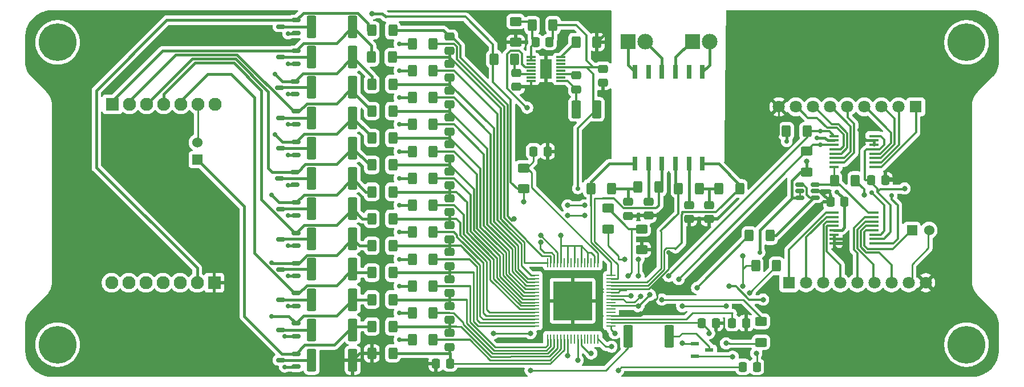
<source format=gbr>
%TF.GenerationSoftware,KiCad,Pcbnew,9.0.2*%
%TF.CreationDate,2025-07-25T00:40:22+02:00*%
%TF.ProjectId,BMS_13_VF,424d535f-3133-45f5-9646-2e6b69636164,rev?*%
%TF.SameCoordinates,Original*%
%TF.FileFunction,Copper,L1,Top*%
%TF.FilePolarity,Positive*%
%FSLAX46Y46*%
G04 Gerber Fmt 4.6, Leading zero omitted, Abs format (unit mm)*
G04 Created by KiCad (PCBNEW 9.0.2) date 2025-07-25 00:40:22*
%MOMM*%
%LPD*%
G01*
G04 APERTURE LIST*
G04 Aperture macros list*
%AMRoundRect*
0 Rectangle with rounded corners*
0 $1 Rounding radius*
0 $2 $3 $4 $5 $6 $7 $8 $9 X,Y pos of 4 corners*
0 Add a 4 corners polygon primitive as box body*
4,1,4,$2,$3,$4,$5,$6,$7,$8,$9,$2,$3,0*
0 Add four circle primitives for the rounded corners*
1,1,$1+$1,$2,$3*
1,1,$1+$1,$4,$5*
1,1,$1+$1,$6,$7*
1,1,$1+$1,$8,$9*
0 Add four rect primitives between the rounded corners*
20,1,$1+$1,$2,$3,$4,$5,0*
20,1,$1+$1,$4,$5,$6,$7,0*
20,1,$1+$1,$6,$7,$8,$9,0*
20,1,$1+$1,$8,$9,$2,$3,0*%
G04 Aperture macros list end*
%TA.AperFunction,ComponentPad*%
%ADD10R,2.325000X2.325000*%
%TD*%
%TA.AperFunction,ComponentPad*%
%ADD11C,2.325000*%
%TD*%
%TA.AperFunction,SMDPad,CuDef*%
%ADD12RoundRect,0.250000X-0.475000X0.337500X-0.475000X-0.337500X0.475000X-0.337500X0.475000X0.337500X0*%
%TD*%
%TA.AperFunction,SMDPad,CuDef*%
%ADD13RoundRect,0.250000X-0.400000X-0.625000X0.400000X-0.625000X0.400000X0.625000X-0.400000X0.625000X0*%
%TD*%
%TA.AperFunction,SMDPad,CuDef*%
%ADD14RoundRect,0.250001X-0.462499X-1.074999X0.462499X-1.074999X0.462499X1.074999X-0.462499X1.074999X0*%
%TD*%
%TA.AperFunction,SMDPad,CuDef*%
%ADD15RoundRect,0.250000X0.400000X0.625000X-0.400000X0.625000X-0.400000X-0.625000X0.400000X-0.625000X0*%
%TD*%
%TA.AperFunction,SMDPad,CuDef*%
%ADD16RoundRect,0.249999X0.450001X1.425001X-0.450001X1.425001X-0.450001X-1.425001X0.450001X-1.425001X0*%
%TD*%
%TA.AperFunction,SMDPad,CuDef*%
%ADD17R,1.475000X0.450000*%
%TD*%
%TA.AperFunction,SMDPad,CuDef*%
%ADD18RoundRect,0.250000X0.625000X-0.400000X0.625000X0.400000X-0.625000X0.400000X-0.625000X-0.400000X0*%
%TD*%
%TA.AperFunction,SMDPad,CuDef*%
%ADD19RoundRect,0.150000X0.512500X0.150000X-0.512500X0.150000X-0.512500X-0.150000X0.512500X-0.150000X0*%
%TD*%
%TA.AperFunction,SMDPad,CuDef*%
%ADD20RoundRect,0.250000X-0.337500X-0.475000X0.337500X-0.475000X0.337500X0.475000X-0.337500X0.475000X0*%
%TD*%
%TA.AperFunction,SMDPad,CuDef*%
%ADD21RoundRect,0.250000X-0.625000X0.400000X-0.625000X-0.400000X0.625000X-0.400000X0.625000X0.400000X0*%
%TD*%
%TA.AperFunction,SMDPad,CuDef*%
%ADD22RoundRect,0.250000X0.475000X-0.337500X0.475000X0.337500X-0.475000X0.337500X-0.475000X-0.337500X0*%
%TD*%
%TA.AperFunction,ComponentPad*%
%ADD23C,5.600000*%
%TD*%
%TA.AperFunction,ComponentPad*%
%ADD24R,1.800000X1.800000*%
%TD*%
%TA.AperFunction,ComponentPad*%
%ADD25C,1.800000*%
%TD*%
%TA.AperFunction,ComponentPad*%
%ADD26R,1.530000X1.530000*%
%TD*%
%TA.AperFunction,ComponentPad*%
%ADD27C,1.530000*%
%TD*%
%TA.AperFunction,SMDPad,CuDef*%
%ADD28R,0.279400X1.346200*%
%TD*%
%TA.AperFunction,SMDPad,CuDef*%
%ADD29R,1.346200X0.279400*%
%TD*%
%TA.AperFunction,SMDPad,CuDef*%
%ADD30R,5.791200X5.791200*%
%TD*%
%TA.AperFunction,SMDPad,CuDef*%
%ADD31RoundRect,0.250000X0.337500X0.475000X-0.337500X0.475000X-0.337500X-0.475000X0.337500X-0.475000X0*%
%TD*%
%TA.AperFunction,SMDPad,CuDef*%
%ADD32R,1.300000X0.600000*%
%TD*%
%TA.AperFunction,SMDPad,CuDef*%
%ADD33R,1.425000X0.300000*%
%TD*%
%TA.AperFunction,SMDPad,CuDef*%
%ADD34R,1.753000X2.947000*%
%TD*%
%TA.AperFunction,ComponentPad*%
%ADD35R,1.950000X1.950000*%
%TD*%
%TA.AperFunction,ComponentPad*%
%ADD36C,1.950000*%
%TD*%
%TA.AperFunction,SMDPad,CuDef*%
%ADD37R,0.800000X2.010000*%
%TD*%
%TA.AperFunction,SMDPad,CuDef*%
%ADD38RoundRect,0.249999X-0.450001X-1.425001X0.450001X-1.425001X0.450001X1.425001X-0.450001X1.425001X0*%
%TD*%
%TA.AperFunction,ViaPad*%
%ADD39C,0.800000*%
%TD*%
%TA.AperFunction,ViaPad*%
%ADD40C,0.700000*%
%TD*%
%TA.AperFunction,Conductor*%
%ADD41C,0.300000*%
%TD*%
%TA.AperFunction,Conductor*%
%ADD42C,0.400000*%
%TD*%
%TA.AperFunction,Conductor*%
%ADD43C,0.250000*%
%TD*%
G04 APERTURE END LIST*
D10*
%TO.P,J3,1,Pin_1*%
%TO.N,Net-(J3-Pin_1)*%
X163000000Y-68155000D03*
D11*
%TO.P,J3,2,Pin_2*%
%TO.N,Net-(J3-Pin_2)*%
X165540000Y-68155000D03*
%TD*%
D12*
%TO.P,C15,1*%
%TO.N,/C5*%
X127000000Y-95462500D03*
%TO.P,C15,2*%
%TO.N,/C4*%
X127000000Y-97537500D03*
%TD*%
D13*
%TO.P,R38,1*%
%TO.N,/Cell 10*%
X115450000Y-74500000D03*
%TO.P,R38,2*%
%TO.N,/C10*%
X118550000Y-74500000D03*
%TD*%
D14*
%TO.P,L1,1,1*%
%TO.N,Net-(IC1-SW)*%
X145800500Y-78250000D03*
%TO.P,L1,2,2*%
%TO.N,+5V*%
X148775500Y-78250000D03*
%TD*%
D13*
%TO.P,R32,1*%
%TO.N,/Cell 8*%
X115450000Y-82500000D03*
%TO.P,R32,2*%
%TO.N,/C8*%
X118550000Y-82500000D03*
%TD*%
D15*
%TO.P,R7,1*%
%TO.N,Net-(U2--)*%
X174550000Y-97000000D03*
%TO.P,R7,2*%
%TO.N,/Therm_ADC*%
X171450000Y-97000000D03*
%TD*%
%TO.P,R69,1*%
%TO.N,+BATT*%
X175500000Y-101500000D03*
%TO.P,R69,2*%
%TO.N,/C13*%
X172400000Y-101500000D03*
%TD*%
D13*
%TO.P,R24,1*%
%TO.N,Net-(Q4-G)*%
X121450000Y-96500000D03*
%TO.P,R24,2*%
%TO.N,/S5*%
X124550000Y-96500000D03*
%TD*%
%TO.P,R23,1*%
%TO.N,/Cell 5*%
X115450000Y-94500000D03*
%TO.P,R23,2*%
%TO.N,/C5*%
X118550000Y-94500000D03*
%TD*%
D16*
%TO.P,R46,1*%
%TO.N,-VDC*%
X112600000Y-115500000D03*
%TO.P,R46,2*%
%TO.N,Net-(Q12-D)*%
X106500000Y-115500000D03*
%TD*%
D17*
%TO.P,IC3,1,SCL*%
%TO.N,/SCL*%
X189938000Y-98150000D03*
%TO.P,IC3,2,~{RESET}*%
%TO.N,+5V*%
X189938000Y-97500000D03*
%TO.P,IC3,3,SDA*%
%TO.N,/SDA*%
X189938000Y-96850000D03*
%TO.P,IC3,4,S1*%
%TO.N,/T1*%
X189938000Y-96200000D03*
%TO.P,IC3,5,S2*%
%TO.N,/T2*%
X189938000Y-95550000D03*
%TO.P,IC3,6,S3*%
%TO.N,/T3*%
X189938000Y-94900000D03*
%TO.P,IC3,7,S4*%
%TO.N,/T4*%
X189938000Y-94250000D03*
%TO.P,IC3,8,D*%
%TO.N,Net-(IC3-D)*%
X189938000Y-93600000D03*
%TO.P,IC3,9,S8*%
%TO.N,/T8*%
X184062000Y-93600000D03*
%TO.P,IC3,10,S7*%
%TO.N,/T7*%
X184062000Y-94250000D03*
%TO.P,IC3,11,S6*%
%TO.N,/T6*%
X184062000Y-94900000D03*
%TO.P,IC3,12,S5*%
%TO.N,/T5*%
X184062000Y-95550000D03*
%TO.P,IC3,13,VDD*%
%TO.N,+5V*%
X184062000Y-96200000D03*
%TO.P,IC3,14,GND*%
%TO.N,-VDC*%
X184062000Y-96850000D03*
%TO.P,IC3,15,A1*%
X184062000Y-97500000D03*
%TO.P,IC3,16,A0*%
X184062000Y-98150000D03*
%TD*%
D18*
%TO.P,R70,1*%
%TO.N,Net-(Q18-G)*%
X173200000Y-112850000D03*
%TO.P,R70,2*%
%TO.N,/S13*%
X173200000Y-109750000D03*
%TD*%
D12*
%TO.P,C18,1*%
%TO.N,/C8*%
X127000000Y-83462500D03*
%TO.P,C18,2*%
%TO.N,/C7*%
X127000000Y-85537500D03*
%TD*%
D13*
%TO.P,R12,1*%
%TO.N,Net-(Q1-G)*%
X121450000Y-108500000D03*
%TO.P,R12,2*%
%TO.N,/S2*%
X124550000Y-108500000D03*
%TD*%
D19*
%TO.P,Q11,1,G*%
%TO.N,Net-(Q11-G)*%
X104187500Y-66900000D03*
%TO.P,Q11,2,S*%
%TO.N,/Cell 12*%
X104187500Y-65000000D03*
%TO.P,Q11,3,D*%
%TO.N,Net-(Q11-D)*%
X101912500Y-65950000D03*
%TD*%
D20*
%TO.P,C1,1*%
%TO.N,/FB*%
X139750500Y-68250000D03*
%TO.P,C1,2*%
%TO.N,+5V*%
X141825500Y-68250000D03*
%TD*%
D21*
%TO.P,R51,1*%
%TO.N,Net-(U1-V+)*%
X138000000Y-86950000D03*
%TO.P,R51,2*%
%TO.N,+BATT*%
X138000000Y-90050000D03*
%TD*%
D22*
%TO.P,C9,1*%
%TO.N,-VDC*%
X162500000Y-94537500D03*
%TO.P,C9,2*%
%TO.N,Net-(T1-SEC1_2)*%
X162500000Y-92462500D03*
%TD*%
D23*
%TO.P,H4,1*%
%TO.N,N/C*%
X203700000Y-113200000D03*
%TD*%
D12*
%TO.P,C12,1*%
%TO.N,/C2*%
X127000000Y-107462500D03*
%TO.P,C12,2*%
%TO.N,/C1*%
X127000000Y-109537500D03*
%TD*%
D13*
%TO.P,R44,1*%
%TO.N,/Cell 12*%
X115450000Y-66500000D03*
%TO.P,R44,2*%
%TO.N,/C12*%
X118550000Y-66500000D03*
%TD*%
D12*
%TO.P,C17,1*%
%TO.N,/C7*%
X127000000Y-87462500D03*
%TO.P,C17,2*%
%TO.N,/C6*%
X127000000Y-89537500D03*
%TD*%
D13*
%TO.P,R15,1*%
%TO.N,/Cell 1*%
X115450000Y-110500000D03*
%TO.P,R15,2*%
%TO.N,/C1*%
X118550000Y-110500000D03*
%TD*%
%TO.P,R27,1*%
%TO.N,Net-(Q5-G)*%
X121450000Y-92500000D03*
%TO.P,R27,2*%
%TO.N,/S6*%
X124550000Y-92500000D03*
%TD*%
D22*
%TO.P,C2,1*%
%TO.N,-VDC*%
X149750000Y-74287500D03*
%TO.P,C2,2*%
%TO.N,+5V*%
X149750000Y-72212500D03*
%TD*%
D24*
%TO.P,J8,1,Pin_1*%
%TO.N,/T16*%
X196160000Y-77875000D03*
D25*
%TO.P,J8,2,Pin_2*%
%TO.N,/T15*%
X193620000Y-77875000D03*
%TO.P,J8,3,Pin_3*%
%TO.N,/T14*%
X191080000Y-77875000D03*
%TO.P,J8,4,Pin_4*%
%TO.N,/T13*%
X188540000Y-77875000D03*
%TO.P,J8,5,Pin_5*%
%TO.N,/T12*%
X186000000Y-77875000D03*
%TO.P,J8,6,Pin_6*%
%TO.N,/T11*%
X183460000Y-77875000D03*
%TO.P,J8,7,Pin_7*%
%TO.N,/T10*%
X180920000Y-77875000D03*
%TO.P,J8,8,Pin_8*%
%TO.N,/T9*%
X178380000Y-77875000D03*
%TO.P,J8,9,Pin_9*%
%TO.N,-VDC*%
X175840000Y-77875000D03*
%TD*%
D18*
%TO.P,R49,1*%
%TO.N,Net-(U1-IBIAS)*%
X150500000Y-96050000D03*
%TO.P,R49,2*%
%TO.N,Net-(U1-ICMP)*%
X150500000Y-92950000D03*
%TD*%
D26*
%TO.P,J5,1,1*%
%TO.N,/T1*%
X195600000Y-96200000D03*
D27*
%TO.P,J5,2,2*%
%TO.N,Net-(J7-Pin_8)*%
X198140000Y-96200000D03*
%TD*%
D12*
%TO.P,C23,1*%
%TO.N,/C1*%
X127000000Y-111462500D03*
%TO.P,C23,2*%
%TO.N,/C0*%
X127000000Y-113537500D03*
%TD*%
D15*
%TO.P,R52,1*%
%TO.N,/VREF2*%
X187183538Y-88818599D03*
%TO.P,R52,2*%
%TO.N,Net-(IC3-D)*%
X184083538Y-88818599D03*
%TD*%
D16*
%TO.P,R43,1*%
%TO.N,/Cell 11*%
X112600000Y-66000000D03*
%TO.P,R43,2*%
%TO.N,Net-(Q11-D)*%
X106500000Y-66000000D03*
%TD*%
D20*
%TO.P,C25,1*%
%TO.N,Net-(U1-V+)*%
X139425000Y-84500000D03*
%TO.P,C25,2*%
%TO.N,-VDC*%
X141500000Y-84500000D03*
%TD*%
D16*
%TO.P,R19,1*%
%TO.N,/Cell 3*%
X112600000Y-102000000D03*
%TO.P,R19,2*%
%TO.N,Net-(Q3-D)*%
X106500000Y-102000000D03*
%TD*%
%TO.P,R31,1*%
%TO.N,/Cell 7*%
X112600000Y-84000000D03*
%TO.P,R31,2*%
%TO.N,Net-(Q7-D)*%
X106500000Y-84000000D03*
%TD*%
D13*
%TO.P,R3,1*%
%TO.N,Net-(IC1-RT)*%
X145738000Y-68250000D03*
%TO.P,R3,2*%
%TO.N,-VDC*%
X148838000Y-68250000D03*
%TD*%
D26*
%TO.P,J4,1,1*%
%TO.N,/Cell 1*%
X89525000Y-85705000D03*
D27*
%TO.P,J4,2,2*%
%TO.N,Net-(J6-Pin_6)*%
X89525000Y-83165000D03*
%TD*%
D28*
%TO.P,U1,1,V+*%
%TO.N,Net-(U1-V+)*%
X149000000Y-101000000D03*
%TO.P,U1,2,C18*%
%TO.N,/C13*%
X148500001Y-101000000D03*
%TO.P,U1,3,S18*%
%TO.N,unconnected-(U1-S18-Pad3)*%
X148000000Y-101000000D03*
%TO.P,U1,4,C17*%
%TO.N,/C13*%
X147500001Y-101000000D03*
%TO.P,U1,5,S17*%
%TO.N,unconnected-(U1-S17-Pad5)*%
X146999999Y-101000000D03*
%TO.P,U1,6,C16*%
%TO.N,/C13*%
X146500000Y-101000000D03*
%TO.P,U1,7,S16*%
%TO.N,unconnected-(U1-S16-Pad7)*%
X146000001Y-101000000D03*
%TO.P,U1,8,C15*%
%TO.N,/C13*%
X145500000Y-101000000D03*
%TO.P,U1,9,S15*%
%TO.N,unconnected-(U1-S15-Pad9)*%
X145000000Y-101000000D03*
%TO.P,U1,10,C14*%
%TO.N,/C13*%
X144499999Y-101000000D03*
%TO.P,U1,11,S14*%
%TO.N,unconnected-(U1-S14-Pad11)*%
X144000000Y-101000000D03*
%TO.P,U1,12,C13*%
%TO.N,/C13*%
X143500001Y-101000000D03*
%TO.P,U1,13,S13*%
%TO.N,/S13*%
X142999999Y-101000000D03*
%TO.P,U1,14,C12*%
%TO.N,/C12*%
X142500000Y-101000000D03*
%TO.P,U1,15,S12*%
%TO.N,/S12*%
X141999999Y-101000000D03*
%TO.P,U1,16,C11*%
%TO.N,/C11*%
X141500000Y-101000000D03*
D29*
%TO.P,U1,17,S11*%
%TO.N,/S11*%
X139573100Y-102926900D03*
%TO.P,U1,18,C10*%
%TO.N,/C10*%
X139573100Y-103426899D03*
%TO.P,U1,19,S10*%
%TO.N,/S10*%
X139573100Y-103926900D03*
%TO.P,U1,20,C9*%
%TO.N,/C9*%
X139573100Y-104426899D03*
%TO.P,U1,21,S9*%
%TO.N,/S9*%
X139573100Y-104926901D03*
%TO.P,U1,22,C8*%
%TO.N,/C8*%
X139573100Y-105426900D03*
%TO.P,U1,23,S8*%
%TO.N,/S8*%
X139573100Y-105926899D03*
%TO.P,U1,24,C7*%
%TO.N,/C7*%
X139573100Y-106426900D03*
%TO.P,U1,25,S7*%
%TO.N,/S7*%
X139573100Y-106926900D03*
%TO.P,U1,26,C6*%
%TO.N,/C6*%
X139573100Y-107426901D03*
%TO.P,U1,27,S6*%
%TO.N,/S6*%
X139573100Y-107926900D03*
%TO.P,U1,28,C5*%
%TO.N,/C5*%
X139573100Y-108426899D03*
%TO.P,U1,29,S5*%
%TO.N,/S5*%
X139573100Y-108926901D03*
%TO.P,U1,30,C4*%
%TO.N,/C4*%
X139573100Y-109426900D03*
%TO.P,U1,31,S4*%
%TO.N,/S4*%
X139573100Y-109926901D03*
%TO.P,U1,32,C3*%
%TO.N,/C3*%
X139573100Y-110426900D03*
D28*
%TO.P,U1,33,S3*%
%TO.N,/S3*%
X141500000Y-112353800D03*
%TO.P,U1,34,C2*%
%TO.N,/C2*%
X141999999Y-112353800D03*
%TO.P,U1,35,S2*%
%TO.N,/S2*%
X142500000Y-112353800D03*
%TO.P,U1,36,C1*%
%TO.N,/C1*%
X142999999Y-112353800D03*
%TO.P,U1,37,S1*%
%TO.N,/S1*%
X143500001Y-112353800D03*
%TO.P,U1,38,C0*%
%TO.N,/C0*%
X144000000Y-112353800D03*
%TO.P,U1,39,GPIO1*%
%TO.N,/Therm_ADC*%
X144499999Y-112353800D03*
%TO.P,U1,40,GPIO2*%
%TO.N,unconnected-(U1-GPIO2-Pad40)*%
X145000000Y-112353800D03*
%TO.P,U1,41,GPIO3*%
%TO.N,unconnected-(U1-GPIO3-Pad41)*%
X145500000Y-112353800D03*
%TO.P,U1,42,GPIO4*%
%TO.N,/SDA*%
X146000001Y-112353800D03*
%TO.P,U1,43,GPIO5*%
%TO.N,/SCL*%
X146500000Y-112353800D03*
%TO.P,U1,44,GPIO6*%
%TO.N,unconnected-(U1-GPIO6-Pad44)*%
X146999999Y-112353800D03*
%TO.P,U1,45,GPIO7*%
%TO.N,unconnected-(U1-GPIO7-Pad45)*%
X147500001Y-112353800D03*
%TO.P,U1,46,GPIO8*%
%TO.N,unconnected-(U1-GPIO8-Pad46)*%
X148000000Y-112353800D03*
%TO.P,U1,47,GPIO9*%
%TO.N,unconnected-(U1-GPIO9-Pad47)*%
X148500001Y-112353800D03*
%TO.P,U1,48,VREG*%
%TO.N,+5V*%
X149000000Y-112353800D03*
D29*
%TO.P,U1,49,DRIVE*%
%TO.N,/Enable*%
X150926900Y-110426900D03*
%TO.P,U1,50,VREF2*%
%TO.N,/VREF2*%
X150926900Y-109926901D03*
%TO.P,U1,51,VREF1*%
%TO.N,Net-(U1-VREF1)*%
X150926900Y-109426900D03*
%TO.P,U1,52,DTEN*%
%TO.N,-VDC*%
X150926900Y-108926901D03*
%TO.P,U1,53,SDI(NC)*%
%TO.N,unconnected-(U1-SDI(NC)-Pad53)*%
X150926900Y-108426899D03*
%TO.P,U1,54,SDO(NC)*%
%TO.N,unconnected-(U1-SDO(NC)-Pad54)*%
X150926900Y-107926900D03*
%TO.P,U1,55,ISOMD*%
%TO.N,+5V*%
X150926900Y-107426901D03*
%TO.P,U1,56,WDT*%
%TO.N,unconnected-(U1-WDT-Pad56)*%
X150926900Y-106926900D03*
%TO.P,U1,57,IBIAS*%
%TO.N,Net-(U1-IBIAS)*%
X150926900Y-106426900D03*
%TO.P,U1,58,ICMP*%
%TO.N,Net-(U1-ICMP)*%
X150926900Y-105926899D03*
%TO.P,U1,59,V-*%
%TO.N,-VDC*%
X150926900Y-105426900D03*
%TO.P,U1,60,V-*%
X150926900Y-104926901D03*
%TO.P,U1,61,CSB(IMA)*%
%TO.N,/IMA*%
X150926900Y-104426899D03*
%TO.P,U1,62,SCK(IPA)*%
%TO.N,/IPA*%
X150926900Y-103926900D03*
%TO.P,U1,63,IMB*%
%TO.N,/IMB*%
X150926900Y-103426899D03*
%TO.P,U1,64,IPB*%
%TO.N,/IPB*%
X150926900Y-102926900D03*
D30*
%TO.P,U1,65,V-*%
%TO.N,-VDC*%
X145250000Y-106676900D03*
%TD*%
D31*
%TO.P,C11,1*%
%TO.N,-VDC*%
X166500000Y-110000000D03*
%TO.P,C11,2*%
%TO.N,/VREF2*%
X164425000Y-110000000D03*
%TD*%
D12*
%TO.P,C13,1*%
%TO.N,/C3*%
X127000000Y-103462500D03*
%TO.P,C13,2*%
%TO.N,/C2*%
X127000000Y-105537500D03*
%TD*%
D13*
%TO.P,R30,1*%
%TO.N,Net-(Q6-G)*%
X121450000Y-88500000D03*
%TO.P,R30,2*%
%TO.N,/S7*%
X124550000Y-88500000D03*
%TD*%
D16*
%TO.P,R22,1*%
%TO.N,/Cell 4*%
X112600000Y-97500000D03*
%TO.P,R22,2*%
%TO.N,Net-(Q4-D)*%
X106500000Y-97500000D03*
%TD*%
D15*
%TO.P,R11,1*%
%TO.N,Net-(C8-Pad2)*%
X164050000Y-90000000D03*
%TO.P,R11,2*%
%TO.N,/IPA*%
X160950000Y-90000000D03*
%TD*%
D12*
%TO.P,C22,1*%
%TO.N,/C12*%
X127000000Y-67462500D03*
%TO.P,C22,2*%
%TO.N,/C11*%
X127000000Y-69537500D03*
%TD*%
D13*
%TO.P,R42,1*%
%TO.N,Net-(Q10-G)*%
X121450000Y-72500000D03*
%TO.P,R42,2*%
%TO.N,/S11*%
X124550000Y-72500000D03*
%TD*%
D31*
%TO.P,C10,1*%
%TO.N,-VDC*%
X171000000Y-110000000D03*
%TO.P,C10,2*%
%TO.N,Net-(U1-VREF1)*%
X168925000Y-110000000D03*
%TD*%
D13*
%TO.P,R48,1*%
%TO.N,Net-(Q12-G)*%
X121450000Y-112500000D03*
%TO.P,R48,2*%
%TO.N,/S1*%
X124550000Y-112500000D03*
%TD*%
D31*
%TO.P,C24,1*%
%TO.N,/C0*%
X127037500Y-116000000D03*
%TO.P,C24,2*%
%TO.N,-VDC*%
X124962500Y-116000000D03*
%TD*%
D12*
%TO.P,C14,1*%
%TO.N,/C4*%
X127000000Y-99462500D03*
%TO.P,C14,2*%
%TO.N,/C3*%
X127000000Y-101537500D03*
%TD*%
D19*
%TO.P,Q6,1,G*%
%TO.N,Net-(Q6-G)*%
X104050000Y-89450000D03*
%TO.P,Q6,2,S*%
%TO.N,/Cell 7*%
X104050000Y-87550000D03*
%TO.P,Q6,3,D*%
%TO.N,Net-(Q6-D)*%
X101775000Y-88500000D03*
%TD*%
D15*
%TO.P,R10,1*%
%TO.N,/IMA*%
X170050000Y-90000000D03*
%TO.P,R10,2*%
%TO.N,Net-(C8-Pad2)*%
X166950000Y-90000000D03*
%TD*%
D23*
%TO.P,H3,1*%
%TO.N,N/C*%
X203700000Y-68300000D03*
%TD*%
D13*
%TO.P,R29,1*%
%TO.N,/Cell 7*%
X115450000Y-86500000D03*
%TO.P,R29,2*%
%TO.N,/C7*%
X118550000Y-86500000D03*
%TD*%
D19*
%TO.P,Q9,1,G*%
%TO.N,Net-(Q9-G)*%
X104050000Y-76000000D03*
%TO.P,Q9,2,S*%
%TO.N,/Cell 10*%
X104050000Y-74100000D03*
%TO.P,Q9,3,D*%
%TO.N,Net-(Q9-D)*%
X101775000Y-75050000D03*
%TD*%
D13*
%TO.P,R26,1*%
%TO.N,/Cell 6*%
X115450000Y-90500000D03*
%TO.P,R26,2*%
%TO.N,/C6*%
X118550000Y-90500000D03*
%TD*%
D19*
%TO.P,Q4,1,G*%
%TO.N,Net-(Q4-G)*%
X104187500Y-98500000D03*
%TO.P,Q4,2,S*%
%TO.N,/Cell 5*%
X104187500Y-96600000D03*
%TO.P,Q4,3,D*%
%TO.N,Net-(Q4-D)*%
X101912500Y-97550000D03*
%TD*%
%TO.P,Q3,1,G*%
%TO.N,Net-(Q3-G)*%
X104187500Y-103000000D03*
%TO.P,Q3,2,S*%
%TO.N,/Cell 4*%
X104187500Y-101100000D03*
%TO.P,Q3,3,D*%
%TO.N,Net-(Q3-D)*%
X101912500Y-102050000D03*
%TD*%
D16*
%TO.P,R28,1*%
%TO.N,/Cell 6*%
X112550000Y-88500000D03*
%TO.P,R28,2*%
%TO.N,Net-(Q6-D)*%
X106450000Y-88500000D03*
%TD*%
D13*
%TO.P,R17,1*%
%TO.N,/Cell 3*%
X115450000Y-102500000D03*
%TO.P,R17,2*%
%TO.N,/C3*%
X118550000Y-102500000D03*
%TD*%
%TO.P,R4,1*%
%TO.N,+BATT*%
X133562465Y-70768955D03*
%TO.P,R4,2*%
%TO.N,Net-(IC1-VIN)*%
X136662465Y-70768955D03*
%TD*%
D32*
%TO.P,Q18,1,G*%
%TO.N,Net-(Q18-G)*%
X163400000Y-113050000D03*
%TO.P,Q18,2,S*%
%TO.N,+BATT*%
X163400000Y-114950000D03*
%TO.P,Q18,3,D*%
%TO.N,Net-(Q18-D)*%
X165500000Y-114000000D03*
%TD*%
D33*
%TO.P,IC1,1,FB_1*%
%TO.N,/FB*%
X139076000Y-70500000D03*
%TO.P,IC1,2,FB_2*%
X139076000Y-71000000D03*
%TO.P,IC1,3,NC_1*%
%TO.N,unconnected-(IC1-NC_1-Pad3)*%
X139076000Y-71500000D03*
%TO.P,IC1,4,EN/UVLO*%
%TO.N,/Enable*%
X139076000Y-72000000D03*
%TO.P,IC1,5,NC_2*%
%TO.N,unconnected-(IC1-NC_2-Pad5)*%
X139076000Y-72500000D03*
%TO.P,IC1,6,VIN*%
%TO.N,Net-(IC1-VIN)*%
X139076000Y-73000000D03*
%TO.P,IC1,7,NC_3*%
%TO.N,unconnected-(IC1-NC_3-Pad7)*%
X139076000Y-73500000D03*
%TO.P,IC1,8,GND_1*%
%TO.N,-VDC*%
X139076000Y-74000000D03*
%TO.P,IC1,9,SW*%
%TO.N,Net-(IC1-SW)*%
X143500000Y-74000000D03*
%TO.P,IC1,10,NC_4*%
%TO.N,unconnected-(IC1-NC_4-Pad10)*%
X143500000Y-73500000D03*
%TO.P,IC1,11,BOOST*%
%TO.N,Net-(IC1-BOOST)*%
X143500000Y-73000000D03*
%TO.P,IC1,12,NC_5*%
%TO.N,unconnected-(IC1-NC_5-Pad12)*%
X143500000Y-72500000D03*
%TO.P,IC1,13,BD*%
%TO.N,+5V*%
X143500000Y-72000000D03*
%TO.P,IC1,14,PG*%
%TO.N,unconnected-(IC1-PG-Pad14)*%
X143500000Y-71500000D03*
%TO.P,IC1,15,NC_6*%
%TO.N,unconnected-(IC1-NC_6-Pad15)*%
X143500000Y-71000000D03*
%TO.P,IC1,16,RT*%
%TO.N,Net-(IC1-RT)*%
X143500000Y-70500000D03*
D34*
%TO.P,IC1,17,GND_2*%
%TO.N,-VDC*%
X141288000Y-72250000D03*
%TD*%
D31*
%TO.P,C32,1*%
%TO.N,/C13*%
X172575000Y-116500000D03*
%TO.P,C32,2*%
%TO.N,/C12*%
X170500000Y-116500000D03*
%TD*%
D13*
%TO.P,R8,1*%
%TO.N,/IPB*%
X147950000Y-90000000D03*
%TO.P,R8,2*%
%TO.N,Net-(C6-Pad2)*%
X151050000Y-90000000D03*
%TD*%
%TO.P,R39,1*%
%TO.N,Net-(Q9-G)*%
X121450000Y-76500000D03*
%TO.P,R39,2*%
%TO.N,/S10*%
X124550000Y-76500000D03*
%TD*%
D23*
%TO.P,H1,1*%
%TO.N,N/C*%
X68800000Y-68300000D03*
%TD*%
D35*
%TO.P,J6,1,Pin_1*%
%TO.N,/Cell 11*%
X76930000Y-77500000D03*
D36*
%TO.P,J6,2,Pin_2*%
%TO.N,/Cell 9*%
X79470000Y-77500000D03*
%TO.P,J6,3,Pin_3*%
%TO.N,/Cell 7*%
X82010000Y-77500000D03*
%TO.P,J6,4,Pin_4*%
%TO.N,/Cell 5*%
X84550000Y-77500000D03*
%TO.P,J6,5,Pin_5*%
%TO.N,/Cell 3*%
X87090000Y-77500000D03*
%TO.P,J6,6,Pin_6*%
%TO.N,Net-(J6-Pin_6)*%
X89630000Y-77500000D03*
%TO.P,J6,7,Pin_7*%
%TO.N,+BATT*%
X92170000Y-77500000D03*
%TD*%
D37*
%TO.P,T1,1,PRI1_1*%
%TO.N,Net-(J3-Pin_2)*%
X164500000Y-72655000D03*
%TO.P,T1,2,PRI1_2*%
%TO.N,unconnected-(T1-PRI1_2-Pad2)*%
X162500000Y-72655000D03*
%TO.P,T1,3,PRI1_3*%
%TO.N,Net-(J3-Pin_1)*%
X160500000Y-72655000D03*
%TO.P,T1,4,PRI2_1*%
%TO.N,Net-(J1-Pin_2)*%
X158500000Y-72655000D03*
%TO.P,T1,5,PRI2_2*%
%TO.N,unconnected-(T1-PRI2_2-Pad5)*%
X156500000Y-72655000D03*
%TO.P,T1,6,PRI2_3*%
%TO.N,Net-(J1-Pin_1)*%
X154500000Y-72655000D03*
%TO.P,T1,7,SEC2_1*%
%TO.N,/IPB*%
X154500000Y-86345000D03*
%TO.P,T1,8,SEC2_2*%
%TO.N,Net-(T1-SEC2_2)*%
X156500000Y-86345000D03*
%TO.P,T1,9,SEC2_3*%
%TO.N,/IMB*%
X158500000Y-86345000D03*
%TO.P,T1,10,SEC1_1*%
%TO.N,/IPA*%
X160500000Y-86345000D03*
%TO.P,T1,11,SEC1_2*%
%TO.N,Net-(T1-SEC1_2)*%
X162500000Y-86345000D03*
%TO.P,T1,12,SEC1_3*%
%TO.N,/IMA*%
X164500000Y-86345000D03*
%TD*%
D12*
%TO.P,C20,1*%
%TO.N,/C10*%
X127000000Y-75462500D03*
%TO.P,C20,2*%
%TO.N,/C9*%
X127000000Y-77537500D03*
%TD*%
D31*
%TO.P,C26,1*%
%TO.N,+5V*%
X185575000Y-92000000D03*
%TO.P,C26,2*%
%TO.N,-VDC*%
X183500000Y-92000000D03*
%TD*%
D16*
%TO.P,R25,1*%
%TO.N,/Cell 5*%
X112550000Y-93000000D03*
%TO.P,R25,2*%
%TO.N,Net-(Q5-D)*%
X106450000Y-93000000D03*
%TD*%
D22*
%TO.P,C7,1*%
%TO.N,-VDC*%
X156500000Y-94037500D03*
%TO.P,C7,2*%
%TO.N,Net-(T1-SEC2_2)*%
X156500000Y-91962500D03*
%TD*%
D10*
%TO.P,J1,1,Pin_1*%
%TO.N,Net-(J1-Pin_1)*%
X153460000Y-68155000D03*
D11*
%TO.P,J1,2,Pin_2*%
%TO.N,Net-(J1-Pin_2)*%
X156000000Y-68155000D03*
%TD*%
D22*
%TO.P,C6,1*%
%TO.N,-VDC*%
X153500000Y-94075000D03*
%TO.P,C6,2*%
%TO.N,Net-(C6-Pad2)*%
X153500000Y-92000000D03*
%TD*%
D19*
%TO.P,U2,1*%
%TO.N,Net-(U2--)*%
X181237500Y-91350000D03*
%TO.P,U2,2,V-*%
%TO.N,-VDC*%
X181237500Y-90400000D03*
%TO.P,U2,3,+*%
%TO.N,Net-(IC3-D)*%
X181237500Y-89450000D03*
%TO.P,U2,4,-*%
%TO.N,Net-(U2--)*%
X178962500Y-89450000D03*
%TO.P,U2,5,~{SHDN}*%
%TO.N,+5V*%
X178962500Y-90400000D03*
%TO.P,U2,6,V+*%
X178962500Y-91350000D03*
%TD*%
D16*
%TO.P,R14,1*%
%TO.N,/Cell 1*%
X112600000Y-111000000D03*
%TO.P,R14,2*%
%TO.N,Net-(Q1-D)*%
X106500000Y-111000000D03*
%TD*%
D13*
%TO.P,R41,1*%
%TO.N,/Cell 11*%
X115400000Y-70500000D03*
%TO.P,R41,2*%
%TO.N,/C11*%
X118500000Y-70500000D03*
%TD*%
%TO.P,R20,1*%
%TO.N,/Cell 4*%
X115450000Y-98500000D03*
%TO.P,R20,2*%
%TO.N,/C4*%
X118550000Y-98500000D03*
%TD*%
%TO.P,R36,1*%
%TO.N,Net-(Q8-G)*%
X121450000Y-80500000D03*
%TO.P,R36,2*%
%TO.N,/S9*%
X124550000Y-80500000D03*
%TD*%
%TO.P,R33,1*%
%TO.N,Net-(Q7-G)*%
X121450000Y-84500000D03*
%TO.P,R33,2*%
%TO.N,/S8*%
X124550000Y-84500000D03*
%TD*%
%TO.P,R35,1*%
%TO.N,/Cell 9*%
X115450000Y-78500000D03*
%TO.P,R35,2*%
%TO.N,/C9*%
X118550000Y-78500000D03*
%TD*%
D16*
%TO.P,R37,1*%
%TO.N,/Cell 9*%
X112600000Y-75000000D03*
%TO.P,R37,2*%
%TO.N,Net-(Q9-D)*%
X106500000Y-75000000D03*
%TD*%
%TO.P,R16,1*%
%TO.N,/Cell 2*%
X112600000Y-106500000D03*
%TO.P,R16,2*%
%TO.N,Net-(Q2-D)*%
X106500000Y-106500000D03*
%TD*%
D13*
%TO.P,R13,1*%
%TO.N,/Cell 2*%
X115450000Y-106500000D03*
%TO.P,R13,2*%
%TO.N,/C2*%
X118550000Y-106500000D03*
%TD*%
%TO.P,R45,1*%
%TO.N,Net-(Q11-G)*%
X121450000Y-68500000D03*
%TO.P,R45,2*%
%TO.N,/S12*%
X124550000Y-68500000D03*
%TD*%
D19*
%TO.P,Q2,1,G*%
%TO.N,Net-(Q2-G)*%
X104187500Y-107450000D03*
%TO.P,Q2,2,S*%
%TO.N,/Cell 3*%
X104187500Y-105550000D03*
%TO.P,Q2,3,D*%
%TO.N,Net-(Q2-D)*%
X101912500Y-106500000D03*
%TD*%
%TO.P,Q12,1,G*%
%TO.N,Net-(Q12-G)*%
X104187500Y-116450000D03*
%TO.P,Q12,2,S*%
%TO.N,/Cell 1*%
X104187500Y-114550000D03*
%TO.P,Q12,3,D*%
%TO.N,Net-(Q12-D)*%
X101912500Y-115500000D03*
%TD*%
D21*
%TO.P,R50,1*%
%TO.N,Net-(U1-ICMP)*%
X155500000Y-96000000D03*
%TO.P,R50,2*%
%TO.N,-VDC*%
X155500000Y-99100000D03*
%TD*%
%TO.P,R1,1*%
%TO.N,/FB*%
X136788000Y-65200000D03*
%TO.P,R1,2*%
%TO.N,-VDC*%
X136788000Y-68300000D03*
%TD*%
D16*
%TO.P,R40,1*%
%TO.N,/Cell 10*%
X112600000Y-70500000D03*
%TO.P,R40,2*%
%TO.N,Net-(Q10-D)*%
X106500000Y-70500000D03*
%TD*%
D13*
%TO.P,R21,1*%
%TO.N,Net-(Q3-G)*%
X121450000Y-100500000D03*
%TO.P,R21,2*%
%TO.N,/S4*%
X124550000Y-100500000D03*
%TD*%
%TO.P,R18,1*%
%TO.N,Net-(Q2-G)*%
X121450000Y-104500000D03*
%TO.P,R18,2*%
%TO.N,/S3*%
X124550000Y-104500000D03*
%TD*%
D12*
%TO.P,C21,1*%
%TO.N,/C11*%
X127000000Y-71462500D03*
%TO.P,C21,2*%
%TO.N,/C10*%
X127000000Y-73537500D03*
%TD*%
D19*
%TO.P,Q5,1,G*%
%TO.N,Net-(Q5-G)*%
X104187500Y-94000000D03*
%TO.P,Q5,2,S*%
%TO.N,/Cell 6*%
X104187500Y-92100000D03*
%TO.P,Q5,3,D*%
%TO.N,Net-(Q5-D)*%
X101912500Y-93050000D03*
%TD*%
D24*
%TO.P,J7,1,Pin_1*%
%TO.N,/T8*%
X177340000Y-104000000D03*
D25*
%TO.P,J7,2,Pin_2*%
%TO.N,/T7*%
X179880000Y-104000000D03*
%TO.P,J7,3,Pin_3*%
%TO.N,/T6*%
X182420000Y-104000000D03*
%TO.P,J7,4,Pin_4*%
%TO.N,/T5*%
X184960000Y-104000000D03*
%TO.P,J7,5,Pin_5*%
%TO.N,/T4*%
X187500000Y-104000000D03*
%TO.P,J7,6,Pin_6*%
%TO.N,/T3*%
X190040000Y-104000000D03*
%TO.P,J7,7,Pin_7*%
%TO.N,/T2*%
X192580000Y-104000000D03*
%TO.P,J7,8,Pin_8*%
%TO.N,Net-(J7-Pin_8)*%
X195120000Y-104000000D03*
%TO.P,J7,9,Pin_9*%
%TO.N,-VDC*%
X197660000Y-104000000D03*
%TD*%
D20*
%TO.P,C5,1*%
%TO.N,+5V*%
X189562500Y-88800000D03*
%TO.P,C5,2*%
%TO.N,-VDC*%
X191637500Y-88800000D03*
%TD*%
D35*
%TO.P,J2,1,Pin_1*%
%TO.N,-VDC*%
X92050000Y-104000000D03*
D36*
%TO.P,J2,2,Pin_2*%
%TO.N,/Cell 12*%
X89510000Y-104000000D03*
%TO.P,J2,3,Pin_3*%
%TO.N,/Cell 10*%
X86970000Y-104000000D03*
%TO.P,J2,4,Pin_4*%
%TO.N,/Cell 8*%
X84430000Y-104000000D03*
%TO.P,J2,5,Pin_5*%
%TO.N,/Cell 6*%
X81890000Y-104000000D03*
%TO.P,J2,6,Pin_6*%
%TO.N,/Cell 4*%
X79350000Y-104000000D03*
%TO.P,J2,7,Pin_7*%
%TO.N,/Cell 2*%
X76810000Y-104000000D03*
%TD*%
D16*
%TO.P,R34,1*%
%TO.N,/Cell 8*%
X112600000Y-79500000D03*
%TO.P,R34,2*%
%TO.N,Net-(Q8-D)*%
X106500000Y-79500000D03*
%TD*%
D19*
%TO.P,Q7,1,G*%
%TO.N,Net-(Q7-G)*%
X104187500Y-85000000D03*
%TO.P,Q7,2,S*%
%TO.N,/Cell 8*%
X104187500Y-83100000D03*
%TO.P,Q7,3,D*%
%TO.N,Net-(Q7-D)*%
X101912500Y-84050000D03*
%TD*%
D22*
%TO.P,C8,1*%
%TO.N,-VDC*%
X165500000Y-94537500D03*
%TO.P,C8,2*%
%TO.N,Net-(C8-Pad2)*%
X165500000Y-92462500D03*
%TD*%
D13*
%TO.P,R6,1*%
%TO.N,+5V*%
X176950000Y-81500000D03*
%TO.P,R6,2*%
%TO.N,/SCL*%
X180050000Y-81500000D03*
%TD*%
D23*
%TO.P,H2,1*%
%TO.N,N/C*%
X68800000Y-113200000D03*
%TD*%
D19*
%TO.P,Q10,1,G*%
%TO.N,Net-(Q10-G)*%
X104187500Y-71450000D03*
%TO.P,Q10,2,S*%
%TO.N,/Cell 11*%
X104187500Y-69550000D03*
%TO.P,Q10,3,D*%
%TO.N,Net-(Q10-D)*%
X101912500Y-70500000D03*
%TD*%
%TO.P,Q1,1,G*%
%TO.N,Net-(Q1-G)*%
X104187500Y-111950000D03*
%TO.P,Q1,2,S*%
%TO.N,/Cell 2*%
X104187500Y-110050000D03*
%TO.P,Q1,3,D*%
%TO.N,Net-(Q1-D)*%
X101912500Y-111000000D03*
%TD*%
D17*
%TO.P,IC4,1,SCL*%
%TO.N,/SCL*%
X184062000Y-82225000D03*
%TO.P,IC4,2,~{RESET}*%
%TO.N,+5V*%
X184062000Y-82875000D03*
%TO.P,IC4,3,SDA*%
%TO.N,/SDA*%
X184062000Y-83525000D03*
%TO.P,IC4,4,S1*%
%TO.N,/T9*%
X184062000Y-84175000D03*
%TO.P,IC4,5,S2*%
%TO.N,/T10*%
X184062000Y-84825000D03*
%TO.P,IC4,6,S3*%
%TO.N,/T11*%
X184062000Y-85475000D03*
%TO.P,IC4,7,S4*%
%TO.N,/T12*%
X184062000Y-86125000D03*
%TO.P,IC4,8,D*%
%TO.N,Net-(IC3-D)*%
X184062000Y-86775000D03*
%TO.P,IC4,9,S8*%
%TO.N,/T16*%
X189938000Y-86775000D03*
%TO.P,IC4,10,S7*%
%TO.N,/T15*%
X189938000Y-86125000D03*
%TO.P,IC4,11,S6*%
%TO.N,/T14*%
X189938000Y-85475000D03*
%TO.P,IC4,12,S5*%
%TO.N,/T13*%
X189938000Y-84825000D03*
%TO.P,IC4,13,VDD*%
%TO.N,+5V*%
X189938000Y-84175000D03*
%TO.P,IC4,14,GND*%
%TO.N,-VDC*%
X189938000Y-83525000D03*
%TO.P,IC4,15,A1*%
X189938000Y-82875000D03*
%TO.P,IC4,16,A0*%
%TO.N,+5V*%
X189938000Y-82225000D03*
%TD*%
D22*
%TO.P,C4,1*%
%TO.N,-VDC*%
X136911722Y-74877204D03*
%TO.P,C4,2*%
%TO.N,Net-(IC1-VIN)*%
X136911722Y-72802204D03*
%TD*%
D13*
%TO.P,R47,1*%
%TO.N,-VDC*%
X115450000Y-114500000D03*
%TO.P,R47,2*%
%TO.N,/C0*%
X118550000Y-114500000D03*
%TD*%
D12*
%TO.P,C16,1*%
%TO.N,/C6*%
X127000000Y-91462500D03*
%TO.P,C16,2*%
%TO.N,/C5*%
X127000000Y-93537500D03*
%TD*%
%TO.P,C19,1*%
%TO.N,/C9*%
X127000000Y-79462500D03*
%TO.P,C19,2*%
%TO.N,/C8*%
X127000000Y-81537500D03*
%TD*%
D19*
%TO.P,Q8,1,G*%
%TO.N,Net-(Q8-G)*%
X104187500Y-80450000D03*
%TO.P,Q8,2,S*%
%TO.N,/Cell 9*%
X104187500Y-78550000D03*
%TO.P,Q8,3,D*%
%TO.N,Net-(Q8-D)*%
X101912500Y-79500000D03*
%TD*%
D22*
%TO.P,C3,1*%
%TO.N,Net-(IC1-SW)*%
X145788000Y-75287500D03*
%TO.P,C3,2*%
%TO.N,Net-(IC1-BOOST)*%
X145788000Y-73212500D03*
%TD*%
D15*
%TO.P,R2,1*%
%TO.N,+5V*%
X142338000Y-65750000D03*
%TO.P,R2,2*%
%TO.N,/FB*%
X139238000Y-65750000D03*
%TD*%
D21*
%TO.P,R5,1*%
%TO.N,/SDA*%
X180000000Y-84450000D03*
%TO.P,R5,2*%
%TO.N,+5V*%
X180000000Y-87550000D03*
%TD*%
D13*
%TO.P,R9,1*%
%TO.N,Net-(C6-Pad2)*%
X154950000Y-89800000D03*
%TO.P,R9,2*%
%TO.N,/IMB*%
X158050000Y-89800000D03*
%TD*%
D38*
%TO.P,R68,1*%
%TO.N,/Cell 12*%
X153500000Y-112000000D03*
%TO.P,R68,2*%
%TO.N,Net-(Q18-D)*%
X159600000Y-112000000D03*
%TD*%
D39*
%TO.N,+5V*%
X194500000Y-90000000D03*
D40*
X146000000Y-90000000D03*
D39*
X156700000Y-105800000D03*
D40*
X177000000Y-83000000D03*
D39*
X151000000Y-113500000D03*
D40*
X184500000Y-90500000D03*
D39*
X155000000Y-107500000D03*
X180000000Y-86000000D03*
D40*
X181500000Y-82500000D03*
X173000000Y-99500000D03*
%TO.N,-VDC*%
X117000000Y-78500000D03*
X140500000Y-82500000D03*
X159500000Y-99500000D03*
D39*
X179700000Y-94600000D03*
D40*
X117000000Y-90500000D03*
X140000000Y-76500000D03*
X92000000Y-67500000D03*
X133750000Y-65000000D03*
D39*
X150000000Y-65500000D03*
D40*
X187844425Y-81312811D03*
D39*
X149750000Y-76000000D03*
D40*
X131000000Y-69500000D03*
D39*
X175900000Y-90900000D03*
D40*
X185500000Y-100000000D03*
D39*
X145250000Y-106676900D03*
D40*
X175400000Y-107100000D03*
D39*
X155362652Y-108662652D03*
D40*
X157000000Y-95500000D03*
X117000000Y-66500000D03*
X117000000Y-114500000D03*
X117000000Y-102500000D03*
X195000000Y-88500000D03*
D39*
X171400000Y-86400000D03*
%TO.N,/VREF2*%
X165500000Y-111500000D03*
X173500000Y-106500000D03*
X188500000Y-91000000D03*
X168500000Y-104500000D03*
%TO.N,/C12*%
X140500000Y-98000000D03*
X136500000Y-94500000D03*
X152000000Y-117000000D03*
%TO.N,/Enable*%
X133500000Y-111500000D03*
X151500000Y-111500000D03*
X139000000Y-111500000D03*
X138500000Y-78000000D03*
%TO.N,/SCL*%
X159500000Y-103000000D03*
D40*
X182000000Y-81500000D03*
X192602012Y-91057008D03*
D39*
X148000000Y-114500000D03*
D40*
%TO.N,/SDA*%
X189635627Y-90635627D03*
D39*
X146000000Y-115500000D03*
D40*
X182000000Y-83500000D03*
D39*
X160975000Y-103475000D03*
%TO.N,/Therm_ADC*%
X163700000Y-104750000D03*
X144500000Y-114800000D03*
%TO.N,+BATT*%
X138000000Y-92000000D03*
X147000000Y-92500000D03*
X171500000Y-105500000D03*
X169000000Y-115000000D03*
X115500000Y-64000000D03*
X144500000Y-92500000D03*
D40*
%TO.N,/Cell 10*%
X101050000Y-73000000D03*
%TO.N,/Cell 8*%
X101050000Y-82000000D03*
%TO.N,/Cell 6*%
X100550000Y-91000000D03*
%TO.N,/Cell 4*%
X100550000Y-101000000D03*
%TO.N,/Cell 2*%
X100550000Y-109000000D03*
%TO.N,Net-(Q1-G)*%
X119500000Y-108500000D03*
X102500000Y-112000000D03*
%TO.N,Net-(Q2-G)*%
X119500000Y-104500000D03*
X103000000Y-107500000D03*
%TO.N,Net-(Q3-G)*%
X103000000Y-103000000D03*
X119500000Y-100500000D03*
%TO.N,Net-(Q4-G)*%
X119500000Y-96500000D03*
X103000000Y-98500000D03*
%TO.N,Net-(Q5-G)*%
X103000000Y-94000000D03*
X119500000Y-92500000D03*
%TO.N,Net-(Q6-G)*%
X119500000Y-88500000D03*
X103000000Y-89500000D03*
%TO.N,Net-(Q7-G)*%
X103000000Y-85000000D03*
X119500000Y-84500000D03*
%TO.N,Net-(Q8-G)*%
X103000000Y-80500000D03*
X119500000Y-80500000D03*
%TO.N,Net-(Q9-G)*%
X119500000Y-76500000D03*
X103000000Y-76000000D03*
%TO.N,Net-(Q10-G)*%
X103000000Y-71500000D03*
X119500000Y-72500000D03*
%TO.N,Net-(Q11-G)*%
X119500000Y-68500000D03*
X103000000Y-67000000D03*
%TO.N,Net-(Q12-G)*%
X119500000Y-112500000D03*
X102500000Y-116500000D03*
D39*
%TO.N,/C13*%
X170500000Y-104500000D03*
X144500000Y-94000000D03*
X143500000Y-97000000D03*
X170500000Y-100000000D03*
X172500000Y-114500000D03*
X147000000Y-94000000D03*
%TO.N,/Cell 12*%
X139000000Y-117000000D03*
%TO.N,Net-(Q18-G)*%
X161500000Y-113000000D03*
X168000000Y-107500000D03*
X168000000Y-113000000D03*
X161500000Y-107500000D03*
%TO.N,Net-(U1-IBIAS)*%
X155000000Y-100500000D03*
X155300000Y-106000000D03*
X153000000Y-100500000D03*
X155000000Y-103000000D03*
%TO.N,Net-(U1-ICMP)*%
X153500000Y-103000000D03*
X153926899Y-105926899D03*
%TO.N,/S13*%
X158500000Y-106500000D03*
X140500000Y-97000000D03*
%TD*%
D41*
%TO.N,/FB*%
X136788000Y-65200000D02*
X138688000Y-65200000D01*
X138688000Y-65200000D02*
X139238000Y-65750000D01*
X139750500Y-68250000D02*
X139250500Y-68750000D01*
X139750500Y-68250000D02*
X139076000Y-68924500D01*
X139238000Y-67737500D02*
X139750500Y-68250000D01*
X139238000Y-65750000D02*
X139238000Y-67737500D01*
X139076000Y-68924500D02*
X139076000Y-71000000D01*
%TO.N,+5V*%
X148775500Y-78250000D02*
X148288000Y-77762500D01*
X190900000Y-90100000D02*
X190469024Y-90530976D01*
X142338000Y-65750000D02*
X142338000Y-67737500D01*
X190462500Y-90000000D02*
X190462500Y-90524452D01*
X148288000Y-73000000D02*
X147288000Y-72000000D01*
D42*
X179050000Y-87550000D02*
X177775000Y-88825000D01*
D41*
X191462500Y-97500000D02*
X192462500Y-96500000D01*
X189562500Y-88800000D02*
X189562500Y-89100000D01*
X146000000Y-90000000D02*
X146000000Y-81025500D01*
X147288000Y-71000000D02*
X148288000Y-72000000D01*
X142338000Y-65750000D02*
X145788000Y-65750000D01*
D42*
X177000000Y-83000000D02*
X177000000Y-81550000D01*
D41*
X190469024Y-90530976D02*
X192462500Y-92524451D01*
D43*
X178962500Y-90400000D02*
X178962500Y-91350000D01*
X154926901Y-107426901D02*
X155000000Y-107500000D01*
X155073099Y-107426901D02*
X154500000Y-107426901D01*
D41*
X190950500Y-82225000D02*
X189938000Y-82225000D01*
X142338000Y-67737500D02*
X141825500Y-68250000D01*
D42*
X185575000Y-95824500D02*
X185575000Y-92000000D01*
X180000000Y-87550000D02*
X179050000Y-87550000D01*
D43*
X156700000Y-105800000D02*
X155073099Y-107426901D01*
D41*
X148288000Y-72000000D02*
X149537500Y-72000000D01*
X188700000Y-88800000D02*
X189562500Y-88800000D01*
D42*
X173000000Y-99500000D02*
X173000000Y-96175000D01*
D41*
X194400000Y-90100000D02*
X190900000Y-90100000D01*
X189938000Y-84175000D02*
X188900500Y-84175000D01*
X188600000Y-88700000D02*
X188700000Y-88800000D01*
D42*
X184062000Y-96200000D02*
X185199500Y-96200000D01*
D41*
X191500000Y-82774500D02*
X190950500Y-82225000D01*
X149537500Y-72000000D02*
X149750000Y-72212500D01*
X188900500Y-84175000D02*
X188600000Y-84475500D01*
D42*
X185575000Y-92000000D02*
X185575000Y-91575000D01*
X182699500Y-82500000D02*
X183074500Y-82875000D01*
X183074500Y-82875000D02*
X184062000Y-82875000D01*
X177825000Y-91350000D02*
X178962500Y-91350000D01*
D41*
X147288000Y-67250000D02*
X147288000Y-71000000D01*
X189938000Y-97500000D02*
X191462500Y-97500000D01*
X191500000Y-83500000D02*
X191500000Y-82774500D01*
X189562500Y-89100000D02*
X190462500Y-90000000D01*
D42*
X181500000Y-82500000D02*
X182699500Y-82500000D01*
D43*
X150926900Y-107426901D02*
X154500000Y-107426901D01*
D41*
X148288000Y-77762500D02*
X148288000Y-73000000D01*
X190462500Y-90524452D02*
X190469024Y-90530976D01*
X188600000Y-84475500D02*
X188600000Y-88700000D01*
X189938000Y-84175000D02*
X190825000Y-84175000D01*
D42*
X173000000Y-96175000D02*
X177825000Y-91350000D01*
D41*
X194500000Y-90000000D02*
X194400000Y-90100000D01*
X145788000Y-65750000D02*
X147288000Y-67250000D01*
X146000000Y-81025500D02*
X148775500Y-78250000D01*
X190825000Y-84175000D02*
X191500000Y-83500000D01*
D43*
X151000000Y-113500000D02*
X150146200Y-113500000D01*
D42*
X177000000Y-81550000D02*
X176950000Y-81500000D01*
D43*
X154500000Y-107426901D02*
X154926901Y-107426901D01*
X150146200Y-113500000D02*
X149000000Y-112353800D01*
D41*
X192462500Y-92524451D02*
X192462500Y-96500000D01*
D42*
X177775000Y-88825000D02*
X177775000Y-91275000D01*
D41*
X143500000Y-72000000D02*
X148288000Y-72000000D01*
D42*
X185575000Y-91575000D02*
X184500000Y-90500000D01*
X180000000Y-87550000D02*
X180000000Y-86000000D01*
X185199500Y-96200000D02*
X185575000Y-95824500D01*
D41*
%TO.N,Net-(IC1-SW)*%
X144500500Y-74000000D02*
X145788000Y-75287500D01*
X143500000Y-74000000D02*
X144500500Y-74000000D01*
X145788000Y-78237500D02*
X145800500Y-78250000D01*
X145788000Y-75287500D02*
X145788000Y-78237500D01*
%TO.N,Net-(IC1-BOOST)*%
X143500000Y-73000000D02*
X145575500Y-73000000D01*
X145575500Y-73000000D02*
X145788000Y-73212500D01*
%TO.N,Net-(IC1-VIN)*%
X136662465Y-70768955D02*
X136662465Y-72552947D01*
X136662465Y-72552947D02*
X136911722Y-72802204D01*
X137000500Y-73000000D02*
X139076000Y-73000000D01*
D43*
%TO.N,-VDC*%
X153500000Y-94075000D02*
X156462500Y-94075000D01*
X150926900Y-104926901D02*
X152500000Y-104926901D01*
X155362652Y-108662652D02*
X155362652Y-108662653D01*
D42*
X189938000Y-82875000D02*
X189938000Y-83525000D01*
X150000000Y-65500000D02*
X150000000Y-67088000D01*
D43*
X157775000Y-106250305D02*
X157775000Y-104775000D01*
X155362652Y-108662653D02*
X155098404Y-108926901D01*
X150926900Y-105426900D02*
X152000001Y-105426900D01*
D41*
X191937500Y-88500000D02*
X195000000Y-88500000D01*
D42*
X149750000Y-74287500D02*
X149750000Y-76000000D01*
D41*
X191637500Y-88800000D02*
X191937500Y-88500000D01*
D42*
X115450000Y-114500000D02*
X113600000Y-114500000D01*
D43*
X156547794Y-104926901D02*
X157237347Y-104237347D01*
D42*
X187844425Y-81918925D02*
X187844425Y-81312811D01*
D43*
X156462500Y-94075000D02*
X156500000Y-94037500D01*
X152500000Y-104926901D02*
X156547794Y-104926901D01*
D42*
X189938000Y-82875000D02*
X188800500Y-82875000D01*
X181950000Y-90450000D02*
X183500000Y-92000000D01*
D43*
X157775000Y-104775000D02*
X157237347Y-104237347D01*
D41*
X136911722Y-74877204D02*
X138377204Y-74877204D01*
D43*
X175840000Y-81960000D02*
X171400000Y-86400000D01*
X155362652Y-108662652D02*
X157775000Y-106250305D01*
X152000001Y-105426900D02*
X152500000Y-104926901D01*
D42*
X184062000Y-96850000D02*
X184062000Y-98150000D01*
X113600000Y-114500000D02*
X112600000Y-115500000D01*
X150000000Y-67088000D02*
X148838000Y-68250000D01*
D43*
X157237347Y-104237347D02*
X159500000Y-101974695D01*
X155098404Y-108926901D02*
X150926900Y-108926901D01*
D41*
X138377204Y-74877204D02*
X140000000Y-76500000D01*
D43*
X175840000Y-77875000D02*
X175840000Y-81960000D01*
D41*
X139076000Y-75576000D02*
X140000000Y-76500000D01*
D43*
X159500000Y-101974695D02*
X159500000Y-99500000D01*
D42*
X184062000Y-98150000D02*
X184062000Y-98562000D01*
D41*
X139076000Y-74000000D02*
X139076000Y-75576000D01*
D42*
X184062000Y-98562000D02*
X185500000Y-100000000D01*
X188800500Y-82875000D02*
X187844425Y-81918925D01*
%TO.N,Net-(C6-Pad2)*%
X154750000Y-90000000D02*
X154950000Y-89800000D01*
X153500000Y-90000000D02*
X154750000Y-90000000D01*
X151050000Y-90000000D02*
X153500000Y-90000000D01*
X153500000Y-90000000D02*
X153500000Y-92000000D01*
%TO.N,Net-(T1-SEC2_2)*%
X156500000Y-91962500D02*
X156500000Y-86345000D01*
%TO.N,Net-(C8-Pad2)*%
X164050000Y-90000000D02*
X165500000Y-90000000D01*
X165500000Y-90000000D02*
X166950000Y-90000000D01*
X165500000Y-92462500D02*
X165500000Y-90000000D01*
%TO.N,Net-(T1-SEC1_2)*%
X162500000Y-86345000D02*
X162500000Y-92462500D01*
D43*
%TO.N,/VREF2*%
X164351901Y-109926901D02*
X150926900Y-109926901D01*
D41*
X165500000Y-111075000D02*
X164425000Y-110000000D01*
X171439339Y-106500000D02*
X169439339Y-104500000D01*
X188500000Y-90135061D02*
X187183538Y-88818599D01*
X173500000Y-106500000D02*
X171439339Y-106500000D01*
X169439339Y-104500000D02*
X168500000Y-104500000D01*
X188500000Y-91000000D02*
X188500000Y-90135061D01*
D43*
X164425000Y-110000000D02*
X164351901Y-109926901D01*
D41*
X165500000Y-111500000D02*
X165500000Y-111075000D01*
D43*
%TO.N,/C2*%
X129500000Y-110000000D02*
X129500000Y-106500000D01*
X141379111Y-114050000D02*
X133550000Y-114050000D01*
D41*
X129500000Y-106500000D02*
X127000000Y-106500000D01*
D42*
X127000000Y-107462500D02*
X127000000Y-106500000D01*
X118550000Y-106500000D02*
X127000000Y-106500000D01*
X127000000Y-106500000D02*
X127000000Y-105537500D01*
D43*
X129500000Y-110000000D02*
X133550000Y-114050000D01*
X141999999Y-112353800D02*
X141999999Y-113429112D01*
X141999999Y-113429112D02*
X141379111Y-114050000D01*
%TO.N,/C1*%
X128671751Y-110500000D02*
X133171751Y-115000000D01*
X128671751Y-110500000D02*
X128000000Y-110500000D01*
X136000000Y-115000000D02*
X133171751Y-115000000D01*
D41*
X128000000Y-110500000D02*
X127000000Y-110500000D01*
D42*
X118550000Y-110500000D02*
X127000000Y-110500000D01*
D43*
X141751903Y-114950000D02*
X136050000Y-114950000D01*
X142999999Y-113701904D02*
X141751903Y-114950000D01*
X136050000Y-114950000D02*
X136000000Y-115000000D01*
D42*
X127000000Y-110500000D02*
X127000000Y-109537500D01*
X127000000Y-111462500D02*
X127000000Y-110500000D01*
D43*
X142999999Y-112353800D02*
X142999999Y-113701904D01*
%TO.N,/C3*%
X130500000Y-109727208D02*
X130500000Y-102500000D01*
X131199692Y-110426900D02*
X130500000Y-109727208D01*
X139573100Y-110426900D02*
X131199692Y-110426900D01*
D41*
X130500000Y-102500000D02*
X127000000Y-102500000D01*
D42*
X127000000Y-102500000D02*
X127000000Y-101537500D01*
X118550000Y-102500000D02*
X127000000Y-102500000D01*
X127000000Y-103462500D02*
X127000000Y-102500000D01*
%TO.N,/C4*%
X127000000Y-98500000D02*
X127000000Y-97537500D01*
D43*
X139573100Y-109426900D02*
X131926900Y-109426900D01*
X131926900Y-109426900D02*
X131500000Y-109000000D01*
D41*
X131330652Y-101169348D02*
X128661304Y-98500000D01*
D43*
X131500000Y-109000000D02*
X131500000Y-101338696D01*
X131500000Y-101338696D02*
X131330652Y-101169348D01*
D41*
X128661304Y-98500000D02*
X127000000Y-98500000D01*
D42*
X127000000Y-99462500D02*
X127000000Y-98500000D01*
X118550000Y-98500000D02*
X127000000Y-98500000D01*
D41*
%TO.N,/C5*%
X128575000Y-95075000D02*
X128000000Y-94500000D01*
D43*
X139573100Y-108426899D02*
X132926899Y-108426899D01*
D42*
X127000000Y-95462500D02*
X127000000Y-94500000D01*
X127000000Y-94500000D02*
X127000000Y-93537500D01*
D43*
X132926899Y-108426899D02*
X132500000Y-108000000D01*
D41*
X128000000Y-94500000D02*
X127000000Y-94500000D01*
D43*
X132500000Y-100924484D02*
X132287758Y-100712242D01*
D41*
X128575000Y-96999484D02*
X128575000Y-95075000D01*
D42*
X118550000Y-94500000D02*
X127000000Y-94500000D01*
D41*
X132287758Y-100712242D02*
X128575000Y-96999484D01*
D43*
X132500000Y-108000000D02*
X132500000Y-100924484D01*
D42*
%TO.N,/C6*%
X127000000Y-90500000D02*
X127000000Y-89537500D01*
D41*
X133494864Y-100505136D02*
X129575000Y-96585272D01*
D43*
X133519864Y-100530136D02*
X133494864Y-100505136D01*
D42*
X118550000Y-90500000D02*
X127000000Y-90500000D01*
D41*
X129575000Y-96585272D02*
X129575000Y-92075000D01*
X129575000Y-92075000D02*
X128000000Y-90500000D01*
D43*
X139573100Y-107426901D02*
X137519133Y-107426901D01*
D41*
X128000000Y-90500000D02*
X127000000Y-90500000D01*
D43*
X133519864Y-103427632D02*
X133519864Y-100530136D01*
D42*
X127000000Y-91462500D02*
X127000000Y-90500000D01*
D43*
X137519133Y-107426901D02*
X133519864Y-103427632D01*
D42*
%TO.N,/C7*%
X127000000Y-86500000D02*
X127000000Y-85537500D01*
D43*
X137791924Y-106426900D02*
X134450000Y-103084976D01*
X139573100Y-106426900D02*
X137791924Y-106426900D01*
D42*
X118550000Y-86500000D02*
X127000000Y-86500000D01*
D41*
X130575000Y-96171060D02*
X130575000Y-90075000D01*
X130575000Y-90075000D02*
X127000000Y-86500000D01*
D43*
X134450000Y-100046060D02*
X134153940Y-99750000D01*
D41*
X134153940Y-99750000D02*
X130575000Y-96171060D01*
D42*
X127000000Y-87462500D02*
X127000000Y-86500000D01*
D43*
X134450000Y-103084976D02*
X134450000Y-100046060D01*
D42*
%TO.N,/C8*%
X127000000Y-82500000D02*
X127000000Y-81537500D01*
D43*
X135350000Y-99531848D02*
X134568152Y-98750000D01*
D41*
X134568152Y-98750000D02*
X131575000Y-95756848D01*
D42*
X127000000Y-83462500D02*
X127000000Y-82500000D01*
D43*
X138064716Y-105426900D02*
X135350000Y-102712184D01*
D42*
X118550000Y-82500000D02*
X127000000Y-82500000D01*
D43*
X139573100Y-105426900D02*
X138064716Y-105426900D01*
D41*
X131575000Y-87075000D02*
X127000000Y-82500000D01*
D43*
X135350000Y-102712184D02*
X135350000Y-99531848D01*
D41*
X131575000Y-95756848D02*
X131575000Y-87075000D01*
D43*
%TO.N,/C9*%
X136250000Y-99017636D02*
X134982364Y-97750000D01*
X138337507Y-104426899D02*
X136250000Y-102339392D01*
D42*
X118550000Y-78500000D02*
X127000000Y-78500000D01*
D41*
X132575000Y-95342636D02*
X132575000Y-84075000D01*
D43*
X139573100Y-104426899D02*
X138337507Y-104426899D01*
D41*
X134982364Y-97750000D02*
X132575000Y-95342636D01*
D42*
X127000000Y-78500000D02*
X127000000Y-77537500D01*
D41*
X132575000Y-84075000D02*
X127000000Y-78500000D01*
D42*
X127000000Y-79462500D02*
X127000000Y-78500000D01*
D43*
X136250000Y-102339392D02*
X136250000Y-99017636D01*
D42*
%TO.N,/C10*%
X127000000Y-74500000D02*
X127000000Y-73537500D01*
D43*
X137150000Y-98503424D02*
X135323288Y-96676712D01*
D41*
X135323288Y-96676712D02*
X133575000Y-94928424D01*
D42*
X118550000Y-74500000D02*
X127000000Y-74500000D01*
D41*
X133575000Y-81075000D02*
X127000000Y-74500000D01*
X133575000Y-94928424D02*
X133575000Y-81075000D01*
D43*
X137150000Y-101966600D02*
X137150000Y-98503424D01*
D42*
X127000000Y-75462500D02*
X127000000Y-74500000D01*
D43*
X139573100Y-103426899D02*
X138610299Y-103426899D01*
X138610299Y-103426899D02*
X137150000Y-101966600D01*
D42*
%TO.N,/C11*%
X127000000Y-70500000D02*
X127000000Y-69537500D01*
D43*
X138050000Y-101000000D02*
X138050000Y-97989212D01*
D41*
X134575000Y-78075000D02*
X127000000Y-70500000D01*
D43*
X138050000Y-97989212D02*
X135810788Y-95750000D01*
D42*
X118500000Y-70500000D02*
X127000000Y-70500000D01*
X127000000Y-71462500D02*
X127000000Y-70500000D01*
D41*
X134575000Y-94514212D02*
X134575000Y-78075000D01*
X135810788Y-95750000D02*
X134575000Y-94514212D01*
D43*
X141500000Y-101000000D02*
X138050000Y-101000000D01*
%TO.N,/C12*%
X152500000Y-116500000D02*
X152000000Y-117000000D01*
X141000000Y-99500000D02*
X140500000Y-99000000D01*
X140500000Y-99000000D02*
X140475000Y-99000000D01*
D42*
X126037500Y-66500000D02*
X118550000Y-66500000D01*
D41*
X136250000Y-94750000D02*
X136500000Y-94500000D01*
X136225000Y-94750000D02*
X135575000Y-94100000D01*
D43*
X140475000Y-98025000D02*
X140500000Y-98000000D01*
D41*
X128575000Y-70575000D02*
X128575000Y-68744366D01*
X135575000Y-77575000D02*
X128575000Y-70575000D01*
D43*
X140475000Y-99000000D02*
X140475000Y-98025000D01*
D41*
X136225000Y-94750000D02*
X136250000Y-94750000D01*
X128575000Y-68744366D02*
X127293134Y-67462500D01*
D43*
X170500000Y-116500000D02*
X152500000Y-116500000D01*
D42*
X127000000Y-67462500D02*
X126037500Y-66500000D01*
D41*
X135575000Y-94100000D02*
X135575000Y-77575000D01*
D43*
X142099196Y-99500000D02*
X141000000Y-99500000D01*
X142500000Y-99900804D02*
X142099196Y-99500000D01*
X142500000Y-101000000D02*
X142500000Y-99900804D01*
D41*
X127293134Y-67462500D02*
X127000000Y-67462500D01*
D43*
%TO.N,/C0*%
X144000000Y-113974695D02*
X142000000Y-115974695D01*
D42*
X118550000Y-114500000D02*
X127000000Y-114500000D01*
X127037500Y-116000000D02*
X127037500Y-114537500D01*
D43*
X142000000Y-116000000D02*
X127037500Y-116000000D01*
X144000000Y-112353800D02*
X144000000Y-113974695D01*
D42*
X127000000Y-114500000D02*
X127000000Y-113537500D01*
X127037500Y-114537500D02*
X127000000Y-114500000D01*
D43*
X142000000Y-115974695D02*
X142000000Y-116000000D01*
%TO.N,/Enable*%
X138373490Y-78000000D02*
X135500000Y-75126510D01*
X150926900Y-110926900D02*
X150926900Y-110426900D01*
X138500000Y-78000000D02*
X138373490Y-78000000D01*
D41*
X137267038Y-69500000D02*
X136057892Y-69500000D01*
X139076000Y-72000000D02*
X138215325Y-72000000D01*
X138215325Y-72000000D02*
X137750475Y-71535150D01*
X137750475Y-71535150D02*
X137750475Y-69983437D01*
X137750475Y-69983437D02*
X137267038Y-69500000D01*
X136057892Y-69500000D02*
X135500000Y-70057892D01*
D43*
X139000000Y-111500000D02*
X133500000Y-111500000D01*
X150926900Y-110926900D02*
X151500000Y-111500000D01*
D41*
X135500000Y-70057892D02*
X135500000Y-75126510D01*
%TO.N,Net-(IC1-RT)*%
X143500000Y-70500000D02*
X143500000Y-70488000D01*
X143500000Y-70488000D02*
X145738000Y-68250000D01*
D43*
%TO.N,/SCL*%
X146500000Y-113316601D02*
X146500000Y-112353800D01*
D41*
X180050000Y-82450000D02*
X159500000Y-103000000D01*
X192602012Y-91057008D02*
X192602012Y-91602012D01*
X192850000Y-98150000D02*
X189938000Y-98150000D01*
X193500000Y-97500000D02*
X192850000Y-98150000D01*
X180050000Y-81500000D02*
X180050000Y-82450000D01*
X183337000Y-81500000D02*
X184062000Y-82225000D01*
D43*
X148000000Y-114500000D02*
X147683399Y-114500000D01*
D41*
X192602012Y-91602012D02*
X193500000Y-92500000D01*
X180050000Y-81500000D02*
X182000000Y-81500000D01*
X193500000Y-92500000D02*
X193500000Y-97500000D01*
X182000000Y-81500000D02*
X183337000Y-81500000D01*
D43*
X147683399Y-114500000D02*
X146500000Y-113316601D01*
%TO.N,/SDA*%
X146000000Y-113500000D02*
X146000000Y-115500000D01*
D41*
X191500000Y-96300500D02*
X190950500Y-96850000D01*
X160975000Y-103475000D02*
X180000000Y-84450000D01*
X184062000Y-83525000D02*
X182500000Y-83525000D01*
X191500000Y-92500000D02*
X191500000Y-96300500D01*
D43*
X146000000Y-113500000D02*
X146000001Y-113499999D01*
D41*
X189635627Y-90635627D02*
X191500000Y-92500000D01*
X190950500Y-96850000D02*
X189938000Y-96850000D01*
D43*
X146000001Y-112353800D02*
X146000001Y-113499999D01*
D41*
X180925000Y-83525000D02*
X180000000Y-84450000D01*
X182500000Y-83525000D02*
X180925000Y-83525000D01*
%TO.N,/T1*%
X188500000Y-96500000D02*
X188500000Y-98500000D01*
X189938000Y-96200000D02*
X188800000Y-96200000D01*
X195475000Y-96225000D02*
X195500000Y-96200000D01*
X189000000Y-99000000D02*
X192775000Y-99000000D01*
X188800000Y-96200000D02*
X188500000Y-96500000D01*
X195475000Y-96300000D02*
X195475000Y-96225000D01*
X188500000Y-98500000D02*
X189000000Y-99000000D01*
X192775000Y-99000000D02*
X195475000Y-96300000D01*
X195500000Y-96200000D02*
X195600000Y-96200000D01*
%TO.N,/T2*%
X188792894Y-99500000D02*
X188000000Y-98707107D01*
X192600000Y-101365000D02*
X190735000Y-99500000D01*
X190735000Y-99500000D02*
X188792894Y-99500000D01*
X188000000Y-96292894D02*
X188742894Y-95550000D01*
X188742894Y-95550000D02*
X189938000Y-95550000D01*
X192600000Y-103980000D02*
X192600000Y-101365000D01*
X188000000Y-98707107D02*
X188000000Y-96292894D01*
X192580000Y-104000000D02*
X192600000Y-103980000D01*
%TO.N,/T3*%
X187500000Y-96085788D02*
X188685788Y-94900000D01*
X189900000Y-103860000D02*
X189900000Y-101314214D01*
X188685788Y-94900000D02*
X189938000Y-94900000D01*
X187500000Y-98914214D02*
X187500000Y-96085788D01*
X190040000Y-104000000D02*
X189900000Y-103860000D01*
X189900000Y-101314214D02*
X187500000Y-98914214D01*
%TO.N,/T4*%
X188628682Y-94250000D02*
X189938000Y-94250000D01*
X187500000Y-99622734D02*
X186999000Y-99121734D01*
X187500000Y-104000000D02*
X187500000Y-99622734D01*
X186999000Y-95878268D02*
X188478268Y-94399000D01*
X188479682Y-94399000D02*
X188628682Y-94250000D01*
X188478268Y-94399000D02*
X188479682Y-94399000D01*
X186999000Y-99121734D02*
X186999000Y-95878268D01*
%TO.N,/T8*%
X184062000Y-93600000D02*
X182853182Y-93600000D01*
X177340000Y-99113182D02*
X177340000Y-104000000D01*
X182853182Y-93600000D02*
X177340000Y-99113182D01*
%TO.N,/T7*%
X179900000Y-97260288D02*
X179900000Y-103980000D01*
X179900000Y-103980000D02*
X179880000Y-104000000D01*
X184062000Y-94250000D02*
X182910288Y-94250000D01*
X182910288Y-94250000D02*
X179900000Y-97260288D01*
%TO.N,/T6*%
X182474500Y-95392894D02*
X182474500Y-103945500D01*
X184062000Y-94900000D02*
X182967394Y-94900000D01*
X182967394Y-94900000D02*
X182474500Y-95392894D01*
X182474500Y-103945500D02*
X182420000Y-104000000D01*
%TO.N,/T5*%
X182974500Y-95600000D02*
X183024500Y-95550000D01*
X182974500Y-99359500D02*
X182974500Y-95600000D01*
X183024500Y-95550000D02*
X184062000Y-95550000D01*
X184960000Y-101345000D02*
X182974500Y-99359500D01*
X184960000Y-104000000D02*
X184960000Y-101345000D01*
%TO.N,/T9*%
X180145000Y-79500000D02*
X178420000Y-77775000D01*
X185042394Y-84175000D02*
X185500000Y-83717394D01*
X185500000Y-82000500D02*
X184499500Y-81000000D01*
X185500000Y-83717394D02*
X185500000Y-82000500D01*
X184499500Y-81000000D02*
X183000000Y-81000000D01*
X183000000Y-81000000D02*
X181500000Y-79500000D01*
X181500000Y-79500000D02*
X180145000Y-79500000D01*
X184062000Y-84175000D02*
X185042394Y-84175000D01*
%TO.N,/T10*%
X183685000Y-80500000D02*
X184706606Y-80500000D01*
X185099500Y-84825000D02*
X184062000Y-84825000D01*
X184706606Y-80500000D02*
X186000000Y-81793394D01*
X186000000Y-81793394D02*
X186000000Y-83924501D01*
X186000000Y-83924501D02*
X185099500Y-84825000D01*
X180960000Y-77775000D02*
X183685000Y-80500000D01*
%TO.N,/T11*%
X183500000Y-77775000D02*
X186500000Y-80775000D01*
X185525000Y-85475000D02*
X184062000Y-85475000D01*
X186500000Y-84500000D02*
X185525000Y-85475000D01*
X186500000Y-80775000D02*
X186500000Y-84500000D01*
%TO.N,/T12*%
X186040000Y-77775000D02*
X186040000Y-79417894D01*
X186040000Y-79417894D02*
X187000000Y-80377894D01*
X187000000Y-80377894D02*
X187000000Y-84707106D01*
X185582106Y-86125000D02*
X184062000Y-86125000D01*
X187000000Y-84707106D02*
X185582106Y-86125000D01*
%TO.N,/T16*%
X196200000Y-77775000D02*
X196200000Y-81664712D01*
X191089712Y-86775000D02*
X189938000Y-86775000D01*
X196200000Y-81664712D02*
X191089712Y-86775000D01*
%TO.N,/T15*%
X191032606Y-86125000D02*
X189938000Y-86125000D01*
X193660000Y-77775000D02*
X193660000Y-83497606D01*
X193660000Y-83497606D02*
X191032606Y-86125000D01*
%TO.N,/T14*%
X190975500Y-85475000D02*
X189938000Y-85475000D01*
X191120000Y-77775000D02*
X193000000Y-79655000D01*
X193000000Y-83450500D02*
X190975500Y-85475000D01*
X193000000Y-79655000D02*
X193000000Y-83450500D01*
%TO.N,/T13*%
X192500000Y-81695000D02*
X192500000Y-83243394D01*
X192500000Y-83243394D02*
X190918394Y-84825000D01*
X188580000Y-77775000D02*
X192500000Y-81695000D01*
X190918394Y-84825000D02*
X189938000Y-84825000D01*
%TO.N,/S12*%
X128075000Y-68951472D02*
X127623528Y-68500000D01*
X128075000Y-70826472D02*
X128075000Y-68951472D01*
D43*
X140697184Y-100000000D02*
X138348592Y-97651408D01*
X138348592Y-97580698D02*
X135075000Y-94307106D01*
X141999999Y-101000000D02*
X141999999Y-100037199D01*
X141999999Y-100037199D02*
X141962800Y-100000000D01*
D41*
X135075000Y-77826472D02*
X128075000Y-70826472D01*
X127623528Y-68500000D02*
X124550000Y-68500000D01*
X135075000Y-94307106D02*
X135075000Y-77826472D01*
D43*
X138348592Y-97651408D02*
X138348592Y-97580698D01*
X141962800Y-100000000D02*
X140697184Y-100000000D01*
D41*
%TO.N,/S11*%
X135603682Y-96250000D02*
X134075000Y-94721318D01*
D43*
X137600000Y-98246318D02*
X135603682Y-96250000D01*
D41*
X134075000Y-94721318D02*
X134075000Y-78951472D01*
D43*
X139039700Y-102926900D02*
X137600000Y-101487200D01*
X139573100Y-102926900D02*
X139039700Y-102926900D01*
X137600000Y-101487200D02*
X137600000Y-98246318D01*
D41*
X127623528Y-72500000D02*
X124550000Y-72500000D01*
X134075000Y-78951472D02*
X127623528Y-72500000D01*
%TO.N,/S10*%
X133075000Y-95135530D02*
X133075000Y-81951472D01*
D43*
X138473904Y-103926900D02*
X136700000Y-102152996D01*
X136700000Y-102152996D02*
X136700000Y-98760530D01*
X136700000Y-98760530D02*
X135000000Y-97060530D01*
D41*
X127623528Y-76500000D02*
X124550000Y-76500000D01*
X135000000Y-97060530D02*
X133075000Y-95135530D01*
X133075000Y-81951472D02*
X127623528Y-76500000D01*
D43*
X139573100Y-103926900D02*
X138473904Y-103926900D01*
D41*
%TO.N,/S9*%
X134762629Y-98237371D02*
X132075000Y-95549742D01*
X127623528Y-80500000D02*
X124550000Y-80500000D01*
X132075000Y-95549742D02*
X132075000Y-84951472D01*
D43*
X138201113Y-104926901D02*
X135800000Y-102525788D01*
X139573100Y-104926901D02*
X138201113Y-104926901D01*
X135800000Y-102525788D02*
X135800000Y-99274742D01*
D41*
X132075000Y-84951472D02*
X127623528Y-80500000D01*
D43*
X135800000Y-99274742D02*
X134762629Y-98237371D01*
%TO.N,/S8*%
X139573100Y-105926899D02*
X137928319Y-105926899D01*
X134900000Y-102898580D02*
X134900000Y-99788954D01*
D41*
X134361046Y-99250000D02*
X131075000Y-95963954D01*
X131075000Y-87951472D02*
X127623528Y-84500000D01*
X131075000Y-95963954D02*
X131075000Y-87951472D01*
D43*
X134900000Y-99788954D02*
X134361046Y-99250000D01*
D41*
X127623528Y-84500000D02*
X124550000Y-84500000D01*
D43*
X137928319Y-105926899D02*
X134900000Y-102898580D01*
D41*
%TO.N,/S7*%
X130075000Y-90951472D02*
X127623528Y-88500000D01*
D43*
X137655528Y-106926900D02*
X133969864Y-103241236D01*
D41*
X130075000Y-96378166D02*
X130075000Y-90951472D01*
X133946834Y-100250000D02*
X130075000Y-96378166D01*
D43*
X133969864Y-103241236D02*
X133969864Y-100273030D01*
D41*
X127623528Y-88500000D02*
X124550000Y-88500000D01*
D43*
X139573100Y-106926900D02*
X137655528Y-106926900D01*
D41*
%TO.N,/S6*%
X129075000Y-96792378D02*
X129075000Y-93951472D01*
X127623528Y-92500000D02*
X124550000Y-92500000D01*
X129075000Y-93951472D02*
X127623528Y-92500000D01*
D43*
X137382736Y-107926900D02*
X133000000Y-103544164D01*
X139573100Y-107926900D02*
X137382736Y-107926900D01*
D41*
X132891311Y-100608689D02*
X129075000Y-96792378D01*
D43*
X133000000Y-103544164D02*
X133000000Y-100717378D01*
%TO.N,/S5*%
X131950000Y-108500000D02*
X131950000Y-101081590D01*
X131950000Y-101081590D02*
X131934205Y-101065795D01*
D41*
X127623528Y-96500000D02*
X124550000Y-96500000D01*
X128075000Y-97206590D02*
X128075000Y-96951472D01*
D43*
X132376901Y-108926901D02*
X131950000Y-108500000D01*
D41*
X131934205Y-101065795D02*
X128075000Y-97206590D01*
X128075000Y-96951472D02*
X127623528Y-96500000D01*
D43*
X139573100Y-108926901D02*
X132376901Y-108926901D01*
D41*
%TO.N,/S4*%
X130977099Y-101522901D02*
X129954198Y-100500000D01*
D43*
X131000000Y-101545802D02*
X130977099Y-101522901D01*
D41*
X129954198Y-100500000D02*
X124550000Y-100500000D01*
D43*
X139573100Y-109926901D02*
X131426901Y-109926901D01*
X131426901Y-109926901D02*
X131000000Y-109500000D01*
X131000000Y-109500000D02*
X131000000Y-101545802D01*
%TO.N,/S3*%
X141192715Y-113600000D02*
X133736396Y-113600000D01*
X130000000Y-109863604D02*
X130000000Y-104500000D01*
X141500000Y-112353800D02*
X141500000Y-113292715D01*
D41*
X130000000Y-104500000D02*
X124550000Y-104500000D01*
D43*
X133736396Y-113600000D02*
X130000000Y-109863604D01*
X141500000Y-113292715D02*
X141192715Y-113600000D01*
%TO.N,/S2*%
X133308147Y-114500000D02*
X129000000Y-110191853D01*
D41*
X127000000Y-108500000D02*
X124550000Y-108500000D01*
D43*
X141565507Y-114500000D02*
X133308147Y-114500000D01*
X142500000Y-112353800D02*
X142500000Y-113565507D01*
X129000000Y-109904900D02*
X127595100Y-108500000D01*
X127595100Y-108500000D02*
X127000000Y-108500000D01*
X142500000Y-113565507D02*
X141565507Y-114500000D01*
X129000000Y-110191853D02*
X129000000Y-109904900D01*
D41*
%TO.N,/S1*%
X124550000Y-112500000D02*
X130000000Y-112500000D01*
D43*
X141838299Y-115500000D02*
X133000000Y-115500000D01*
X133000000Y-115500000D02*
X130000000Y-112500000D01*
X143500001Y-112353800D02*
X143500001Y-113838298D01*
X143500001Y-113838298D02*
X141838299Y-115500000D01*
%TO.N,/Therm_ADC*%
X144500000Y-114800000D02*
X144500000Y-112353801D01*
D41*
X163700000Y-104750000D02*
X171450000Y-97000000D01*
D43*
X144500000Y-112353801D02*
X144499999Y-112353800D01*
D41*
%TO.N,/IMA*%
X161519748Y-93519748D02*
X166530252Y-93519748D01*
D43*
X160325000Y-98825000D02*
X160500000Y-99000000D01*
X150926900Y-104426899D02*
X156411400Y-104426899D01*
D41*
X161519748Y-93519748D02*
X161519748Y-93849796D01*
D43*
X156411400Y-104426899D02*
X158825000Y-102013299D01*
D41*
X161425000Y-93944544D02*
X161425000Y-98075000D01*
D42*
X166895000Y-86345000D02*
X170050000Y-89500000D01*
D41*
X161425000Y-98075000D02*
X160500000Y-99000000D01*
D43*
X159175000Y-98825000D02*
X160325000Y-98825000D01*
D41*
X166530252Y-93519748D02*
X170050000Y-90000000D01*
D43*
X158825000Y-102013299D02*
X158825000Y-99175000D01*
D41*
X161519748Y-93849796D02*
X161425000Y-93944544D01*
D42*
X170050000Y-89500000D02*
X170050000Y-90000000D01*
D43*
X158825000Y-99175000D02*
X159175000Y-98825000D01*
D42*
X164500000Y-86345000D02*
X166895000Y-86345000D01*
D43*
%TO.N,/IPA*%
X158350952Y-101850951D02*
X158350952Y-96350952D01*
D41*
X160950000Y-93719366D02*
X158334683Y-96334683D01*
D42*
X160500000Y-86345000D02*
X160500000Y-89550000D01*
X160500000Y-89550000D02*
X160950000Y-90000000D01*
D43*
X150926900Y-103926900D02*
X156275003Y-103926900D01*
X158350952Y-96350952D02*
X158334683Y-96334683D01*
D41*
X160950000Y-90000000D02*
X160950000Y-93719366D01*
D43*
X156275003Y-103926900D02*
X158350952Y-101850951D01*
D42*
%TO.N,/IMB*%
X158250000Y-89800000D02*
X158050000Y-89800000D01*
D43*
X151889701Y-103426899D02*
X151925000Y-103391600D01*
D42*
X158500000Y-86345000D02*
X158500000Y-89550000D01*
D43*
X148500000Y-97863604D02*
X148500000Y-91500000D01*
D41*
X157648528Y-92937500D02*
X158050000Y-92536028D01*
D43*
X148500000Y-91500000D02*
X149707106Y-91500000D01*
D41*
X158050000Y-92536028D02*
X158050000Y-89800000D01*
D43*
X151925000Y-101288604D02*
X148500000Y-97863604D01*
X151925000Y-103391600D02*
X151925000Y-101288604D01*
D41*
X151332044Y-91500000D02*
X152769544Y-92937500D01*
D42*
X158500000Y-89550000D02*
X158250000Y-89800000D01*
D41*
X152769544Y-92937500D02*
X157648528Y-92937500D01*
X149707106Y-91500000D02*
X151332044Y-91500000D01*
D43*
X150926900Y-103426899D02*
X151889701Y-103426899D01*
%TO.N,/IPB*%
X150926900Y-102926900D02*
X150926900Y-100926900D01*
D41*
X147950000Y-92550000D02*
X147950000Y-90000000D01*
D43*
X147950000Y-97450000D02*
X147950000Y-92550000D01*
D42*
X150655000Y-86345000D02*
X147950000Y-89050000D01*
D43*
X150926900Y-100926900D02*
X148000000Y-98000000D01*
X148000000Y-97500000D02*
X147950000Y-97450000D01*
D42*
X154500000Y-86345000D02*
X150655000Y-86345000D01*
D43*
X148000000Y-98000000D02*
X148000000Y-97500000D01*
D42*
X147950000Y-89050000D02*
X147950000Y-90000000D01*
D41*
%TO.N,+BATT*%
X133450000Y-74217687D02*
X133450000Y-68612000D01*
X133450000Y-68612000D02*
X129338000Y-64500000D01*
D43*
X144500000Y-92500000D02*
X147000000Y-92500000D01*
D42*
X117000000Y-64000000D02*
X117500000Y-64500000D01*
D43*
X171500000Y-105500000D02*
X175500000Y-101500000D01*
D42*
X115500000Y-64000000D02*
X117000000Y-64000000D01*
D41*
X138000000Y-90050000D02*
X137050000Y-90050000D01*
D43*
X163400000Y-114950000D02*
X168950000Y-114950000D01*
D41*
X136075000Y-89075000D02*
X136075000Y-76842687D01*
X129338000Y-64500000D02*
X117500000Y-64500000D01*
X137050000Y-90050000D02*
X136075000Y-89075000D01*
D43*
X168950000Y-114950000D02*
X169000000Y-115000000D01*
X138000000Y-92000000D02*
X138000000Y-90050000D01*
D41*
X136075000Y-76842687D02*
X133450000Y-74217687D01*
D42*
%TO.N,/Cell 10*%
X102150000Y-74100000D02*
X101050000Y-73000000D01*
X105225000Y-72925000D02*
X110175000Y-72925000D01*
X110175000Y-72925000D02*
X112600000Y-70500000D01*
X104050000Y-74100000D02*
X102150000Y-74100000D01*
X104050000Y-74100000D02*
X105225000Y-72925000D01*
X115450000Y-74500000D02*
X115450000Y-73350000D01*
X115450000Y-73350000D02*
X112600000Y-70500000D01*
%TO.N,/Cell 8*%
X115450000Y-82350000D02*
X112600000Y-79500000D01*
X110175000Y-81925000D02*
X112600000Y-79500000D01*
X105362500Y-81925000D02*
X110175000Y-81925000D01*
X104187500Y-83100000D02*
X102150000Y-83100000D01*
X104187500Y-83100000D02*
X105362500Y-81925000D01*
X102150000Y-83100000D02*
X101050000Y-82000000D01*
X115450000Y-82500000D02*
X115450000Y-82350000D01*
%TO.N,/Cell 6*%
X114550000Y-90500000D02*
X112550000Y-88500000D01*
X110175000Y-90925000D02*
X112600000Y-88500000D01*
X101650000Y-92100000D02*
X100550000Y-91000000D01*
X104187500Y-92100000D02*
X101650000Y-92100000D01*
X115450000Y-90500000D02*
X114550000Y-90500000D01*
X104187500Y-92100000D02*
X105362500Y-90925000D01*
X105362500Y-90925000D02*
X110175000Y-90925000D01*
%TO.N,/Cell 4*%
X100650000Y-101100000D02*
X100550000Y-101000000D01*
X110175000Y-99925000D02*
X112600000Y-97500000D01*
X104187500Y-101100000D02*
X104605761Y-101100000D01*
X104605761Y-101100000D02*
X105780761Y-99925000D01*
X105780761Y-99925000D02*
X110175000Y-99925000D01*
X113600000Y-98500000D02*
X112600000Y-97500000D01*
X115450000Y-98500000D02*
X113600000Y-98500000D01*
X104187500Y-101100000D02*
X100650000Y-101100000D01*
%TO.N,/Cell 2*%
X103137500Y-109000000D02*
X100550000Y-109000000D01*
X104187500Y-110050000D02*
X103137500Y-109000000D01*
X105312500Y-108925000D02*
X110175000Y-108925000D01*
X110175000Y-108925000D02*
X112600000Y-106500000D01*
X104187500Y-110050000D02*
X105312500Y-108925000D01*
X115450000Y-106500000D02*
X112600000Y-106500000D01*
%TO.N,/Cell 11*%
X105312500Y-68425000D02*
X110175000Y-68425000D01*
X115400000Y-68800000D02*
X112600000Y-66000000D01*
X76930000Y-77005000D02*
X76930000Y-77500000D01*
X115400000Y-70500000D02*
X115400000Y-68800000D01*
X104187500Y-69550000D02*
X84385000Y-69550000D01*
X104187500Y-69550000D02*
X105312500Y-68425000D01*
X110175000Y-68425000D02*
X112600000Y-66000000D01*
X84385000Y-69550000D02*
X76930000Y-77005000D01*
%TO.N,/Cell 9*%
X104655761Y-78550000D02*
X105780761Y-77425000D01*
X95434683Y-70150000D02*
X86325000Y-70150000D01*
X103834683Y-78550000D02*
X95434683Y-70150000D01*
X104187500Y-78550000D02*
X104655761Y-78550000D01*
X110175000Y-77425000D02*
X112600000Y-75000000D01*
X86325000Y-70150000D02*
X79470000Y-77005000D01*
X79470000Y-77005000D02*
X79470000Y-77500000D01*
X115450000Y-78500000D02*
X112600000Y-75650000D01*
X104187500Y-78550000D02*
X103834683Y-78550000D01*
X105780761Y-77425000D02*
X110175000Y-77425000D01*
X112600000Y-75650000D02*
X112600000Y-75000000D01*
%TO.N,/Cell 7*%
X104050000Y-87550000D02*
X104450000Y-87550000D01*
X100050000Y-75613845D02*
X100050000Y-87000000D01*
X115450000Y-86500000D02*
X115100000Y-86500000D01*
X105575000Y-86425000D02*
X110175000Y-86425000D01*
X104450000Y-87550000D02*
X105575000Y-86425000D01*
X100050000Y-87000000D02*
X100600000Y-87550000D01*
X100600000Y-87550000D02*
X104050000Y-87550000D01*
X95186155Y-70750000D02*
X100050000Y-75613845D01*
X115100000Y-86500000D02*
X112600000Y-84000000D01*
X88760000Y-70750000D02*
X95186155Y-70750000D01*
X110175000Y-86425000D02*
X112600000Y-84000000D01*
X82010000Y-77500000D02*
X88760000Y-70750000D01*
%TO.N,/Cell 5*%
X104187500Y-96600000D02*
X105362500Y-95425000D01*
X84550000Y-76000000D02*
X84550000Y-77500000D01*
X114050000Y-94500000D02*
X112550000Y-93000000D01*
X105362500Y-95425000D02*
X110225000Y-95425000D01*
X99050000Y-75462373D02*
X94937627Y-71350000D01*
X115450000Y-94500000D02*
X114050000Y-94500000D01*
X99050000Y-91627817D02*
X99050000Y-75462373D01*
X104022183Y-96600000D02*
X99050000Y-91627817D01*
X110225000Y-95425000D02*
X112650000Y-93000000D01*
X104187500Y-96600000D02*
X104022183Y-96600000D01*
X94937627Y-71350000D02*
X89200000Y-71350000D01*
X89200000Y-71350000D02*
X84550000Y-76000000D01*
%TO.N,/Cell 3*%
X98050000Y-76500000D02*
X94550000Y-73000000D01*
X110175000Y-104425000D02*
X112600000Y-102000000D01*
X98050000Y-99627817D02*
X98050000Y-76500000D01*
X115450000Y-102500000D02*
X113100000Y-102500000D01*
X104187500Y-105550000D02*
X104655761Y-105550000D01*
X104655761Y-105550000D02*
X105780761Y-104425000D01*
X104187500Y-105550000D02*
X103972183Y-105550000D01*
X103972183Y-105550000D02*
X98050000Y-99627817D01*
X105780761Y-104425000D02*
X110175000Y-104425000D01*
X113100000Y-102500000D02*
X112600000Y-102000000D01*
X91095000Y-73000000D02*
X86820000Y-77275000D01*
X94550000Y-73000000D02*
X91095000Y-73000000D01*
%TO.N,/Cell 1*%
X105487342Y-113250158D02*
X104187500Y-114550000D01*
X96500000Y-92680000D02*
X89525000Y-85705000D01*
X112600000Y-110500000D02*
X109849842Y-113250158D01*
X113100000Y-110500000D02*
X112600000Y-111000000D01*
X104187500Y-114550000D02*
X102050000Y-114550000D01*
X96500000Y-109000000D02*
X96500000Y-92680000D01*
X115450000Y-110500000D02*
X113100000Y-110500000D01*
X109849842Y-113250158D02*
X105487342Y-113250158D01*
X102050000Y-114550000D02*
X96500000Y-109000000D01*
%TO.N,Net-(Q1-G)*%
X121450000Y-108500000D02*
X119500000Y-108500000D01*
X104137500Y-112000000D02*
X104187500Y-111950000D01*
X102500000Y-112000000D02*
X104137500Y-112000000D01*
%TO.N,Net-(Q1-D)*%
X106500000Y-111000000D02*
X101912500Y-111000000D01*
%TO.N,Net-(Q2-G)*%
X103000000Y-107500000D02*
X104137500Y-107500000D01*
X104137500Y-107500000D02*
X104187500Y-107450000D01*
X121450000Y-104500000D02*
X119500000Y-104500000D01*
%TO.N,Net-(Q2-D)*%
X106500000Y-106500000D02*
X101912500Y-106500000D01*
%TO.N,Net-(Q3-G)*%
X103000000Y-103000000D02*
X104187500Y-103000000D01*
X121450000Y-100500000D02*
X119500000Y-100500000D01*
%TO.N,Net-(Q3-D)*%
X101962500Y-102000000D02*
X101912500Y-102050000D01*
X106500000Y-102000000D02*
X101962500Y-102000000D01*
%TO.N,Net-(Q4-G)*%
X103000000Y-98500000D02*
X104187500Y-98500000D01*
X121450000Y-96500000D02*
X119500000Y-96500000D01*
%TO.N,Net-(Q4-D)*%
X101962500Y-97500000D02*
X101912500Y-97550000D01*
X106500000Y-97500000D02*
X101962500Y-97500000D01*
%TO.N,Net-(Q5-G)*%
X103000000Y-94000000D02*
X104187500Y-94000000D01*
X121450000Y-92500000D02*
X119500000Y-92500000D01*
%TO.N,Net-(Q5-D)*%
X106550000Y-93000000D02*
X101962500Y-93000000D01*
X101962500Y-93000000D02*
X101912500Y-93050000D01*
%TO.N,Net-(Q6-G)*%
X103000000Y-89500000D02*
X104000000Y-89500000D01*
X104000000Y-89500000D02*
X104050000Y-89450000D01*
X121450000Y-88500000D02*
X119500000Y-88500000D01*
%TO.N,Net-(Q6-D)*%
X106500000Y-88500000D02*
X101775000Y-88500000D01*
%TO.N,Net-(Q7-G)*%
X103000000Y-85000000D02*
X104187500Y-85000000D01*
X121450000Y-84500000D02*
X119500000Y-84500000D01*
%TO.N,Net-(Q7-D)*%
X106500000Y-84000000D02*
X101962500Y-84000000D01*
X101962500Y-84000000D02*
X101912500Y-84050000D01*
%TO.N,Net-(Q8-G)*%
X121450000Y-80500000D02*
X119500000Y-80500000D01*
X104137500Y-80500000D02*
X104187500Y-80450000D01*
X103000000Y-80500000D02*
X104137500Y-80500000D01*
%TO.N,Net-(Q8-D)*%
X106500000Y-79500000D02*
X101912500Y-79500000D01*
%TO.N,Net-(Q9-G)*%
X121450000Y-76500000D02*
X119500000Y-76500000D01*
X103000000Y-76000000D02*
X104050000Y-76000000D01*
%TO.N,Net-(Q9-D)*%
X101825000Y-75000000D02*
X101775000Y-75050000D01*
X106500000Y-75000000D02*
X101825000Y-75000000D01*
%TO.N,Net-(Q10-G)*%
X121450000Y-72500000D02*
X119500000Y-72500000D01*
X104137500Y-71500000D02*
X104187500Y-71450000D01*
X103000000Y-71500000D02*
X104137500Y-71500000D01*
%TO.N,Net-(Q10-D)*%
X106500000Y-70500000D02*
X101912500Y-70500000D01*
%TO.N,Net-(Q11-G)*%
X103000000Y-67000000D02*
X104087500Y-67000000D01*
X104087500Y-67000000D02*
X104187500Y-66900000D01*
X121450000Y-68500000D02*
X119500000Y-68500000D01*
%TO.N,Net-(Q11-D)*%
X101962500Y-66000000D02*
X101912500Y-65950000D01*
X106500000Y-66000000D02*
X101962500Y-66000000D01*
%TO.N,Net-(Q12-G)*%
X104137500Y-116500000D02*
X104187500Y-116450000D01*
X102500000Y-116500000D02*
X104137500Y-116500000D01*
X121450000Y-112500000D02*
X119500000Y-112500000D01*
%TO.N,Net-(Q12-D)*%
X106500000Y-115500000D02*
X101912500Y-115500000D01*
%TO.N,Net-(J3-Pin_2)*%
X165540000Y-71615000D02*
X164500000Y-72655000D01*
X165540000Y-68155000D02*
X165540000Y-71615000D01*
%TO.N,Net-(J3-Pin_1)*%
X160500000Y-70500000D02*
X160500000Y-72655000D01*
X163000000Y-68155000D02*
X162845000Y-68155000D01*
X162845000Y-68155000D02*
X160500000Y-70500000D01*
%TO.N,Net-(J1-Pin_2)*%
X158500000Y-70655000D02*
X158500000Y-72655000D01*
X156000000Y-68155000D02*
X158500000Y-70655000D01*
%TO.N,Net-(J1-Pin_1)*%
X153460000Y-68155000D02*
X153460000Y-71615000D01*
X153460000Y-71615000D02*
X154500000Y-72655000D01*
D43*
%TO.N,Net-(U1-VREF1)*%
X168925000Y-108575000D02*
X168925000Y-110000000D01*
X162073100Y-109426900D02*
X163000000Y-108500000D01*
X169000000Y-108500000D02*
X168925000Y-108575000D01*
X150926900Y-109426900D02*
X162073100Y-109426900D01*
X163000000Y-108500000D02*
X169000000Y-108500000D01*
%TO.N,Net-(U1-V+)*%
X139200000Y-89836396D02*
X149000000Y-99636396D01*
X139200000Y-89836396D02*
X139200000Y-87675000D01*
X139425000Y-86000000D02*
X138475000Y-86950000D01*
X149000000Y-101000000D02*
X149000000Y-99636396D01*
X139200000Y-87675000D02*
X138475000Y-86950000D01*
X139425000Y-84500000D02*
X139425000Y-86000000D01*
%TO.N,/C13*%
X146500000Y-98500000D02*
X146500000Y-101000000D01*
X146500000Y-98500000D02*
X147500000Y-99500000D01*
X144499999Y-99000001D02*
X144499999Y-101000000D01*
X170500000Y-102000000D02*
X170500000Y-104500000D01*
X144500000Y-94000000D02*
X147000000Y-94000000D01*
X172575000Y-114575000D02*
X172500000Y-114500000D01*
X147500000Y-99500000D02*
X147500001Y-101000000D01*
X170500000Y-100000000D02*
X170500000Y-102000000D01*
X145500000Y-98500000D02*
X146500000Y-98500000D01*
X171000000Y-101500000D02*
X172400000Y-101500000D01*
X143500000Y-98500000D02*
X144500000Y-98500000D01*
X148500001Y-100037201D02*
X148500001Y-101000000D01*
X144500000Y-98500000D02*
X145500000Y-98500000D01*
X170500000Y-102000000D02*
X171000000Y-101500000D01*
X143500001Y-101000000D02*
X143500001Y-98500001D01*
X144499999Y-99000001D02*
X144500000Y-98500000D01*
X147962800Y-99500000D02*
X148500001Y-100037201D01*
X172575000Y-116500000D02*
X172575000Y-114575000D01*
X147500000Y-99500000D02*
X147962800Y-99500000D01*
X145500000Y-98500000D02*
X145500000Y-101000000D01*
X143500001Y-98500001D02*
X143500000Y-98500000D01*
X143500000Y-98500000D02*
X143500000Y-97000000D01*
D42*
%TO.N,/Cell 12*%
X114850000Y-65448834D02*
X114850000Y-66500000D01*
X105262500Y-63925000D02*
X113326166Y-63925000D01*
X113326166Y-63925000D02*
X114850000Y-65448834D01*
X85000000Y-65000000D02*
X74550000Y-75450000D01*
X74550000Y-75450000D02*
X74550000Y-86875000D01*
D43*
X153500000Y-113674999D02*
X153500000Y-112000000D01*
X150174999Y-117000000D02*
X153500000Y-113674999D01*
D42*
X89510000Y-101835000D02*
X89510000Y-104000000D01*
X74550000Y-86875000D02*
X89510000Y-101835000D01*
X105262500Y-63925000D02*
X104187500Y-65000000D01*
D43*
X139000000Y-117000000D02*
X150174999Y-117000000D01*
D42*
X104187500Y-65000000D02*
X85000000Y-65000000D01*
D43*
%TO.N,Net-(Q18-D)*%
X165500000Y-113450000D02*
X165500000Y-114000000D01*
X161500000Y-111500000D02*
X163550000Y-111500000D01*
X159600000Y-112000000D02*
X161000000Y-112000000D01*
X163550000Y-111500000D02*
X165500000Y-113450000D01*
X161000000Y-112000000D02*
X161500000Y-111500000D01*
%TO.N,Net-(Q18-G)*%
X161550000Y-113050000D02*
X161500000Y-113000000D01*
X168000000Y-107500000D02*
X161500000Y-107500000D01*
X173000000Y-113050000D02*
X173200000Y-112850000D01*
X168500000Y-113000000D02*
X168550000Y-113050000D01*
X168550000Y-113050000D02*
X173000000Y-113050000D01*
X161550000Y-113050000D02*
X163400000Y-113050000D01*
X168000000Y-113000000D02*
X168500000Y-113000000D01*
%TO.N,Net-(U1-IBIAS)*%
X150500000Y-98500000D02*
X150500000Y-96050000D01*
X152726900Y-106426900D02*
X150926900Y-106426900D01*
X153200000Y-106900000D02*
X152726900Y-106426900D01*
X152000000Y-100000000D02*
X150500000Y-98500000D01*
X153000000Y-100500000D02*
X152000000Y-100500000D01*
X155300000Y-106000000D02*
X154400000Y-106900000D01*
X154400000Y-106900000D02*
X153200000Y-106900000D01*
X152000000Y-100500000D02*
X152000000Y-100000000D01*
X155000000Y-103000000D02*
X155000000Y-100500000D01*
D41*
%TO.N,Net-(U1-ICMP)*%
X153550000Y-96000000D02*
X155500000Y-96000000D01*
D43*
X150926900Y-105926899D02*
X153926899Y-105926899D01*
X154000000Y-102500000D02*
X154000000Y-96000000D01*
D41*
X150500000Y-92950000D02*
X153550000Y-96000000D01*
D43*
X153500000Y-103000000D02*
X154000000Y-102500000D01*
D41*
X154000000Y-96000000D02*
X155500000Y-96000000D01*
D43*
%TO.N,/S13*%
X173200000Y-109750000D02*
X173200000Y-109150000D01*
X170550000Y-106500000D02*
X158500000Y-106500000D01*
X173200000Y-109150000D02*
X170550000Y-106500000D01*
X142999999Y-99473279D02*
X142999999Y-101000000D01*
X140526720Y-97000000D02*
X142999999Y-99473279D01*
X140500000Y-97000000D02*
X140526720Y-97000000D01*
D41*
%TO.N,Net-(IC3-D)*%
X185000000Y-89500000D02*
X189100000Y-93600000D01*
X184850000Y-89450000D02*
X181237500Y-89450000D01*
X184900000Y-89500000D02*
X184850000Y-89450000D01*
X189100000Y-93600000D02*
X189938000Y-93600000D01*
X185000000Y-89500000D02*
X184900000Y-89500000D01*
D43*
X184062000Y-88797061D02*
X184083538Y-88818599D01*
X184062000Y-86775000D02*
X184062000Y-88797061D01*
D41*
%TO.N,Net-(U2--)*%
X178962500Y-89450000D02*
X179012500Y-89500000D01*
X180000000Y-90925000D02*
X180475000Y-91400000D01*
X179525000Y-89500000D02*
X180000000Y-89975000D01*
X180000000Y-89975000D02*
X180000000Y-90925000D01*
D42*
X175400000Y-97000000D02*
X181000000Y-91400000D01*
X181000000Y-91400000D02*
X181300000Y-91400000D01*
D41*
X179012500Y-89500000D02*
X179525000Y-89500000D01*
D42*
X174550000Y-97000000D02*
X175400000Y-97000000D01*
D41*
X180475000Y-91400000D02*
X181300000Y-91400000D01*
%TO.N,Net-(J7-Pin_8)*%
X195120000Y-104000000D02*
X195100000Y-103980000D01*
D43*
X195596000Y-101304000D02*
X195596000Y-104000000D01*
X198040000Y-96300000D02*
X198040000Y-98860000D01*
X198040000Y-98860000D02*
X195596000Y-101304000D01*
X198140000Y-96200000D02*
X198040000Y-96300000D01*
%TO.N,Net-(J6-Pin_6)*%
X89630000Y-83060000D02*
X89525000Y-83165000D01*
X89630000Y-77500000D02*
X89630000Y-83060000D01*
%TD*%
%TA.AperFunction,Conductor*%
%TO.N,-VDC*%
G36*
X104464020Y-63520185D02*
G01*
X104509775Y-63572989D01*
X104519719Y-63642147D01*
X104490694Y-63705703D01*
X104484662Y-63712181D01*
X104033662Y-64163181D01*
X103972339Y-64196666D01*
X103945981Y-64199500D01*
X103609298Y-64199500D01*
X103572432Y-64202401D01*
X103572426Y-64202402D01*
X103414606Y-64248254D01*
X103414603Y-64248255D01*
X103357152Y-64282232D01*
X103294031Y-64299500D01*
X84931004Y-64299500D01*
X84795677Y-64326418D01*
X84795667Y-64326421D01*
X84668192Y-64379222D01*
X84553454Y-64455887D01*
X74005887Y-75003454D01*
X73929222Y-75118192D01*
X73876421Y-75245667D01*
X73876418Y-75245679D01*
X73857230Y-75342147D01*
X73855356Y-75351569D01*
X73849500Y-75381007D01*
X73849500Y-86806006D01*
X73849500Y-86943994D01*
X73849500Y-86943996D01*
X73849499Y-86943996D01*
X73876418Y-87079322D01*
X73876421Y-87079332D01*
X73929222Y-87206807D01*
X74005887Y-87321545D01*
X74005888Y-87321546D01*
X88773181Y-102088838D01*
X88806666Y-102150161D01*
X88809500Y-102176519D01*
X88809500Y-102624942D01*
X88789815Y-102691981D01*
X88741798Y-102735425D01*
X88736671Y-102738037D01*
X88548773Y-102874553D01*
X88384553Y-103038773D01*
X88384553Y-103038774D01*
X88384551Y-103038776D01*
X88349049Y-103087641D01*
X88340318Y-103099658D01*
X88284988Y-103142323D01*
X88215374Y-103148302D01*
X88153579Y-103115696D01*
X88139682Y-103099658D01*
X88130951Y-103087641D01*
X88095449Y-103038776D01*
X87931224Y-102874551D01*
X87743331Y-102738039D01*
X87713639Y-102722910D01*
X87536400Y-102632601D01*
X87315514Y-102560831D01*
X87086129Y-102524500D01*
X87086124Y-102524500D01*
X86853876Y-102524500D01*
X86853871Y-102524500D01*
X86624485Y-102560831D01*
X86403599Y-102632601D01*
X86196668Y-102738039D01*
X86008773Y-102874553D01*
X85844553Y-103038773D01*
X85844553Y-103038774D01*
X85844551Y-103038776D01*
X85809049Y-103087641D01*
X85800318Y-103099658D01*
X85744988Y-103142323D01*
X85675374Y-103148302D01*
X85613579Y-103115696D01*
X85599682Y-103099658D01*
X85590951Y-103087641D01*
X85555449Y-103038776D01*
X85391224Y-102874551D01*
X85203331Y-102738039D01*
X85173639Y-102722910D01*
X84996400Y-102632601D01*
X84775514Y-102560831D01*
X84546129Y-102524500D01*
X84546124Y-102524500D01*
X84313876Y-102524500D01*
X84313871Y-102524500D01*
X84084485Y-102560831D01*
X83863599Y-102632601D01*
X83656668Y-102738039D01*
X83468773Y-102874553D01*
X83304553Y-103038773D01*
X83304553Y-103038774D01*
X83304551Y-103038776D01*
X83269049Y-103087641D01*
X83260318Y-103099658D01*
X83204988Y-103142323D01*
X83135374Y-103148302D01*
X83073579Y-103115696D01*
X83059682Y-103099658D01*
X83050951Y-103087641D01*
X83015449Y-103038776D01*
X82851224Y-102874551D01*
X82663331Y-102738039D01*
X82633639Y-102722910D01*
X82456400Y-102632601D01*
X82235514Y-102560831D01*
X82006129Y-102524500D01*
X82006124Y-102524500D01*
X81773876Y-102524500D01*
X81773871Y-102524500D01*
X81544485Y-102560831D01*
X81323599Y-102632601D01*
X81116668Y-102738039D01*
X80928773Y-102874553D01*
X80764553Y-103038773D01*
X80764553Y-103038774D01*
X80764551Y-103038776D01*
X80729049Y-103087641D01*
X80720318Y-103099658D01*
X80664988Y-103142323D01*
X80595374Y-103148302D01*
X80533579Y-103115696D01*
X80519682Y-103099658D01*
X80510951Y-103087641D01*
X80475449Y-103038776D01*
X80311224Y-102874551D01*
X80123331Y-102738039D01*
X80093639Y-102722910D01*
X79916400Y-102632601D01*
X79695514Y-102560831D01*
X79466129Y-102524500D01*
X79466124Y-102524500D01*
X79233876Y-102524500D01*
X79233871Y-102524500D01*
X79004485Y-102560831D01*
X78783599Y-102632601D01*
X78576668Y-102738039D01*
X78388773Y-102874553D01*
X78224553Y-103038773D01*
X78224553Y-103038774D01*
X78224551Y-103038776D01*
X78189049Y-103087641D01*
X78180318Y-103099658D01*
X78124988Y-103142323D01*
X78055374Y-103148302D01*
X77993579Y-103115696D01*
X77979682Y-103099658D01*
X77970951Y-103087641D01*
X77935449Y-103038776D01*
X77771224Y-102874551D01*
X77583331Y-102738039D01*
X77553639Y-102722910D01*
X77376400Y-102632601D01*
X77155514Y-102560831D01*
X76926129Y-102524500D01*
X76926124Y-102524500D01*
X76693876Y-102524500D01*
X76693871Y-102524500D01*
X76464485Y-102560831D01*
X76243599Y-102632601D01*
X76036668Y-102738039D01*
X75848773Y-102874553D01*
X75684553Y-103038773D01*
X75548039Y-103226668D01*
X75442601Y-103433599D01*
X75370831Y-103654485D01*
X75334500Y-103883870D01*
X75334500Y-104116129D01*
X75370831Y-104345514D01*
X75442601Y-104566400D01*
X75539568Y-104756705D01*
X75548039Y-104773331D01*
X75684551Y-104961224D01*
X75848776Y-105125449D01*
X76036669Y-105261961D01*
X76114812Y-105301777D01*
X76243599Y-105367398D01*
X76243601Y-105367398D01*
X76243604Y-105367400D01*
X76464486Y-105439169D01*
X76582587Y-105457874D01*
X76693871Y-105475500D01*
X76693876Y-105475500D01*
X76926129Y-105475500D01*
X77027502Y-105459443D01*
X77155514Y-105439169D01*
X77376396Y-105367400D01*
X77583331Y-105261961D01*
X77771224Y-105125449D01*
X77935449Y-104961224D01*
X77979682Y-104900341D01*
X78035011Y-104857676D01*
X78104625Y-104851697D01*
X78166420Y-104884302D01*
X78180316Y-104900340D01*
X78224551Y-104961224D01*
X78388776Y-105125449D01*
X78576669Y-105261961D01*
X78654812Y-105301777D01*
X78783599Y-105367398D01*
X78783601Y-105367398D01*
X78783604Y-105367400D01*
X79004486Y-105439169D01*
X79122587Y-105457874D01*
X79233871Y-105475500D01*
X79233876Y-105475500D01*
X79466129Y-105475500D01*
X79567502Y-105459443D01*
X79695514Y-105439169D01*
X79916396Y-105367400D01*
X80123331Y-105261961D01*
X80311224Y-105125449D01*
X80475449Y-104961224D01*
X80519682Y-104900341D01*
X80575011Y-104857676D01*
X80644625Y-104851697D01*
X80706420Y-104884302D01*
X80720316Y-104900340D01*
X80764551Y-104961224D01*
X80928776Y-105125449D01*
X81116669Y-105261961D01*
X81194812Y-105301777D01*
X81323599Y-105367398D01*
X81323601Y-105367398D01*
X81323604Y-105367400D01*
X81544486Y-105439169D01*
X81662587Y-105457874D01*
X81773871Y-105475500D01*
X81773876Y-105475500D01*
X82006129Y-105475500D01*
X82107502Y-105459443D01*
X82235514Y-105439169D01*
X82456396Y-105367400D01*
X82663331Y-105261961D01*
X82851224Y-105125449D01*
X83015449Y-104961224D01*
X83059682Y-104900341D01*
X83115011Y-104857676D01*
X83184625Y-104851697D01*
X83246420Y-104884302D01*
X83260316Y-104900340D01*
X83304551Y-104961224D01*
X83468776Y-105125449D01*
X83656669Y-105261961D01*
X83734812Y-105301777D01*
X83863599Y-105367398D01*
X83863601Y-105367398D01*
X83863604Y-105367400D01*
X84084486Y-105439169D01*
X84202587Y-105457874D01*
X84313871Y-105475500D01*
X84313876Y-105475500D01*
X84546129Y-105475500D01*
X84647502Y-105459443D01*
X84775514Y-105439169D01*
X84996396Y-105367400D01*
X85203331Y-105261961D01*
X85391224Y-105125449D01*
X85555449Y-104961224D01*
X85599682Y-104900341D01*
X85655011Y-104857676D01*
X85724625Y-104851697D01*
X85786420Y-104884302D01*
X85800316Y-104900340D01*
X85844551Y-104961224D01*
X86008776Y-105125449D01*
X86196669Y-105261961D01*
X86274812Y-105301777D01*
X86403599Y-105367398D01*
X86403601Y-105367398D01*
X86403604Y-105367400D01*
X86624486Y-105439169D01*
X86742587Y-105457874D01*
X86853871Y-105475500D01*
X86853876Y-105475500D01*
X87086129Y-105475500D01*
X87187502Y-105459443D01*
X87315514Y-105439169D01*
X87536396Y-105367400D01*
X87743331Y-105261961D01*
X87931224Y-105125449D01*
X88095449Y-104961224D01*
X88139682Y-104900341D01*
X88195011Y-104857676D01*
X88264625Y-104851697D01*
X88326420Y-104884302D01*
X88340316Y-104900340D01*
X88384551Y-104961224D01*
X88548776Y-105125449D01*
X88736669Y-105261961D01*
X88814812Y-105301777D01*
X88943599Y-105367398D01*
X88943601Y-105367398D01*
X88943604Y-105367400D01*
X89164486Y-105439169D01*
X89282587Y-105457874D01*
X89393871Y-105475500D01*
X89393876Y-105475500D01*
X89626129Y-105475500D01*
X89727502Y-105459443D01*
X89855514Y-105439169D01*
X90076396Y-105367400D01*
X90283331Y-105261961D01*
X90438517Y-105149211D01*
X90504323Y-105125732D01*
X90572377Y-105141557D01*
X90621072Y-105191663D01*
X90627584Y-105206196D01*
X90631646Y-105217088D01*
X90631649Y-105217093D01*
X90717809Y-105332187D01*
X90717812Y-105332190D01*
X90832906Y-105418350D01*
X90832913Y-105418354D01*
X90967620Y-105468596D01*
X90967627Y-105468598D01*
X91027155Y-105474999D01*
X91027172Y-105475000D01*
X91800000Y-105475000D01*
X91800000Y-104600001D01*
X91860402Y-104625021D01*
X91985981Y-104650000D01*
X92114019Y-104650000D01*
X92239598Y-104625021D01*
X92300000Y-104600001D01*
X92300000Y-105475000D01*
X93072828Y-105475000D01*
X93072844Y-105474999D01*
X93132372Y-105468598D01*
X93132379Y-105468596D01*
X93267086Y-105418354D01*
X93267093Y-105418350D01*
X93382187Y-105332190D01*
X93382190Y-105332187D01*
X93468350Y-105217093D01*
X93468354Y-105217086D01*
X93518596Y-105082379D01*
X93518598Y-105082372D01*
X93524999Y-105022844D01*
X93525000Y-105022827D01*
X93525000Y-104250000D01*
X92650001Y-104250000D01*
X92675021Y-104189598D01*
X92700000Y-104064019D01*
X92700000Y-103935981D01*
X92675021Y-103810402D01*
X92650001Y-103750000D01*
X93525000Y-103750000D01*
X93525000Y-102977172D01*
X93524999Y-102977155D01*
X93518598Y-102917627D01*
X93518596Y-102917620D01*
X93468354Y-102782913D01*
X93468350Y-102782906D01*
X93382190Y-102667812D01*
X93382187Y-102667809D01*
X93267093Y-102581649D01*
X93267086Y-102581645D01*
X93132379Y-102531403D01*
X93132372Y-102531401D01*
X93072844Y-102525000D01*
X92300000Y-102525000D01*
X92300000Y-103399998D01*
X92239598Y-103374979D01*
X92114019Y-103350000D01*
X91985981Y-103350000D01*
X91860402Y-103374979D01*
X91800000Y-103399998D01*
X91800000Y-102525000D01*
X91027155Y-102525000D01*
X90967627Y-102531401D01*
X90967620Y-102531403D01*
X90832913Y-102581645D01*
X90832906Y-102581649D01*
X90717812Y-102667809D01*
X90717809Y-102667812D01*
X90631649Y-102782906D01*
X90631645Y-102782914D01*
X90627583Y-102793805D01*
X90612660Y-102813737D01*
X90601288Y-102835889D01*
X90592084Y-102841222D01*
X90585711Y-102849737D01*
X90562382Y-102858437D01*
X90540837Y-102870925D01*
X90530210Y-102870436D01*
X90520246Y-102874153D01*
X90495918Y-102868860D01*
X90471041Y-102867717D01*
X90456952Y-102860383D01*
X90451973Y-102859300D01*
X90439644Y-102851596D01*
X90439005Y-102851142D01*
X90283331Y-102738039D01*
X90270136Y-102731315D01*
X90262742Y-102726069D01*
X90246488Y-102705471D01*
X90227407Y-102687450D01*
X90224872Y-102678080D01*
X90219459Y-102671220D01*
X90217464Y-102650689D01*
X90210500Y-102624942D01*
X90210500Y-101766007D01*
X90204815Y-101737431D01*
X90204815Y-101737427D01*
X90189304Y-101659450D01*
X90183580Y-101630672D01*
X90170290Y-101598587D01*
X90130777Y-101503192D01*
X90054112Y-101388454D01*
X75286819Y-86621161D01*
X75253334Y-86559838D01*
X75250500Y-86533480D01*
X75250500Y-78705642D01*
X75270185Y-78638603D01*
X75322989Y-78592848D01*
X75392147Y-78582904D01*
X75455703Y-78611929D01*
X75490682Y-78662309D01*
X75511202Y-78717328D01*
X75511206Y-78717335D01*
X75597452Y-78832544D01*
X75597455Y-78832547D01*
X75712664Y-78918793D01*
X75712671Y-78918797D01*
X75847517Y-78969091D01*
X75847516Y-78969091D01*
X75854444Y-78969835D01*
X75907127Y-78975500D01*
X77952872Y-78975499D01*
X78012483Y-78969091D01*
X78147331Y-78918796D01*
X78262546Y-78832546D01*
X78348796Y-78717331D01*
X78352834Y-78706505D01*
X78394703Y-78650570D01*
X78460166Y-78626150D01*
X78528440Y-78640999D01*
X78541890Y-78649508D01*
X78696669Y-78761961D01*
X78756982Y-78792692D01*
X78903599Y-78867398D01*
X78903601Y-78867398D01*
X78903604Y-78867400D01*
X79124486Y-78939169D01*
X79242668Y-78957886D01*
X79353871Y-78975500D01*
X79353876Y-78975500D01*
X79586129Y-78975500D01*
X79687502Y-78959443D01*
X79815514Y-78939169D01*
X80036396Y-78867400D01*
X80243331Y-78761961D01*
X80431224Y-78625449D01*
X80595449Y-78461224D01*
X80639682Y-78400341D01*
X80695011Y-78357676D01*
X80764625Y-78351697D01*
X80826420Y-78384302D01*
X80840316Y-78400340D01*
X80884551Y-78461224D01*
X81048776Y-78625449D01*
X81236669Y-78761961D01*
X81296982Y-78792692D01*
X81443599Y-78867398D01*
X81443601Y-78867398D01*
X81443604Y-78867400D01*
X81664486Y-78939169D01*
X81782668Y-78957886D01*
X81893871Y-78975500D01*
X81893876Y-78975500D01*
X82126129Y-78975500D01*
X82227502Y-78959443D01*
X82355514Y-78939169D01*
X82576396Y-78867400D01*
X82783331Y-78761961D01*
X82971224Y-78625449D01*
X83135449Y-78461224D01*
X83179682Y-78400341D01*
X83235011Y-78357676D01*
X83304625Y-78351697D01*
X83366420Y-78384302D01*
X83380316Y-78400340D01*
X83424551Y-78461224D01*
X83588776Y-78625449D01*
X83776669Y-78761961D01*
X83836982Y-78792692D01*
X83983599Y-78867398D01*
X83983601Y-78867398D01*
X83983604Y-78867400D01*
X84204486Y-78939169D01*
X84322668Y-78957886D01*
X84433871Y-78975500D01*
X84433876Y-78975500D01*
X84666129Y-78975500D01*
X84767502Y-78959443D01*
X84895514Y-78939169D01*
X85116396Y-78867400D01*
X85323331Y-78761961D01*
X85511224Y-78625449D01*
X85675449Y-78461224D01*
X85719682Y-78400341D01*
X85775011Y-78357676D01*
X85844625Y-78351697D01*
X85906420Y-78384302D01*
X85920316Y-78400340D01*
X85964551Y-78461224D01*
X86128776Y-78625449D01*
X86316669Y-78761961D01*
X86376982Y-78792692D01*
X86523599Y-78867398D01*
X86523601Y-78867398D01*
X86523604Y-78867400D01*
X86744486Y-78939169D01*
X86862668Y-78957886D01*
X86973871Y-78975500D01*
X86973876Y-78975500D01*
X87206129Y-78975500D01*
X87307502Y-78959443D01*
X87435514Y-78939169D01*
X87656396Y-78867400D01*
X87863331Y-78761961D01*
X88051224Y-78625449D01*
X88215449Y-78461224D01*
X88259682Y-78400341D01*
X88315011Y-78357676D01*
X88384625Y-78351697D01*
X88446420Y-78384302D01*
X88460316Y-78400340D01*
X88504551Y-78461224D01*
X88668776Y-78625449D01*
X88856669Y-78761961D01*
X88936794Y-78802786D01*
X88987590Y-78850760D01*
X89004500Y-78913271D01*
X89004500Y-81933916D01*
X88984815Y-82000955D01*
X88936796Y-82044400D01*
X88861735Y-82082645D01*
X88763748Y-82153838D01*
X88700582Y-82199731D01*
X88700580Y-82199733D01*
X88700579Y-82199733D01*
X88559733Y-82340579D01*
X88559733Y-82340580D01*
X88559731Y-82340582D01*
X88510727Y-82408030D01*
X88442647Y-82501733D01*
X88352213Y-82679219D01*
X88290661Y-82868656D01*
X88290661Y-82868659D01*
X88266735Y-83019723D01*
X88259500Y-83065403D01*
X88259500Y-83264597D01*
X88265028Y-83299500D01*
X88290661Y-83461340D01*
X88290661Y-83461343D01*
X88352213Y-83650780D01*
X88394890Y-83734538D01*
X88442647Y-83828266D01*
X88559731Y-83989418D01*
X88700582Y-84130269D01*
X88817455Y-84215182D01*
X88860121Y-84270512D01*
X88866100Y-84340125D01*
X88833494Y-84401920D01*
X88772656Y-84436277D01*
X88744573Y-84439500D01*
X88712131Y-84439500D01*
X88712123Y-84439501D01*
X88652516Y-84445908D01*
X88517671Y-84496202D01*
X88517664Y-84496206D01*
X88402455Y-84582452D01*
X88402452Y-84582455D01*
X88316206Y-84697664D01*
X88316202Y-84697671D01*
X88265908Y-84832517D01*
X88261859Y-84870185D01*
X88259501Y-84892123D01*
X88259500Y-84892135D01*
X88259500Y-86517870D01*
X88259501Y-86517876D01*
X88265908Y-86577483D01*
X88316202Y-86712328D01*
X88316206Y-86712335D01*
X88402452Y-86827544D01*
X88402455Y-86827547D01*
X88517664Y-86913793D01*
X88517671Y-86913797D01*
X88652517Y-86964091D01*
X88652516Y-86964091D01*
X88659444Y-86964835D01*
X88712127Y-86970500D01*
X89748480Y-86970499D01*
X89815519Y-86990183D01*
X89836161Y-87006818D01*
X95763181Y-92933838D01*
X95796666Y-92995161D01*
X95799500Y-93021519D01*
X95799500Y-108931006D01*
X95799500Y-109068994D01*
X95799500Y-109068996D01*
X95799499Y-109068996D01*
X95826418Y-109204322D01*
X95826421Y-109204332D01*
X95879222Y-109331807D01*
X95955887Y-109446545D01*
X95955888Y-109446546D01*
X101100710Y-114591367D01*
X101134195Y-114652690D01*
X101129211Y-114722382D01*
X101087339Y-114778315D01*
X101076151Y-114785780D01*
X100998135Y-114831919D01*
X100998129Y-114831923D01*
X100881923Y-114948129D01*
X100881917Y-114948137D01*
X100798255Y-115089603D01*
X100798254Y-115089606D01*
X100752402Y-115247426D01*
X100752401Y-115247432D01*
X100749500Y-115284298D01*
X100749500Y-115715701D01*
X100752401Y-115752567D01*
X100752402Y-115752573D01*
X100798254Y-115910393D01*
X100798255Y-115910396D01*
X100798256Y-115910398D01*
X100807810Y-115926553D01*
X100881917Y-116051862D01*
X100881923Y-116051870D01*
X100998129Y-116168076D01*
X100998133Y-116168079D01*
X100998135Y-116168081D01*
X101139602Y-116251744D01*
X101179181Y-116263243D01*
X101297426Y-116297597D01*
X101297429Y-116297597D01*
X101297431Y-116297598D01*
X101334306Y-116300500D01*
X101525500Y-116300500D01*
X101592539Y-116320185D01*
X101638294Y-116372989D01*
X101649500Y-116424500D01*
X101649500Y-116583771D01*
X101682182Y-116748074D01*
X101682184Y-116748082D01*
X101746295Y-116902860D01*
X101839373Y-117042162D01*
X101957837Y-117160626D01*
X102048789Y-117221398D01*
X102097137Y-117253703D01*
X102251918Y-117317816D01*
X102416228Y-117350499D01*
X102416232Y-117350500D01*
X102416233Y-117350500D01*
X102583768Y-117350500D01*
X102583769Y-117350499D01*
X102748082Y-117317816D01*
X102902863Y-117253703D01*
X102951211Y-117221398D01*
X103017888Y-117200520D01*
X103020102Y-117200500D01*
X103392672Y-117200500D01*
X103427267Y-117205424D01*
X103572426Y-117247597D01*
X103572429Y-117247597D01*
X103572431Y-117247598D01*
X103609306Y-117250500D01*
X103609314Y-117250500D01*
X104765686Y-117250500D01*
X104765694Y-117250500D01*
X104802569Y-117247598D01*
X104802571Y-117247597D01*
X104802573Y-117247597D01*
X104878630Y-117225500D01*
X104960398Y-117201744D01*
X105101865Y-117118081D01*
X105126071Y-117093874D01*
X105187392Y-117060390D01*
X105257084Y-117065374D01*
X105313018Y-117107244D01*
X105331458Y-117142551D01*
X105365114Y-117244119D01*
X105365186Y-117244334D01*
X105365187Y-117244337D01*
X105370962Y-117253699D01*
X105457288Y-117393656D01*
X105581344Y-117517712D01*
X105730665Y-117609814D01*
X105897202Y-117664999D01*
X105999990Y-117675500D01*
X105999995Y-117675500D01*
X107000005Y-117675500D01*
X107000010Y-117675500D01*
X107102798Y-117664999D01*
X107269335Y-117609814D01*
X107418656Y-117517712D01*
X107542712Y-117393656D01*
X107634814Y-117244335D01*
X107689999Y-117077798D01*
X107700500Y-116975010D01*
X107700500Y-116974986D01*
X111400001Y-116974986D01*
X111410494Y-117077696D01*
X111410494Y-117077698D01*
X111465640Y-117244119D01*
X111465645Y-117244130D01*
X111557680Y-117393340D01*
X111557683Y-117393344D01*
X111681655Y-117517316D01*
X111681659Y-117517319D01*
X111830869Y-117609354D01*
X111830880Y-117609359D01*
X111997302Y-117664505D01*
X112100019Y-117674999D01*
X112349999Y-117674999D01*
X112850000Y-117674999D01*
X113099972Y-117674999D01*
X113099986Y-117674998D01*
X113202696Y-117664505D01*
X113202698Y-117664505D01*
X113369119Y-117609359D01*
X113369130Y-117609354D01*
X113518340Y-117517319D01*
X113518344Y-117517316D01*
X113642316Y-117393344D01*
X113642319Y-117393340D01*
X113734354Y-117244130D01*
X113734359Y-117244119D01*
X113789505Y-117077697D01*
X113799999Y-116974986D01*
X113800000Y-116974973D01*
X113800000Y-116524986D01*
X123875001Y-116524986D01*
X123885494Y-116627697D01*
X123940641Y-116794119D01*
X123940643Y-116794124D01*
X124032684Y-116943345D01*
X124156654Y-117067315D01*
X124305875Y-117159356D01*
X124305880Y-117159358D01*
X124472302Y-117214505D01*
X124472309Y-117214506D01*
X124575019Y-117224999D01*
X124712499Y-117224999D01*
X124712500Y-117224998D01*
X124712500Y-116250000D01*
X123875001Y-116250000D01*
X123875001Y-116524986D01*
X113800000Y-116524986D01*
X113800000Y-115750000D01*
X112850000Y-115750000D01*
X112850000Y-117674999D01*
X112349999Y-117674999D01*
X112350000Y-117674998D01*
X112350000Y-115750000D01*
X111400001Y-115750000D01*
X111400001Y-116974986D01*
X107700500Y-116974986D01*
X107700500Y-114074658D01*
X107720185Y-114007619D01*
X107772989Y-113961864D01*
X107824500Y-113950658D01*
X109918838Y-113950658D01*
X110040048Y-113926547D01*
X110054170Y-113923738D01*
X110142427Y-113887181D01*
X110181649Y-113870935D01*
X110181650Y-113870934D01*
X110181653Y-113870933D01*
X110296385Y-113794272D01*
X111308950Y-112781705D01*
X111370271Y-112748222D01*
X111439962Y-112753206D01*
X111495896Y-112795077D01*
X111502159Y-112804278D01*
X111557288Y-112893656D01*
X111681344Y-113017712D01*
X111830665Y-113109814D01*
X111899300Y-113132557D01*
X111956743Y-113172328D01*
X111983567Y-113236844D01*
X111971252Y-113305619D01*
X111923710Y-113356820D01*
X111899300Y-113367968D01*
X111830878Y-113390641D01*
X111830869Y-113390645D01*
X111681659Y-113482680D01*
X111681655Y-113482683D01*
X111557683Y-113606655D01*
X111557680Y-113606659D01*
X111465645Y-113755869D01*
X111465640Y-113755880D01*
X111410494Y-113922302D01*
X111400000Y-114025013D01*
X111400000Y-115250000D01*
X113799999Y-115250000D01*
X113799999Y-115174986D01*
X114300001Y-115174986D01*
X114310494Y-115277697D01*
X114365641Y-115444119D01*
X114365643Y-115444124D01*
X114457684Y-115593345D01*
X114581654Y-115717315D01*
X114730875Y-115809356D01*
X114730880Y-115809358D01*
X114897302Y-115864505D01*
X114897309Y-115864506D01*
X115000019Y-115874999D01*
X115199999Y-115874999D01*
X115700000Y-115874999D01*
X115899972Y-115874999D01*
X115899986Y-115874998D01*
X116002697Y-115864505D01*
X116169119Y-115809358D01*
X116169124Y-115809356D01*
X116318345Y-115717315D01*
X116442315Y-115593345D01*
X116534356Y-115444124D01*
X116534358Y-115444119D01*
X116589505Y-115277697D01*
X116589506Y-115277690D01*
X116599999Y-115174986D01*
X116600000Y-115174973D01*
X116600000Y-114750000D01*
X115700000Y-114750000D01*
X115700000Y-115874999D01*
X115199999Y-115874999D01*
X115200000Y-115874998D01*
X115200000Y-114750000D01*
X114300001Y-114750000D01*
X114300001Y-115174986D01*
X113799999Y-115174986D01*
X113799999Y-114025028D01*
X113799998Y-114025013D01*
X113789505Y-113922303D01*
X113789504Y-113922297D01*
X113769149Y-113860867D01*
X113757268Y-113825013D01*
X114300000Y-113825013D01*
X114300000Y-114250000D01*
X115200000Y-114250000D01*
X115700000Y-114250000D01*
X116599999Y-114250000D01*
X116599999Y-113825028D01*
X116599998Y-113825013D01*
X116589505Y-113722302D01*
X116534358Y-113555880D01*
X116534356Y-113555875D01*
X116442315Y-113406654D01*
X116318345Y-113282684D01*
X116169124Y-113190643D01*
X116169119Y-113190641D01*
X116002697Y-113135494D01*
X116002690Y-113135493D01*
X115899986Y-113125000D01*
X115700000Y-113125000D01*
X115700000Y-114250000D01*
X115200000Y-114250000D01*
X115200000Y-113125000D01*
X115000029Y-113125000D01*
X115000012Y-113125001D01*
X114897302Y-113135494D01*
X114730880Y-113190641D01*
X114730875Y-113190643D01*
X114581654Y-113282684D01*
X114457684Y-113406654D01*
X114365643Y-113555875D01*
X114365641Y-113555880D01*
X114310494Y-113722302D01*
X114310493Y-113722309D01*
X114300000Y-113825013D01*
X113757268Y-113825013D01*
X113734359Y-113755880D01*
X113734354Y-113755869D01*
X113642319Y-113606659D01*
X113642316Y-113606655D01*
X113518344Y-113482683D01*
X113518340Y-113482680D01*
X113369130Y-113390645D01*
X113369121Y-113390641D01*
X113300699Y-113367968D01*
X113243255Y-113328195D01*
X113216432Y-113263679D01*
X113228747Y-113194903D01*
X113276291Y-113143703D01*
X113300692Y-113132560D01*
X113369335Y-113109814D01*
X113518656Y-113017712D01*
X113642712Y-112893656D01*
X113734814Y-112744335D01*
X113789999Y-112577798D01*
X113790443Y-112573459D01*
X113800279Y-112477169D01*
X113800500Y-112475010D01*
X113800500Y-111324500D01*
X113820185Y-111257461D01*
X113872989Y-111211706D01*
X113924500Y-111200500D01*
X114194846Y-111200500D01*
X114261885Y-111220185D01*
X114307640Y-111272989D01*
X114312552Y-111285496D01*
X114365185Y-111444331D01*
X114365187Y-111444336D01*
X114400069Y-111500888D01*
X114457288Y-111593656D01*
X114581344Y-111717712D01*
X114730666Y-111809814D01*
X114897203Y-111864999D01*
X114999991Y-111875500D01*
X115900008Y-111875499D01*
X115900016Y-111875498D01*
X115900019Y-111875498D01*
X115956302Y-111869748D01*
X116002797Y-111864999D01*
X116169334Y-111809814D01*
X116318656Y-111717712D01*
X116442712Y-111593656D01*
X116534814Y-111444334D01*
X116589999Y-111277797D01*
X116600500Y-111175009D01*
X116600499Y-109824992D01*
X116592838Y-109750000D01*
X116589999Y-109722203D01*
X116589998Y-109722200D01*
X116588511Y-109717712D01*
X116534814Y-109555666D01*
X116442712Y-109406344D01*
X116318656Y-109282288D01*
X116194431Y-109205666D01*
X116169336Y-109190187D01*
X116169331Y-109190185D01*
X116162164Y-109187810D01*
X116002797Y-109135001D01*
X116002795Y-109135000D01*
X115900010Y-109124500D01*
X114999998Y-109124500D01*
X114999980Y-109124501D01*
X114897203Y-109135000D01*
X114897200Y-109135001D01*
X114730668Y-109190185D01*
X114730663Y-109190187D01*
X114581342Y-109282289D01*
X114457289Y-109406342D01*
X114365187Y-109555663D01*
X114365186Y-109555666D01*
X114312551Y-109714506D01*
X114272781Y-109771949D01*
X114208265Y-109798772D01*
X114194847Y-109799500D01*
X113924500Y-109799500D01*
X113857461Y-109779815D01*
X113811706Y-109727011D01*
X113800500Y-109675500D01*
X113800500Y-109524995D01*
X113800499Y-109524982D01*
X113799244Y-109512702D01*
X113789999Y-109422202D01*
X113734814Y-109255665D01*
X113642712Y-109106344D01*
X113518656Y-108982288D01*
X113389888Y-108902863D01*
X113369337Y-108890187D01*
X113369332Y-108890185D01*
X113368726Y-108889984D01*
X113301491Y-108867704D01*
X113244048Y-108827934D01*
X113217225Y-108763418D01*
X113229540Y-108694642D01*
X113277083Y-108643442D01*
X113301487Y-108632296D01*
X113369335Y-108609814D01*
X113518656Y-108517712D01*
X113642712Y-108393656D01*
X113734814Y-108244335D01*
X113789999Y-108077798D01*
X113800500Y-107975010D01*
X113800500Y-107324500D01*
X113820185Y-107257461D01*
X113872989Y-107211706D01*
X113924500Y-107200500D01*
X114194846Y-107200500D01*
X114261885Y-107220185D01*
X114307640Y-107272989D01*
X114312552Y-107285496D01*
X114365185Y-107444331D01*
X114365187Y-107444336D01*
X114400069Y-107500888D01*
X114457288Y-107593656D01*
X114581344Y-107717712D01*
X114730666Y-107809814D01*
X114897203Y-107864999D01*
X114999991Y-107875500D01*
X115900008Y-107875499D01*
X115900016Y-107875498D01*
X115900019Y-107875498D01*
X115956302Y-107869748D01*
X116002797Y-107864999D01*
X116169334Y-107809814D01*
X116318656Y-107717712D01*
X116442712Y-107593656D01*
X116534814Y-107444334D01*
X116589999Y-107277797D01*
X116600500Y-107175009D01*
X116600499Y-105824992D01*
X116599292Y-105813181D01*
X116589999Y-105722203D01*
X116589998Y-105722200D01*
X116574523Y-105675500D01*
X116534814Y-105555666D01*
X116442712Y-105406344D01*
X116318656Y-105282288D01*
X116217970Y-105220185D01*
X116169336Y-105190187D01*
X116169331Y-105190185D01*
X116167862Y-105189698D01*
X116002797Y-105135001D01*
X116002795Y-105135000D01*
X115900010Y-105124500D01*
X114999998Y-105124500D01*
X114999980Y-105124501D01*
X114897203Y-105135000D01*
X114897200Y-105135001D01*
X114730668Y-105190185D01*
X114730663Y-105190187D01*
X114581342Y-105282289D01*
X114457289Y-105406342D01*
X114365187Y-105555663D01*
X114365185Y-105555668D01*
X114352823Y-105592974D01*
X114312551Y-105714506D01*
X114272781Y-105771949D01*
X114208265Y-105798772D01*
X114194847Y-105799500D01*
X113924500Y-105799500D01*
X113857461Y-105779815D01*
X113811706Y-105727011D01*
X113800500Y-105675500D01*
X113800500Y-105024995D01*
X113800499Y-105024982D01*
X113798609Y-105006486D01*
X113789999Y-104922202D01*
X113734814Y-104755665D01*
X113642712Y-104606344D01*
X113518656Y-104482288D01*
X113369335Y-104390186D01*
X113301491Y-104367704D01*
X113244048Y-104327934D01*
X113217225Y-104263418D01*
X113229540Y-104194642D01*
X113277083Y-104143442D01*
X113301487Y-104132296D01*
X113369335Y-104109814D01*
X113518656Y-104017712D01*
X113642712Y-103893656D01*
X113734814Y-103744335D01*
X113789999Y-103577798D01*
X113800500Y-103475010D01*
X113800500Y-103324500D01*
X113820185Y-103257461D01*
X113872989Y-103211706D01*
X113924500Y-103200500D01*
X114194846Y-103200500D01*
X114261885Y-103220185D01*
X114307640Y-103272989D01*
X114312552Y-103285496D01*
X114333927Y-103350000D01*
X114365186Y-103444334D01*
X114457288Y-103593656D01*
X114581344Y-103717712D01*
X114730666Y-103809814D01*
X114897203Y-103864999D01*
X114999991Y-103875500D01*
X115900008Y-103875499D01*
X115900016Y-103875498D01*
X115900019Y-103875498D01*
X115956302Y-103869748D01*
X116002797Y-103864999D01*
X116169334Y-103809814D01*
X116318656Y-103717712D01*
X116442712Y-103593656D01*
X116534814Y-103444334D01*
X116589999Y-103277797D01*
X116600500Y-103175009D01*
X116600499Y-101824992D01*
X116595962Y-101780582D01*
X116589999Y-101722203D01*
X116589998Y-101722200D01*
X116574523Y-101675500D01*
X116534814Y-101555666D01*
X116442712Y-101406344D01*
X116318656Y-101282288D01*
X116203069Y-101210994D01*
X116169336Y-101190187D01*
X116169331Y-101190185D01*
X116124275Y-101175255D01*
X116002797Y-101135001D01*
X116002795Y-101135000D01*
X115900010Y-101124500D01*
X114999998Y-101124500D01*
X114999980Y-101124501D01*
X114897203Y-101135000D01*
X114897200Y-101135001D01*
X114730668Y-101190185D01*
X114730663Y-101190187D01*
X114581342Y-101282289D01*
X114457289Y-101406342D01*
X114365187Y-101555663D01*
X114365186Y-101555666D01*
X114312551Y-101714506D01*
X114272781Y-101771949D01*
X114208265Y-101798772D01*
X114194847Y-101799500D01*
X113924500Y-101799500D01*
X113857461Y-101779815D01*
X113811706Y-101727011D01*
X113800500Y-101675500D01*
X113800500Y-100524995D01*
X113800499Y-100524982D01*
X113794791Y-100469114D01*
X113789999Y-100422202D01*
X113734814Y-100255665D01*
X113642712Y-100106344D01*
X113518656Y-99982288D01*
X113403573Y-99911304D01*
X113369337Y-99890187D01*
X113369332Y-99890185D01*
X113368726Y-99889984D01*
X113301491Y-99867704D01*
X113244048Y-99827934D01*
X113217225Y-99763418D01*
X113229540Y-99694642D01*
X113277083Y-99643442D01*
X113301487Y-99632296D01*
X113369335Y-99609814D01*
X113518656Y-99517712D01*
X113642712Y-99393656D01*
X113725521Y-99259401D01*
X113777467Y-99212679D01*
X113831058Y-99200500D01*
X114194846Y-99200500D01*
X114261885Y-99220185D01*
X114307640Y-99272989D01*
X114312552Y-99285496D01*
X114332554Y-99345858D01*
X114365186Y-99444334D01*
X114457288Y-99593656D01*
X114581344Y-99717712D01*
X114730666Y-99809814D01*
X114897203Y-99864999D01*
X114999991Y-99875500D01*
X115900008Y-99875499D01*
X115900016Y-99875498D01*
X115900019Y-99875498D01*
X115976297Y-99867706D01*
X116002797Y-99864999D01*
X116169334Y-99809814D01*
X116318656Y-99717712D01*
X116442712Y-99593656D01*
X116534814Y-99444334D01*
X116589999Y-99277797D01*
X116600500Y-99175009D01*
X116600499Y-97824992D01*
X116599145Y-97811742D01*
X116589999Y-97722203D01*
X116589998Y-97722200D01*
X116582430Y-97699361D01*
X116534814Y-97555666D01*
X116442712Y-97406344D01*
X116318656Y-97282288D01*
X116219937Y-97221398D01*
X116169336Y-97190187D01*
X116169331Y-97190185D01*
X116163516Y-97188258D01*
X116002797Y-97135001D01*
X116002795Y-97135000D01*
X115900010Y-97124500D01*
X114999998Y-97124500D01*
X114999980Y-97124501D01*
X114897203Y-97135000D01*
X114897200Y-97135001D01*
X114730668Y-97190185D01*
X114730663Y-97190187D01*
X114581342Y-97282289D01*
X114457289Y-97406342D01*
X114365187Y-97555663D01*
X114365186Y-97555666D01*
X114312551Y-97714506D01*
X114272781Y-97771949D01*
X114208265Y-97798772D01*
X114194847Y-97799500D01*
X113941519Y-97799500D01*
X113912078Y-97790855D01*
X113882092Y-97784332D01*
X113877076Y-97780577D01*
X113874480Y-97779815D01*
X113853838Y-97763181D01*
X113836819Y-97746162D01*
X113803334Y-97684839D01*
X113800500Y-97658481D01*
X113800500Y-96024995D01*
X113800499Y-96024982D01*
X113799698Y-96017146D01*
X113789999Y-95922202D01*
X113734814Y-95755665D01*
X113642712Y-95606344D01*
X113518656Y-95482288D01*
X113369335Y-95390186D01*
X113276491Y-95359420D01*
X113219048Y-95319648D01*
X113192225Y-95255132D01*
X113204540Y-95186356D01*
X113252084Y-95135156D01*
X113256852Y-95132459D01*
X113266297Y-95127388D01*
X113319335Y-95109814D01*
X113455436Y-95025866D01*
X113458704Y-95024112D01*
X113489396Y-95017665D01*
X113519644Y-95009389D01*
X113523316Y-95010541D01*
X113527082Y-95009751D01*
X113556375Y-95020917D01*
X113586308Y-95030311D01*
X113590887Y-95034071D01*
X113592370Y-95034637D01*
X113593590Y-95036291D01*
X113598611Y-95040415D01*
X113598748Y-95040249D01*
X113603458Y-95044114D01*
X113718182Y-95120771D01*
X113718186Y-95120773D01*
X113718189Y-95120775D01*
X113762355Y-95139069D01*
X113845671Y-95173580D01*
X113855324Y-95175500D01*
X113940028Y-95192348D01*
X113981004Y-95200500D01*
X113981007Y-95200500D01*
X114194846Y-95200500D01*
X114261885Y-95220185D01*
X114307640Y-95272989D01*
X114312552Y-95285496D01*
X114365185Y-95444331D01*
X114365187Y-95444336D01*
X114389131Y-95483156D01*
X114457288Y-95593656D01*
X114581344Y-95717712D01*
X114730666Y-95809814D01*
X114897203Y-95864999D01*
X114999991Y-95875500D01*
X115900008Y-95875499D01*
X115900016Y-95875498D01*
X115900019Y-95875498D01*
X115956302Y-95869748D01*
X116002797Y-95864999D01*
X116169334Y-95809814D01*
X116318656Y-95717712D01*
X116442712Y-95593656D01*
X116534814Y-95444334D01*
X116589999Y-95277797D01*
X116600500Y-95175009D01*
X116600499Y-93824992D01*
X116591993Y-93741728D01*
X116589999Y-93722203D01*
X116589998Y-93722200D01*
X116572480Y-93669334D01*
X116534814Y-93555666D01*
X116442712Y-93406344D01*
X116318656Y-93282288D01*
X116201203Y-93209843D01*
X116169336Y-93190187D01*
X116169331Y-93190185D01*
X116123554Y-93175016D01*
X116002797Y-93135001D01*
X116002795Y-93135000D01*
X115900010Y-93124500D01*
X114999998Y-93124500D01*
X114999980Y-93124501D01*
X114897203Y-93135000D01*
X114897200Y-93135001D01*
X114730668Y-93190185D01*
X114730663Y-93190187D01*
X114581342Y-93282289D01*
X114457289Y-93406342D01*
X114365187Y-93555663D01*
X114365184Y-93555671D01*
X114361500Y-93566788D01*
X114321725Y-93624231D01*
X114257207Y-93651051D01*
X114188432Y-93638732D01*
X114156115Y-93615459D01*
X114026894Y-93486238D01*
X113786819Y-93246162D01*
X113753334Y-93184839D01*
X113750500Y-93158481D01*
X113750500Y-91524995D01*
X113750499Y-91524982D01*
X113749698Y-91517146D01*
X113739999Y-91422202D01*
X113684814Y-91255665D01*
X113592712Y-91106344D01*
X113468656Y-90982288D01*
X113333124Y-90898691D01*
X113319337Y-90890187D01*
X113319332Y-90890185D01*
X113315801Y-90889015D01*
X113251491Y-90867704D01*
X113194048Y-90827934D01*
X113167225Y-90763418D01*
X113179540Y-90694642D01*
X113227083Y-90643442D01*
X113251487Y-90632296D01*
X113319335Y-90609814D01*
X113452252Y-90527829D01*
X113519644Y-90509389D01*
X113586308Y-90530311D01*
X113605030Y-90545687D01*
X114103453Y-91044111D01*
X114103456Y-91044114D01*
X114198234Y-91107442D01*
X114198233Y-91107442D01*
X114210089Y-91115363D01*
X114218189Y-91120775D01*
X114228922Y-91125220D01*
X114283325Y-91169058D01*
X114304830Y-91227180D01*
X114310001Y-91277797D01*
X114310001Y-91277799D01*
X114365185Y-91444331D01*
X114365187Y-91444336D01*
X114372050Y-91455462D01*
X114457288Y-91593656D01*
X114581344Y-91717712D01*
X114730666Y-91809814D01*
X114897203Y-91864999D01*
X114999991Y-91875500D01*
X115900008Y-91875499D01*
X115900016Y-91875498D01*
X115900019Y-91875498D01*
X115956302Y-91869748D01*
X116002797Y-91864999D01*
X116169334Y-91809814D01*
X116318656Y-91717712D01*
X116442712Y-91593656D01*
X116534814Y-91444334D01*
X116589999Y-91277797D01*
X116600500Y-91175009D01*
X116600499Y-89824992D01*
X116589999Y-89722203D01*
X116534814Y-89555666D01*
X116442712Y-89406344D01*
X116318656Y-89282288D01*
X116208760Y-89214504D01*
X116169336Y-89190187D01*
X116169331Y-89190185D01*
X116167862Y-89189698D01*
X116002797Y-89135001D01*
X116002795Y-89135000D01*
X115900010Y-89124500D01*
X114999998Y-89124500D01*
X114999980Y-89124501D01*
X114897203Y-89135000D01*
X114897200Y-89135001D01*
X114730668Y-89190185D01*
X114730663Y-89190187D01*
X114581342Y-89282289D01*
X114539824Y-89323807D01*
X114478501Y-89357291D01*
X114408809Y-89352306D01*
X114364463Y-89323806D01*
X113786819Y-88746162D01*
X113753334Y-88684839D01*
X113750500Y-88658481D01*
X113750500Y-87024995D01*
X113750499Y-87024982D01*
X113748643Y-87006818D01*
X113739999Y-86922202D01*
X113684814Y-86755665D01*
X113592712Y-86606344D01*
X113468656Y-86482288D01*
X113319335Y-86390186D01*
X113276491Y-86375989D01*
X113219048Y-86336217D01*
X113192225Y-86271702D01*
X113204540Y-86202926D01*
X113252083Y-86151726D01*
X113276486Y-86140581D01*
X113369335Y-86109814D01*
X113502252Y-86027829D01*
X113569644Y-86009389D01*
X113636308Y-86030311D01*
X113655030Y-86045687D01*
X114263181Y-86653838D01*
X114296666Y-86715161D01*
X114299500Y-86741519D01*
X114299500Y-87175001D01*
X114299501Y-87175019D01*
X114310000Y-87277796D01*
X114310001Y-87277799D01*
X114365185Y-87444331D01*
X114365187Y-87444336D01*
X114370901Y-87453600D01*
X114457288Y-87593656D01*
X114581344Y-87717712D01*
X114730666Y-87809814D01*
X114897203Y-87864999D01*
X114999991Y-87875500D01*
X115900008Y-87875499D01*
X115900016Y-87875498D01*
X115900019Y-87875498D01*
X115956302Y-87869748D01*
X116002797Y-87864999D01*
X116169334Y-87809814D01*
X116318656Y-87717712D01*
X116442712Y-87593656D01*
X116534814Y-87444334D01*
X116589999Y-87277797D01*
X116600500Y-87175009D01*
X116600499Y-85824992D01*
X116598244Y-85802921D01*
X116589999Y-85722203D01*
X116589998Y-85722200D01*
X116572766Y-85670197D01*
X116534814Y-85555666D01*
X116442712Y-85406344D01*
X116318656Y-85282288D01*
X116210775Y-85215747D01*
X116169336Y-85190187D01*
X116169331Y-85190185D01*
X116167862Y-85189698D01*
X116002797Y-85135001D01*
X116002795Y-85135000D01*
X115900010Y-85124500D01*
X114999998Y-85124500D01*
X114999980Y-85124501D01*
X114897203Y-85135000D01*
X114897200Y-85135001D01*
X114840956Y-85153639D01*
X114771127Y-85156041D01*
X114714271Y-85123614D01*
X113836819Y-84246162D01*
X113803334Y-84184839D01*
X113800500Y-84158481D01*
X113800500Y-82524995D01*
X113800499Y-82524982D01*
X113800380Y-82523822D01*
X113789999Y-82422202D01*
X113734814Y-82255665D01*
X113642712Y-82106344D01*
X113518656Y-81982288D01*
X113384437Y-81899501D01*
X113369337Y-81890187D01*
X113369332Y-81890185D01*
X113368726Y-81889984D01*
X113301491Y-81867704D01*
X113244048Y-81827934D01*
X113217225Y-81763418D01*
X113229540Y-81694642D01*
X113277083Y-81643442D01*
X113301487Y-81632296D01*
X113369335Y-81609814D01*
X113502252Y-81527829D01*
X113569644Y-81509389D01*
X113636308Y-81530311D01*
X113655030Y-81545687D01*
X114263181Y-82153838D01*
X114296666Y-82215161D01*
X114299500Y-82241519D01*
X114299500Y-83175001D01*
X114299501Y-83175019D01*
X114310000Y-83277796D01*
X114310001Y-83277799D01*
X114365185Y-83444331D01*
X114365187Y-83444336D01*
X114368372Y-83449500D01*
X114457288Y-83593656D01*
X114581344Y-83717712D01*
X114730666Y-83809814D01*
X114897203Y-83864999D01*
X114999991Y-83875500D01*
X115900008Y-83875499D01*
X115900016Y-83875498D01*
X115900019Y-83875498D01*
X115956302Y-83869748D01*
X116002797Y-83864999D01*
X116169334Y-83809814D01*
X116318656Y-83717712D01*
X116442712Y-83593656D01*
X116534814Y-83444334D01*
X116589999Y-83277797D01*
X116600500Y-83175009D01*
X116600499Y-81824992D01*
X116589999Y-81722203D01*
X116534814Y-81555666D01*
X116442712Y-81406344D01*
X116318656Y-81282288D01*
X116209746Y-81215112D01*
X116169336Y-81190187D01*
X116169331Y-81190185D01*
X116163283Y-81188181D01*
X116002797Y-81135001D01*
X116002795Y-81135000D01*
X115900016Y-81124500D01*
X115900009Y-81124500D01*
X115266519Y-81124500D01*
X115199480Y-81104815D01*
X115178838Y-81088181D01*
X113836819Y-79746162D01*
X113803334Y-79684839D01*
X113800500Y-79658481D01*
X113800500Y-78140519D01*
X113820185Y-78073480D01*
X113872989Y-78027725D01*
X113942147Y-78017781D01*
X114005703Y-78046806D01*
X114012181Y-78052838D01*
X114263181Y-78303838D01*
X114296666Y-78365161D01*
X114299500Y-78391519D01*
X114299500Y-79175001D01*
X114299501Y-79175019D01*
X114310000Y-79277796D01*
X114310001Y-79277799D01*
X114342216Y-79375015D01*
X114365186Y-79444334D01*
X114457288Y-79593656D01*
X114581344Y-79717712D01*
X114730666Y-79809814D01*
X114897203Y-79864999D01*
X114999991Y-79875500D01*
X115900008Y-79875499D01*
X115900016Y-79875498D01*
X115900019Y-79875498D01*
X115956302Y-79869748D01*
X116002797Y-79864999D01*
X116169334Y-79809814D01*
X116318656Y-79717712D01*
X116442712Y-79593656D01*
X116534814Y-79444334D01*
X116589999Y-79277797D01*
X116600500Y-79175009D01*
X116600499Y-77824992D01*
X116589999Y-77722203D01*
X116534814Y-77555666D01*
X116442712Y-77406344D01*
X116318656Y-77282288D01*
X116204642Y-77211964D01*
X116169336Y-77190187D01*
X116169331Y-77190185D01*
X116167862Y-77189698D01*
X116002797Y-77135001D01*
X116002795Y-77135000D01*
X115900016Y-77124500D01*
X115900009Y-77124500D01*
X115116519Y-77124500D01*
X115049480Y-77104815D01*
X115028838Y-77088181D01*
X113836819Y-75896162D01*
X113803334Y-75834839D01*
X113800500Y-75808481D01*
X113800500Y-73524995D01*
X113800499Y-73524982D01*
X113794791Y-73469114D01*
X113789999Y-73422202D01*
X113734814Y-73255665D01*
X113642712Y-73106344D01*
X113518656Y-72982288D01*
X113389888Y-72902863D01*
X113369337Y-72890187D01*
X113369332Y-72890185D01*
X113368726Y-72889984D01*
X113301491Y-72867704D01*
X113244048Y-72827934D01*
X113217225Y-72763418D01*
X113229540Y-72694642D01*
X113277083Y-72643442D01*
X113301487Y-72632296D01*
X113369335Y-72609814D01*
X113502252Y-72527829D01*
X113569644Y-72509389D01*
X113636308Y-72530311D01*
X113655030Y-72545687D01*
X114410237Y-73300894D01*
X114443722Y-73362217D01*
X114438738Y-73431909D01*
X114428095Y-73453670D01*
X114365192Y-73555654D01*
X114365186Y-73555666D01*
X114310001Y-73722203D01*
X114310001Y-73722204D01*
X114310000Y-73722204D01*
X114299500Y-73824983D01*
X114299500Y-75175001D01*
X114299501Y-75175018D01*
X114310000Y-75277796D01*
X114310001Y-75277799D01*
X114365185Y-75444331D01*
X114365187Y-75444336D01*
X114400069Y-75500888D01*
X114457288Y-75593656D01*
X114581344Y-75717712D01*
X114730666Y-75809814D01*
X114897203Y-75864999D01*
X114999991Y-75875500D01*
X115900008Y-75875499D01*
X115900016Y-75875498D01*
X115900019Y-75875498D01*
X115956302Y-75869748D01*
X116002797Y-75864999D01*
X116169334Y-75809814D01*
X116318656Y-75717712D01*
X116442712Y-75593656D01*
X116534814Y-75444334D01*
X116589999Y-75277797D01*
X116600500Y-75175009D01*
X116600499Y-73824992D01*
X116589999Y-73722203D01*
X116534814Y-73555666D01*
X116442712Y-73406344D01*
X116318656Y-73282288D01*
X116169334Y-73190186D01*
X116166766Y-73188602D01*
X116120041Y-73136654D01*
X116117319Y-73130556D01*
X116070775Y-73018189D01*
X115994114Y-72903457D01*
X115994112Y-72903454D01*
X115994111Y-72903453D01*
X115177837Y-72087180D01*
X115144352Y-72025857D01*
X115149336Y-71956166D01*
X115191208Y-71900232D01*
X115256672Y-71875815D01*
X115265518Y-71875499D01*
X115850002Y-71875499D01*
X115850008Y-71875499D01*
X115952797Y-71864999D01*
X116119334Y-71809814D01*
X116268656Y-71717712D01*
X116392712Y-71593656D01*
X116484814Y-71444334D01*
X116539999Y-71277797D01*
X116550500Y-71175009D01*
X116550499Y-69824992D01*
X116549292Y-69813181D01*
X116539999Y-69722203D01*
X116539998Y-69722200D01*
X116524460Y-69675310D01*
X116484814Y-69555666D01*
X116392712Y-69406344D01*
X116268656Y-69282288D01*
X116159402Y-69214900D01*
X116112679Y-69162953D01*
X116100500Y-69109362D01*
X116100500Y-68731005D01*
X116087304Y-68664670D01*
X116087304Y-68664669D01*
X116073580Y-68595672D01*
X116020775Y-68468189D01*
X115944114Y-68353457D01*
X115944112Y-68353454D01*
X115944111Y-68353453D01*
X115677837Y-68087180D01*
X115644352Y-68025857D01*
X115649336Y-67956166D01*
X115691207Y-67900232D01*
X115756672Y-67875815D01*
X115765518Y-67875499D01*
X115900002Y-67875499D01*
X115900008Y-67875499D01*
X116002797Y-67864999D01*
X116169334Y-67809814D01*
X116318656Y-67717712D01*
X116442712Y-67593656D01*
X116534814Y-67444334D01*
X116589999Y-67277797D01*
X116600500Y-67175009D01*
X116600499Y-65824992D01*
X116589999Y-65722203D01*
X116534814Y-65555666D01*
X116442712Y-65406344D01*
X116318656Y-65282288D01*
X116169334Y-65190186D01*
X116002797Y-65135001D01*
X116002795Y-65135000D01*
X115900016Y-65124500D01*
X115900009Y-65124500D01*
X115721560Y-65124500D01*
X115654521Y-65104815D01*
X115608766Y-65052011D01*
X115598822Y-64982853D01*
X115627847Y-64919297D01*
X115686625Y-64881523D01*
X115697369Y-64878883D01*
X115762658Y-64865896D01*
X115762661Y-64865894D01*
X115762666Y-64865894D01*
X115926547Y-64798013D01*
X116041209Y-64721397D01*
X116107886Y-64700520D01*
X116110100Y-64700500D01*
X116658481Y-64700500D01*
X116725520Y-64720185D01*
X116746162Y-64736819D01*
X117053453Y-65044111D01*
X117053454Y-65044112D01*
X117168192Y-65120777D01*
X117295561Y-65173534D01*
X117295672Y-65173580D01*
X117295676Y-65173580D01*
X117295677Y-65173581D01*
X117431003Y-65200500D01*
X117463923Y-65200500D01*
X117530962Y-65220185D01*
X117576717Y-65272989D01*
X117586661Y-65342147D01*
X117561188Y-65401413D01*
X117557287Y-65406345D01*
X117465187Y-65555663D01*
X117465185Y-65555668D01*
X117456950Y-65580521D01*
X117410001Y-65722203D01*
X117410001Y-65722204D01*
X117410000Y-65722204D01*
X117399500Y-65824983D01*
X117399500Y-67175001D01*
X117399501Y-67175018D01*
X117410000Y-67277796D01*
X117410001Y-67277799D01*
X117465185Y-67444331D01*
X117465187Y-67444336D01*
X117497730Y-67497097D01*
X117557288Y-67593656D01*
X117681344Y-67717712D01*
X117830666Y-67809814D01*
X117997203Y-67864999D01*
X118099991Y-67875500D01*
X118662404Y-67875499D01*
X118729442Y-67895183D01*
X118775197Y-67947987D01*
X118785141Y-68017146D01*
X118765506Y-68068388D01*
X118762676Y-68072624D01*
X118746295Y-68097140D01*
X118682184Y-68251917D01*
X118682182Y-68251925D01*
X118649500Y-68416228D01*
X118649500Y-68583771D01*
X118682182Y-68748074D01*
X118682184Y-68748082D01*
X118746296Y-68902861D01*
X118746297Y-68902863D01*
X118765505Y-68931611D01*
X118786382Y-68998289D01*
X118767896Y-69065669D01*
X118715917Y-69112358D01*
X118662402Y-69124500D01*
X118049998Y-69124500D01*
X118049980Y-69124501D01*
X117947203Y-69135000D01*
X117947200Y-69135001D01*
X117780668Y-69190185D01*
X117780663Y-69190187D01*
X117631342Y-69282289D01*
X117507289Y-69406342D01*
X117415187Y-69555663D01*
X117415185Y-69555668D01*
X117413811Y-69559814D01*
X117360001Y-69722203D01*
X117360001Y-69722204D01*
X117360000Y-69722204D01*
X117349500Y-69824983D01*
X117349500Y-71175001D01*
X117349501Y-71175018D01*
X117360000Y-71277796D01*
X117360001Y-71277799D01*
X117392857Y-71376951D01*
X117415186Y-71444334D01*
X117507288Y-71593656D01*
X117631344Y-71717712D01*
X117780666Y-71809814D01*
X117947203Y-71864999D01*
X118049991Y-71875500D01*
X118662404Y-71875499D01*
X118729442Y-71895183D01*
X118775197Y-71947987D01*
X118785141Y-72017146D01*
X118765506Y-72068388D01*
X118758570Y-72078769D01*
X118746295Y-72097140D01*
X118682184Y-72251917D01*
X118682182Y-72251925D01*
X118649500Y-72416228D01*
X118649500Y-72583771D01*
X118682182Y-72748074D01*
X118682184Y-72748082D01*
X118746296Y-72902861D01*
X118746297Y-72902863D01*
X118765505Y-72931611D01*
X118786382Y-72998289D01*
X118767896Y-73065669D01*
X118715917Y-73112358D01*
X118662402Y-73124500D01*
X118099998Y-73124500D01*
X118099980Y-73124501D01*
X117997203Y-73135000D01*
X117997200Y-73135001D01*
X117830668Y-73190185D01*
X117830663Y-73190187D01*
X117681342Y-73282289D01*
X117557289Y-73406342D01*
X117465187Y-73555663D01*
X117465186Y-73555666D01*
X117410001Y-73722203D01*
X117410001Y-73722204D01*
X117410000Y-73722204D01*
X117399500Y-73824983D01*
X117399500Y-75175001D01*
X117399501Y-75175018D01*
X117410000Y-75277796D01*
X117410001Y-75277799D01*
X117465185Y-75444331D01*
X117465187Y-75444336D01*
X117500069Y-75500888D01*
X117557288Y-75593656D01*
X117681344Y-75717712D01*
X117830666Y-75809814D01*
X117997203Y-75864999D01*
X118099991Y-75875500D01*
X118662404Y-75875499D01*
X118729442Y-75895183D01*
X118775197Y-75947987D01*
X118785141Y-76017146D01*
X118765506Y-76068388D01*
X118756943Y-76081204D01*
X118746295Y-76097140D01*
X118682184Y-76251917D01*
X118682182Y-76251925D01*
X118649500Y-76416228D01*
X118649500Y-76583771D01*
X118682182Y-76748074D01*
X118682184Y-76748082D01*
X118746296Y-76902861D01*
X118746297Y-76902863D01*
X118765505Y-76931611D01*
X118786382Y-76998289D01*
X118767896Y-77065669D01*
X118715917Y-77112358D01*
X118662402Y-77124500D01*
X118099998Y-77124500D01*
X118099980Y-77124501D01*
X117997203Y-77135000D01*
X117997200Y-77135001D01*
X117830668Y-77190185D01*
X117830663Y-77190187D01*
X117681342Y-77282289D01*
X117557289Y-77406342D01*
X117465187Y-77555663D01*
X117465185Y-77555668D01*
X117437349Y-77639670D01*
X117410001Y-77722203D01*
X117410001Y-77722204D01*
X117410000Y-77722204D01*
X117399500Y-77824983D01*
X117399500Y-79175001D01*
X117399501Y-79175018D01*
X117410000Y-79277796D01*
X117410001Y-79277799D01*
X117442216Y-79375015D01*
X117465186Y-79444334D01*
X117557288Y-79593656D01*
X117681344Y-79717712D01*
X117830666Y-79809814D01*
X117997203Y-79864999D01*
X118099991Y-79875500D01*
X118662404Y-79875499D01*
X118729442Y-79895183D01*
X118775197Y-79947987D01*
X118785141Y-80017146D01*
X118765506Y-80068388D01*
X118760110Y-80076465D01*
X118746295Y-80097140D01*
X118682184Y-80251917D01*
X118682182Y-80251925D01*
X118649500Y-80416228D01*
X118649500Y-80583771D01*
X118682182Y-80748074D01*
X118682184Y-80748082D01*
X118746296Y-80902861D01*
X118746297Y-80902863D01*
X118765505Y-80931611D01*
X118786382Y-80998289D01*
X118767896Y-81065669D01*
X118715917Y-81112358D01*
X118662402Y-81124500D01*
X118099998Y-81124500D01*
X118099980Y-81124501D01*
X117997203Y-81135000D01*
X117997200Y-81135001D01*
X117830668Y-81190185D01*
X117830663Y-81190187D01*
X117681342Y-81282289D01*
X117557289Y-81406342D01*
X117465187Y-81555663D01*
X117465185Y-81555668D01*
X117458945Y-81574500D01*
X117410001Y-81722203D01*
X117410001Y-81722204D01*
X117410000Y-81722204D01*
X117399500Y-81824983D01*
X117399500Y-83175001D01*
X117399501Y-83175018D01*
X117410000Y-83277796D01*
X117410001Y-83277799D01*
X117465185Y-83444331D01*
X117465187Y-83444336D01*
X117468372Y-83449500D01*
X117557288Y-83593656D01*
X117681344Y-83717712D01*
X117830666Y-83809814D01*
X117997203Y-83864999D01*
X118099991Y-83875500D01*
X118662404Y-83875499D01*
X118729442Y-83895183D01*
X118775197Y-83947987D01*
X118785141Y-84017146D01*
X118765506Y-84068389D01*
X118746295Y-84097140D01*
X118682184Y-84251917D01*
X118682182Y-84251925D01*
X118649500Y-84416228D01*
X118649500Y-84583771D01*
X118682182Y-84748074D01*
X118682184Y-84748082D01*
X118746296Y-84902861D01*
X118746297Y-84902863D01*
X118765505Y-84931611D01*
X118786382Y-84998289D01*
X118767896Y-85065669D01*
X118715917Y-85112358D01*
X118662402Y-85124500D01*
X118099998Y-85124500D01*
X118099980Y-85124501D01*
X117997203Y-85135000D01*
X117997200Y-85135001D01*
X117830668Y-85190185D01*
X117830663Y-85190187D01*
X117681342Y-85282289D01*
X117557289Y-85406342D01*
X117465187Y-85555663D01*
X117465186Y-85555666D01*
X117410001Y-85722203D01*
X117410001Y-85722204D01*
X117410000Y-85722204D01*
X117399500Y-85824983D01*
X117399500Y-87175001D01*
X117399501Y-87175018D01*
X117410000Y-87277796D01*
X117410001Y-87277799D01*
X117465185Y-87444331D01*
X117465187Y-87444336D01*
X117470901Y-87453600D01*
X117557288Y-87593656D01*
X117681344Y-87717712D01*
X117830666Y-87809814D01*
X117997203Y-87864999D01*
X118099991Y-87875500D01*
X118662404Y-87875499D01*
X118729442Y-87895183D01*
X118775197Y-87947987D01*
X118785141Y-88017146D01*
X118765506Y-88068388D01*
X118748317Y-88094114D01*
X118746295Y-88097140D01*
X118682184Y-88251917D01*
X118682182Y-88251925D01*
X118649500Y-88416228D01*
X118649500Y-88583771D01*
X118682182Y-88748074D01*
X118682184Y-88748082D01*
X118746296Y-88902861D01*
X118746297Y-88902863D01*
X118765505Y-88931611D01*
X118786382Y-88998289D01*
X118767896Y-89065669D01*
X118715917Y-89112358D01*
X118662402Y-89124500D01*
X118099998Y-89124500D01*
X118099980Y-89124501D01*
X117997203Y-89135000D01*
X117997200Y-89135001D01*
X117830668Y-89190185D01*
X117830663Y-89190187D01*
X117681342Y-89282289D01*
X117557289Y-89406342D01*
X117465187Y-89555663D01*
X117465186Y-89555666D01*
X117410001Y-89722203D01*
X117410001Y-89722204D01*
X117410000Y-89722204D01*
X117399500Y-89824983D01*
X117399500Y-91175001D01*
X117399501Y-91175018D01*
X117410000Y-91277796D01*
X117410001Y-91277799D01*
X117465185Y-91444331D01*
X117465187Y-91444336D01*
X117472050Y-91455462D01*
X117557288Y-91593656D01*
X117681344Y-91717712D01*
X117830666Y-91809814D01*
X117997203Y-91864999D01*
X118099991Y-91875500D01*
X118662404Y-91875499D01*
X118729442Y-91895183D01*
X118775197Y-91947987D01*
X118785141Y-92017146D01*
X118765506Y-92068388D01*
X118748028Y-92094546D01*
X118746295Y-92097140D01*
X118682184Y-92251917D01*
X118682182Y-92251925D01*
X118649500Y-92416228D01*
X118649500Y-92583771D01*
X118682182Y-92748074D01*
X118682184Y-92748082D01*
X118746296Y-92902861D01*
X118746297Y-92902863D01*
X118765505Y-92931611D01*
X118786382Y-92998289D01*
X118767896Y-93065669D01*
X118715917Y-93112358D01*
X118662402Y-93124500D01*
X118099998Y-93124500D01*
X118099980Y-93124501D01*
X117997203Y-93135000D01*
X117997200Y-93135001D01*
X117830668Y-93190185D01*
X117830663Y-93190187D01*
X117681342Y-93282289D01*
X117557289Y-93406342D01*
X117465187Y-93555663D01*
X117465185Y-93555668D01*
X117437661Y-93638732D01*
X117410001Y-93722203D01*
X117410001Y-93722204D01*
X117410000Y-93722204D01*
X117399500Y-93824983D01*
X117399500Y-95175001D01*
X117399501Y-95175018D01*
X117410000Y-95277796D01*
X117410001Y-95277799D01*
X117465185Y-95444331D01*
X117465187Y-95444336D01*
X117489131Y-95483156D01*
X117557288Y-95593656D01*
X117681344Y-95717712D01*
X117830666Y-95809814D01*
X117997203Y-95864999D01*
X118099991Y-95875500D01*
X118662404Y-95875499D01*
X118729442Y-95895183D01*
X118775197Y-95947987D01*
X118785141Y-96017146D01*
X118765506Y-96068389D01*
X118746295Y-96097140D01*
X118682184Y-96251917D01*
X118682182Y-96251925D01*
X118649500Y-96416228D01*
X118649500Y-96583771D01*
X118682182Y-96748074D01*
X118682184Y-96748082D01*
X118746296Y-96902861D01*
X118746297Y-96902863D01*
X118765505Y-96931611D01*
X118786382Y-96998289D01*
X118767896Y-97065669D01*
X118715917Y-97112358D01*
X118662402Y-97124500D01*
X118099998Y-97124500D01*
X118099980Y-97124501D01*
X117997203Y-97135000D01*
X117997200Y-97135001D01*
X117830668Y-97190185D01*
X117830663Y-97190187D01*
X117681342Y-97282289D01*
X117557289Y-97406342D01*
X117465187Y-97555663D01*
X117465185Y-97555668D01*
X117446625Y-97611679D01*
X117410001Y-97722203D01*
X117410001Y-97722204D01*
X117410000Y-97722204D01*
X117399500Y-97824983D01*
X117399500Y-99175001D01*
X117399501Y-99175018D01*
X117410000Y-99277796D01*
X117410001Y-99277799D01*
X117455874Y-99416232D01*
X117465186Y-99444334D01*
X117557288Y-99593656D01*
X117681344Y-99717712D01*
X117830666Y-99809814D01*
X117997203Y-99864999D01*
X118099991Y-99875500D01*
X118662404Y-99875499D01*
X118729442Y-99895183D01*
X118775197Y-99947987D01*
X118785141Y-100017146D01*
X118765506Y-100068388D01*
X118762122Y-100073453D01*
X118746295Y-100097140D01*
X118682184Y-100251917D01*
X118682182Y-100251925D01*
X118649500Y-100416228D01*
X118649500Y-100583771D01*
X118682182Y-100748074D01*
X118682184Y-100748082D01*
X118746296Y-100902861D01*
X118746297Y-100902863D01*
X118765505Y-100931611D01*
X118786382Y-100998289D01*
X118767896Y-101065669D01*
X118715917Y-101112358D01*
X118662402Y-101124500D01*
X118099998Y-101124500D01*
X118099980Y-101124501D01*
X117997203Y-101135000D01*
X117997200Y-101135001D01*
X117830668Y-101190185D01*
X117830663Y-101190187D01*
X117681342Y-101282289D01*
X117557289Y-101406342D01*
X117465187Y-101555663D01*
X117465185Y-101555668D01*
X117441157Y-101628180D01*
X117410001Y-101722203D01*
X117410001Y-101722204D01*
X117410000Y-101722204D01*
X117399500Y-101824983D01*
X117399500Y-103175001D01*
X117399501Y-103175018D01*
X117410000Y-103277796D01*
X117410001Y-103277799D01*
X117442204Y-103374979D01*
X117465186Y-103444334D01*
X117557288Y-103593656D01*
X117681344Y-103717712D01*
X117830666Y-103809814D01*
X117997203Y-103864999D01*
X118099991Y-103875500D01*
X118662404Y-103875499D01*
X118729442Y-103895183D01*
X118775197Y-103947987D01*
X118785141Y-104017146D01*
X118765506Y-104068389D01*
X118746295Y-104097140D01*
X118682184Y-104251917D01*
X118682182Y-104251925D01*
X118649500Y-104416228D01*
X118649500Y-104583771D01*
X118682182Y-104748074D01*
X118682184Y-104748082D01*
X118746296Y-104902861D01*
X118746297Y-104902863D01*
X118765505Y-104931611D01*
X118786382Y-104998289D01*
X118767896Y-105065669D01*
X118715917Y-105112358D01*
X118662402Y-105124500D01*
X118099998Y-105124500D01*
X118099980Y-105124501D01*
X117997203Y-105135000D01*
X117997200Y-105135001D01*
X117830668Y-105190185D01*
X117830663Y-105190187D01*
X117681342Y-105282289D01*
X117557289Y-105406342D01*
X117465187Y-105555663D01*
X117465185Y-105555668D01*
X117437349Y-105639670D01*
X117410001Y-105722203D01*
X117410001Y-105722204D01*
X117410000Y-105722204D01*
X117399500Y-105824983D01*
X117399500Y-107175001D01*
X117399501Y-107175018D01*
X117410000Y-107277796D01*
X117410001Y-107277799D01*
X117465185Y-107444331D01*
X117465187Y-107444336D01*
X117500069Y-107500888D01*
X117557288Y-107593656D01*
X117681344Y-107717712D01*
X117830666Y-107809814D01*
X117997203Y-107864999D01*
X118099991Y-107875500D01*
X118662404Y-107875499D01*
X118729442Y-107895183D01*
X118775197Y-107947987D01*
X118785141Y-108017146D01*
X118765506Y-108068389D01*
X118746295Y-108097140D01*
X118682184Y-108251917D01*
X118682182Y-108251925D01*
X118649500Y-108416228D01*
X118649500Y-108583771D01*
X118682182Y-108748074D01*
X118682184Y-108748082D01*
X118746296Y-108902861D01*
X118746297Y-108902863D01*
X118765505Y-108931611D01*
X118786382Y-108998289D01*
X118767896Y-109065669D01*
X118715917Y-109112358D01*
X118662402Y-109124500D01*
X118099998Y-109124500D01*
X118099980Y-109124501D01*
X117997203Y-109135000D01*
X117997200Y-109135001D01*
X117830668Y-109190185D01*
X117830663Y-109190187D01*
X117681342Y-109282289D01*
X117557289Y-109406342D01*
X117465187Y-109555663D01*
X117465185Y-109555668D01*
X117438332Y-109636706D01*
X117410001Y-109722203D01*
X117410001Y-109722204D01*
X117410000Y-109722204D01*
X117399500Y-109824983D01*
X117399500Y-111175001D01*
X117399501Y-111175018D01*
X117410000Y-111277796D01*
X117410001Y-111277799D01*
X117465185Y-111444331D01*
X117465187Y-111444336D01*
X117500069Y-111500888D01*
X117557288Y-111593656D01*
X117681344Y-111717712D01*
X117830666Y-111809814D01*
X117997203Y-111864999D01*
X118099991Y-111875500D01*
X118662404Y-111875499D01*
X118729442Y-111895183D01*
X118775197Y-111947987D01*
X118785141Y-112017146D01*
X118765506Y-112068389D01*
X118746295Y-112097140D01*
X118682184Y-112251917D01*
X118682182Y-112251925D01*
X118649500Y-112416228D01*
X118649500Y-112583771D01*
X118682182Y-112748074D01*
X118682184Y-112748082D01*
X118746296Y-112902861D01*
X118746297Y-112902863D01*
X118765505Y-112931611D01*
X118786382Y-112998289D01*
X118767896Y-113065669D01*
X118715917Y-113112358D01*
X118662402Y-113124500D01*
X118099998Y-113124500D01*
X118099980Y-113124501D01*
X117997203Y-113135000D01*
X117997200Y-113135001D01*
X117830668Y-113190185D01*
X117830663Y-113190187D01*
X117681342Y-113282289D01*
X117557289Y-113406342D01*
X117465187Y-113555663D01*
X117465185Y-113555668D01*
X117438941Y-113634867D01*
X117410001Y-113722203D01*
X117410001Y-113722204D01*
X117410000Y-113722204D01*
X117399500Y-113824983D01*
X117399500Y-115175001D01*
X117399501Y-115175018D01*
X117410000Y-115277796D01*
X117410001Y-115277799D01*
X117465185Y-115444331D01*
X117465187Y-115444336D01*
X117485263Y-115476884D01*
X117557288Y-115593656D01*
X117681344Y-115717712D01*
X117830666Y-115809814D01*
X117997203Y-115864999D01*
X118099991Y-115875500D01*
X119000008Y-115875499D01*
X119000016Y-115875498D01*
X119000019Y-115875498D01*
X119094035Y-115865894D01*
X119102797Y-115864999D01*
X119269334Y-115809814D01*
X119418656Y-115717712D01*
X119542712Y-115593656D01*
X119634814Y-115444334D01*
X119687448Y-115285493D01*
X119727219Y-115228051D01*
X119791735Y-115201228D01*
X119805153Y-115200500D01*
X123770704Y-115200500D01*
X123837743Y-115220185D01*
X123883498Y-115272989D01*
X123893442Y-115342147D01*
X123888411Y-115363501D01*
X123885495Y-115372300D01*
X123885493Y-115372309D01*
X123875000Y-115475013D01*
X123875000Y-115750000D01*
X124838500Y-115750000D01*
X124905539Y-115769685D01*
X124951294Y-115822489D01*
X124962500Y-115874000D01*
X124962500Y-116000000D01*
X125088500Y-116000000D01*
X125155539Y-116019685D01*
X125201294Y-116072489D01*
X125212500Y-116124000D01*
X125212500Y-117224999D01*
X125349972Y-117224999D01*
X125349986Y-117224998D01*
X125452697Y-117214505D01*
X125619119Y-117159358D01*
X125619124Y-117159356D01*
X125768345Y-117067315D01*
X125892318Y-116943342D01*
X125894165Y-116940348D01*
X125895969Y-116938724D01*
X125896798Y-116937677D01*
X125896976Y-116937818D01*
X125946110Y-116893621D01*
X126015073Y-116882396D01*
X126079156Y-116910236D01*
X126105243Y-116940341D01*
X126107288Y-116943656D01*
X126231344Y-117067712D01*
X126380666Y-117159814D01*
X126547203Y-117214999D01*
X126649991Y-117225500D01*
X127425008Y-117225499D01*
X127425016Y-117225498D01*
X127425019Y-117225498D01*
X127481302Y-117219748D01*
X127527797Y-117214999D01*
X127694334Y-117159814D01*
X127843656Y-117067712D01*
X127967712Y-116943656D01*
X128059814Y-116794334D01*
X128087595Y-116710495D01*
X128127368Y-116653051D01*
X128191884Y-116626228D01*
X128205301Y-116625500D01*
X138005257Y-116625500D01*
X138072296Y-116645185D01*
X138118051Y-116697989D01*
X138127995Y-116767147D01*
X138126874Y-116773692D01*
X138099500Y-116911306D01*
X138099500Y-117088695D01*
X138134103Y-117262658D01*
X138134106Y-117262667D01*
X138201983Y-117426540D01*
X138201990Y-117426553D01*
X138300535Y-117574034D01*
X138300538Y-117574038D01*
X138425961Y-117699461D01*
X138425965Y-117699464D01*
X138535117Y-117772398D01*
X138579922Y-117826010D01*
X138588629Y-117895335D01*
X138558474Y-117958363D01*
X138499031Y-117995082D01*
X138466226Y-117999500D01*
X68002872Y-117999500D01*
X67997145Y-117999368D01*
X67669613Y-117984224D01*
X67663186Y-117983759D01*
X67588318Y-117976385D01*
X67583341Y-117975793D01*
X67296823Y-117935826D01*
X67289764Y-117934633D01*
X67221038Y-117920963D01*
X67216838Y-117920051D01*
X66929399Y-117852446D01*
X66921794Y-117850401D01*
X66864196Y-117832929D01*
X66860785Y-117831840D01*
X66570818Y-117734653D01*
X66562779Y-117731644D01*
X66543269Y-117723563D01*
X66523168Y-117715237D01*
X66520537Y-117714111D01*
X66224487Y-117583392D01*
X66216128Y-117579320D01*
X66206003Y-117573909D01*
X66204165Y-117572907D01*
X65899546Y-117403234D01*
X65889809Y-117397205D01*
X65594487Y-117194906D01*
X65585347Y-117188003D01*
X65309964Y-116959328D01*
X65301500Y-116951612D01*
X65048387Y-116698499D01*
X65040671Y-116690035D01*
X64988906Y-116627697D01*
X64811994Y-116414649D01*
X64805093Y-116405512D01*
X64805053Y-116405454D01*
X64642450Y-116168081D01*
X64602794Y-116110190D01*
X64596765Y-116100453D01*
X64427049Y-115795757D01*
X64426089Y-115793995D01*
X64426003Y-115793835D01*
X64424584Y-115791179D01*
X64420678Y-115783870D01*
X64416606Y-115775511D01*
X64406475Y-115752567D01*
X64285871Y-115479425D01*
X64284784Y-115476884D01*
X64268342Y-115437189D01*
X64265358Y-115429215D01*
X64168132Y-115139134D01*
X64167094Y-115135880D01*
X64149589Y-115078174D01*
X64147560Y-115070629D01*
X64079932Y-114783093D01*
X64079049Y-114779026D01*
X64065360Y-114710207D01*
X64064176Y-114703199D01*
X64024204Y-114416651D01*
X64023613Y-114411680D01*
X64023218Y-114407671D01*
X64016237Y-114336794D01*
X64015774Y-114330385D01*
X64015603Y-114326691D01*
X64000632Y-114002854D01*
X64000500Y-113997128D01*
X64000500Y-113037857D01*
X65499500Y-113037857D01*
X65499500Y-113362143D01*
X65505843Y-113426540D01*
X65531284Y-113684857D01*
X65531287Y-113684874D01*
X65594545Y-114002902D01*
X65594548Y-114002913D01*
X65688686Y-114313247D01*
X65724827Y-114400499D01*
X65799427Y-114580599D01*
X65812786Y-114612849D01*
X65812788Y-114612854D01*
X65965646Y-114898830D01*
X65965657Y-114898848D01*
X66145811Y-115168467D01*
X66145821Y-115168481D01*
X66351546Y-115419158D01*
X66580841Y-115648453D01*
X66580846Y-115648457D01*
X66580847Y-115648458D01*
X66831524Y-115854183D01*
X67101158Y-116034347D01*
X67101167Y-116034352D01*
X67101169Y-116034353D01*
X67387145Y-116187211D01*
X67387147Y-116187211D01*
X67387153Y-116187215D01*
X67686754Y-116311314D01*
X67997077Y-116405449D01*
X67997083Y-116405450D01*
X67997086Y-116405451D01*
X67997097Y-116405454D01*
X68196528Y-116445122D01*
X68315132Y-116468714D01*
X68637857Y-116500500D01*
X68637860Y-116500500D01*
X68962140Y-116500500D01*
X68962143Y-116500500D01*
X69284868Y-116468714D01*
X69442295Y-116437399D01*
X69602902Y-116405454D01*
X69602913Y-116405451D01*
X69602913Y-116405450D01*
X69602923Y-116405449D01*
X69913246Y-116311314D01*
X70212847Y-116187215D01*
X70498842Y-116034347D01*
X70768476Y-115854183D01*
X71019153Y-115648458D01*
X71248458Y-115419153D01*
X71454183Y-115168476D01*
X71634347Y-114898842D01*
X71787215Y-114612847D01*
X71911314Y-114313246D01*
X72005449Y-114002923D01*
X72005451Y-114002913D01*
X72005454Y-114002902D01*
X72039310Y-113832694D01*
X72068714Y-113684868D01*
X72100500Y-113362143D01*
X72100500Y-113037857D01*
X72068714Y-112715132D01*
X72041396Y-112577796D01*
X72005454Y-112397097D01*
X72005451Y-112397086D01*
X72005450Y-112397083D01*
X72005449Y-112397077D01*
X71911314Y-112086754D01*
X71787215Y-111787153D01*
X71782644Y-111778602D01*
X71634353Y-111501169D01*
X71634352Y-111501167D01*
X71634347Y-111501158D01*
X71454183Y-111231524D01*
X71248458Y-110980847D01*
X71248457Y-110980846D01*
X71248453Y-110980841D01*
X71019158Y-110751546D01*
X70768481Y-110545821D01*
X70768480Y-110545820D01*
X70768476Y-110545817D01*
X70498842Y-110365653D01*
X70498837Y-110365650D01*
X70498830Y-110365646D01*
X70212854Y-110212788D01*
X70212849Y-110212786D01*
X70182000Y-110200008D01*
X70094215Y-110163646D01*
X69913247Y-110088686D01*
X69602913Y-109994548D01*
X69602902Y-109994545D01*
X69284874Y-109931287D01*
X69284857Y-109931284D01*
X69040812Y-109907248D01*
X68962143Y-109899500D01*
X68637857Y-109899500D01*
X68565099Y-109906666D01*
X68315142Y-109931284D01*
X68315125Y-109931287D01*
X67997097Y-109994545D01*
X67997086Y-109994548D01*
X67686752Y-110088686D01*
X67387150Y-110212786D01*
X67387145Y-110212788D01*
X67101169Y-110365646D01*
X67101151Y-110365657D01*
X66831532Y-110545811D01*
X66831518Y-110545821D01*
X66580841Y-110751546D01*
X66351546Y-110980841D01*
X66145821Y-111231518D01*
X66145811Y-111231532D01*
X65965657Y-111501151D01*
X65965646Y-111501169D01*
X65812788Y-111787145D01*
X65812786Y-111787150D01*
X65688686Y-112086752D01*
X65594548Y-112397086D01*
X65594545Y-112397097D01*
X65531287Y-112715125D01*
X65531284Y-112715142D01*
X65509964Y-112931611D01*
X65499500Y-113037857D01*
X64000500Y-113037857D01*
X64000500Y-110245690D01*
X64000649Y-110239607D01*
X64000663Y-110239327D01*
X64013599Y-109975930D01*
X64014229Y-109968153D01*
X64020887Y-109909054D01*
X64021439Y-109904819D01*
X64056302Y-109669788D01*
X64058060Y-109660438D01*
X64064697Y-109631360D01*
X64065285Y-109628902D01*
X64128178Y-109377821D01*
X64131705Y-109366201D01*
X64226772Y-109100511D01*
X64231418Y-109089295D01*
X64352086Y-108834175D01*
X64357802Y-108823481D01*
X64490877Y-108601471D01*
X64492146Y-108599403D01*
X64508078Y-108574048D01*
X64513427Y-108566222D01*
X64654998Y-108375346D01*
X64657561Y-108372016D01*
X64694701Y-108325446D01*
X64699704Y-108319563D01*
X64877461Y-108123452D01*
X64881606Y-108119100D01*
X67121321Y-105879386D01*
X67121675Y-105879033D01*
X67121674Y-105879032D01*
X67122113Y-105878595D01*
X67122306Y-105878403D01*
X67139139Y-105861684D01*
X67139276Y-105861480D01*
X67157372Y-105843436D01*
X67157962Y-105842705D01*
X67225882Y-105774790D01*
X67225896Y-105774775D01*
X67285632Y-105701990D01*
X67412920Y-105546899D01*
X67442771Y-105502224D01*
X67448696Y-105494798D01*
X67463851Y-105470678D01*
X67576713Y-105301777D01*
X67615036Y-105230081D01*
X67627838Y-105209710D01*
X67645217Y-105173620D01*
X67715690Y-105041781D01*
X67758609Y-104938168D01*
X67773931Y-104906355D01*
X67785595Y-104873020D01*
X67828512Y-104769414D01*
X67871912Y-104626344D01*
X67885139Y-104588551D01*
X67890489Y-104565105D01*
X67914093Y-104487299D01*
X67953727Y-104288038D01*
X67960062Y-104260292D01*
X67961126Y-104250845D01*
X67971607Y-104198154D01*
X68000501Y-103904764D01*
X68000500Y-103757359D01*
X68000500Y-103756859D01*
X68000500Y-77742434D01*
X68000500Y-77717842D01*
X68000471Y-77717697D01*
X68000471Y-77713181D01*
X68000473Y-77595237D01*
X67971581Y-77301847D01*
X67961096Y-77249130D01*
X67960035Y-77239709D01*
X67953711Y-77212006D01*
X67914070Y-77012702D01*
X67890463Y-76934879D01*
X67885117Y-76911451D01*
X67871893Y-76873658D01*
X67871137Y-76871165D01*
X67854954Y-76817816D01*
X67828495Y-76730587D01*
X67785568Y-76626949D01*
X67773916Y-76593645D01*
X67758606Y-76561853D01*
X67725079Y-76480908D01*
X67715679Y-76458214D01*
X67646424Y-76328645D01*
X67646424Y-76328644D01*
X67645190Y-76326335D01*
X67627831Y-76290288D01*
X67615049Y-76269946D01*
X67576711Y-76198218D01*
X67463835Y-76029282D01*
X67448700Y-76005194D01*
X67442778Y-75997767D01*
X67439881Y-75993432D01*
X67417710Y-75960249D01*
X67412930Y-75953095D01*
X67389064Y-75924014D01*
X67340632Y-75864998D01*
X67225908Y-75725203D01*
X67225899Y-75725194D01*
X67180215Y-75679509D01*
X67121674Y-75620967D01*
X67121675Y-75620967D01*
X67121321Y-75620614D01*
X64881200Y-73380493D01*
X64877002Y-73376084D01*
X64699715Y-73180474D01*
X64694646Y-73174514D01*
X64657608Y-73128069D01*
X64654991Y-73124667D01*
X64513434Y-72933796D01*
X64508047Y-72925913D01*
X64492236Y-72900749D01*
X64490872Y-72898527D01*
X64357815Y-72676531D01*
X64352082Y-72665804D01*
X64231436Y-72410712D01*
X64226786Y-72399485D01*
X64226782Y-72399474D01*
X64131726Y-72133798D01*
X64128194Y-72122153D01*
X64114727Y-72068389D01*
X64065301Y-71871060D01*
X64064712Y-71868596D01*
X64058089Y-71839575D01*
X64056328Y-71830212D01*
X64021467Y-71595182D01*
X64020911Y-71590911D01*
X64015936Y-71546751D01*
X64014254Y-71531829D01*
X64013628Y-71524087D01*
X64000648Y-71259792D01*
X64000500Y-71253730D01*
X64000500Y-68137857D01*
X65499500Y-68137857D01*
X65499500Y-68462143D01*
X65508609Y-68554627D01*
X65531284Y-68784857D01*
X65531287Y-68784874D01*
X65594545Y-69102902D01*
X65594548Y-69102913D01*
X65688686Y-69413247D01*
X65812786Y-69712849D01*
X65812788Y-69712854D01*
X65965646Y-69998830D01*
X65965657Y-69998848D01*
X66145811Y-70268467D01*
X66145821Y-70268481D01*
X66351546Y-70519158D01*
X66580841Y-70748453D01*
X66580846Y-70748457D01*
X66580847Y-70748458D01*
X66831524Y-70954183D01*
X67101158Y-71134347D01*
X67101167Y-71134352D01*
X67101169Y-71134353D01*
X67387145Y-71287211D01*
X67387147Y-71287211D01*
X67387153Y-71287215D01*
X67686754Y-71411314D01*
X67997077Y-71505449D01*
X67997083Y-71505450D01*
X67997086Y-71505451D01*
X67997097Y-71505454D01*
X68196528Y-71545122D01*
X68315132Y-71568714D01*
X68637857Y-71600500D01*
X68637860Y-71600500D01*
X68962140Y-71600500D01*
X68962143Y-71600500D01*
X69284868Y-71568714D01*
X69442295Y-71537399D01*
X69602902Y-71505454D01*
X69602913Y-71505451D01*
X69602913Y-71505450D01*
X69602923Y-71505449D01*
X69913246Y-71411314D01*
X70212847Y-71287215D01*
X70498842Y-71134347D01*
X70768476Y-70954183D01*
X71019153Y-70748458D01*
X71248458Y-70519153D01*
X71454183Y-70268476D01*
X71634347Y-69998842D01*
X71787215Y-69712847D01*
X71911314Y-69413246D01*
X72005449Y-69102923D01*
X72005451Y-69102913D01*
X72005454Y-69102902D01*
X72041396Y-68922203D01*
X72068714Y-68784868D01*
X72100500Y-68462143D01*
X72100500Y-68137857D01*
X72068714Y-67815132D01*
X72035768Y-67649500D01*
X72005454Y-67497097D01*
X72005451Y-67497086D01*
X72005450Y-67497083D01*
X72005449Y-67497077D01*
X71911314Y-67186754D01*
X71787215Y-66887153D01*
X71786328Y-66885494D01*
X71634353Y-66601169D01*
X71634352Y-66601167D01*
X71634347Y-66601158D01*
X71454183Y-66331524D01*
X71248458Y-66080847D01*
X71248457Y-66080846D01*
X71248453Y-66080841D01*
X71019158Y-65851546D01*
X70768481Y-65645821D01*
X70768480Y-65645820D01*
X70768476Y-65645817D01*
X70498842Y-65465653D01*
X70498837Y-65465650D01*
X70498830Y-65465646D01*
X70212854Y-65312788D01*
X70212849Y-65312786D01*
X70184052Y-65300858D01*
X70116771Y-65272989D01*
X69913247Y-65188686D01*
X69602913Y-65094548D01*
X69602902Y-65094545D01*
X69284874Y-65031287D01*
X69284857Y-65031284D01*
X69040812Y-65007248D01*
X68962143Y-64999500D01*
X68637857Y-64999500D01*
X68565099Y-65006666D01*
X68315142Y-65031284D01*
X68315125Y-65031287D01*
X67997097Y-65094545D01*
X67997086Y-65094548D01*
X67686752Y-65188686D01*
X67387150Y-65312786D01*
X67387145Y-65312788D01*
X67101169Y-65465646D01*
X67101151Y-65465657D01*
X66831532Y-65645811D01*
X66831518Y-65645821D01*
X66580841Y-65851546D01*
X66351546Y-66080841D01*
X66145821Y-66331518D01*
X66145811Y-66331532D01*
X65965657Y-66601151D01*
X65965646Y-66601169D01*
X65812788Y-66887145D01*
X65812786Y-66887150D01*
X65688686Y-67186752D01*
X65594548Y-67497086D01*
X65594545Y-67497097D01*
X65531287Y-67815125D01*
X65531284Y-67815142D01*
X65513078Y-68000000D01*
X65499500Y-68137857D01*
X64000500Y-68137857D01*
X64000500Y-67502871D01*
X64000632Y-67497145D01*
X64003073Y-67444336D01*
X64015775Y-67169593D01*
X64016237Y-67163210D01*
X64023615Y-67088293D01*
X64024205Y-67083341D01*
X64064177Y-66796789D01*
X64065358Y-66789804D01*
X64079054Y-66720949D01*
X64079926Y-66716931D01*
X64147563Y-66429354D01*
X64149584Y-66421840D01*
X64167106Y-66364078D01*
X64168118Y-66360907D01*
X64265364Y-66070764D01*
X64268334Y-66062829D01*
X64284810Y-66023052D01*
X64285843Y-66020639D01*
X64416616Y-65724466D01*
X64420678Y-65716128D01*
X64426153Y-65705884D01*
X64427047Y-65704246D01*
X64596772Y-65399534D01*
X64602794Y-65389809D01*
X64805103Y-65094472D01*
X64811985Y-65085360D01*
X65040682Y-64809951D01*
X65048376Y-64801511D01*
X65301511Y-64548376D01*
X65309951Y-64540682D01*
X65585360Y-64311985D01*
X65594472Y-64305103D01*
X65889821Y-64102785D01*
X65899534Y-64096772D01*
X66204246Y-63927047D01*
X66205884Y-63926153D01*
X66216145Y-63920668D01*
X66224466Y-63916616D01*
X66520639Y-63785843D01*
X66523052Y-63784810D01*
X66562829Y-63768334D01*
X66570764Y-63765364D01*
X66860907Y-63668118D01*
X66864078Y-63667106D01*
X66921840Y-63649584D01*
X66929354Y-63647563D01*
X67216931Y-63579926D01*
X67220949Y-63579054D01*
X67289804Y-63565358D01*
X67296789Y-63564177D01*
X67583360Y-63524202D01*
X67588293Y-63523615D01*
X67663210Y-63516237D01*
X67669593Y-63515775D01*
X67967706Y-63501992D01*
X67997146Y-63500632D01*
X68002872Y-63500500D01*
X104396981Y-63500500D01*
X104464020Y-63520185D01*
G37*
%TD.AperFunction*%
%TA.AperFunction,Conductor*%
G36*
X204502855Y-63500632D02*
G01*
X204830403Y-63515775D01*
X204836794Y-63516237D01*
X204911695Y-63523614D01*
X204916651Y-63524204D01*
X205203199Y-63564176D01*
X205210207Y-63565360D01*
X205279026Y-63579049D01*
X205283093Y-63579932D01*
X205570629Y-63647560D01*
X205578174Y-63649589D01*
X205635880Y-63667094D01*
X205639134Y-63668132D01*
X205929215Y-63765358D01*
X205937189Y-63768342D01*
X205976884Y-63784784D01*
X205979425Y-63785871D01*
X206263503Y-63911304D01*
X206275511Y-63916606D01*
X206283870Y-63920678D01*
X206289214Y-63923534D01*
X206293972Y-63926077D01*
X206293995Y-63926089D01*
X206295757Y-63927049D01*
X206600456Y-64096767D01*
X206610190Y-64102794D01*
X206628282Y-64115187D01*
X206872138Y-64282232D01*
X206905512Y-64305093D01*
X206914649Y-64311994D01*
X207179940Y-64532288D01*
X207190035Y-64540671D01*
X207198499Y-64548387D01*
X207451612Y-64801500D01*
X207459328Y-64809964D01*
X207688003Y-65085347D01*
X207694906Y-65094487D01*
X207897205Y-65389809D01*
X207903234Y-65399546D01*
X207907021Y-65406344D01*
X208072890Y-65704134D01*
X208073909Y-65706003D01*
X208079320Y-65716128D01*
X208083392Y-65724487D01*
X208214111Y-66020537D01*
X208215237Y-66023168D01*
X208231641Y-66062769D01*
X208234653Y-66070818D01*
X208331840Y-66360785D01*
X208332929Y-66364196D01*
X208350401Y-66421794D01*
X208352446Y-66429399D01*
X208420051Y-66716838D01*
X208420963Y-66721038D01*
X208434633Y-66789764D01*
X208435826Y-66796823D01*
X208475793Y-67083341D01*
X208476385Y-67088318D01*
X208483759Y-67163186D01*
X208484224Y-67169613D01*
X208499368Y-67497145D01*
X208499500Y-67502872D01*
X208499500Y-71254309D01*
X208499351Y-71260393D01*
X208486400Y-71524049D01*
X208485769Y-71531844D01*
X208485769Y-71531848D01*
X208479115Y-71590907D01*
X208478553Y-71595218D01*
X208443702Y-71830175D01*
X208441935Y-71839575D01*
X208435302Y-71868634D01*
X208434695Y-71871169D01*
X208371825Y-72122161D01*
X208368292Y-72133807D01*
X208273232Y-72399474D01*
X208268575Y-72410718D01*
X208147923Y-72665804D01*
X208142186Y-72676537D01*
X208009162Y-72898461D01*
X208007799Y-72900681D01*
X207991946Y-72925911D01*
X207986548Y-72933809D01*
X207845043Y-73124595D01*
X207842392Y-73128040D01*
X207805323Y-73174521D01*
X207800253Y-73180483D01*
X207622565Y-73376517D01*
X207618371Y-73380921D01*
X205379061Y-75620230D01*
X205379062Y-75620231D01*
X205378679Y-75620614D01*
X205378325Y-75620967D01*
X205378179Y-75621114D01*
X205378179Y-75621119D01*
X205372143Y-75627191D01*
X205372141Y-75627192D01*
X205371881Y-75627453D01*
X205274117Y-75725209D01*
X205274112Y-75725215D01*
X205087080Y-75953100D01*
X205060127Y-75993432D01*
X205060128Y-75993433D01*
X205057224Y-75997778D01*
X205051304Y-76005202D01*
X205036153Y-76029312D01*
X205035165Y-76030792D01*
X205035162Y-76030793D01*
X204923286Y-76198223D01*
X204923284Y-76198226D01*
X204887014Y-76266076D01*
X204887015Y-76266077D01*
X204884954Y-76269932D01*
X204872162Y-76290290D01*
X204854780Y-76326382D01*
X204853543Y-76328697D01*
X204784310Y-76458218D01*
X204784306Y-76458227D01*
X204742724Y-76558611D01*
X204742724Y-76558612D01*
X204741391Y-76561827D01*
X204726069Y-76593645D01*
X204714412Y-76626957D01*
X204713073Y-76630190D01*
X204671486Y-76730589D01*
X204628852Y-76871132D01*
X204628852Y-76871135D01*
X204628096Y-76873625D01*
X204614861Y-76911449D01*
X204609512Y-76934882D01*
X204608246Y-76939057D01*
X204608244Y-76939059D01*
X204585907Y-77012698D01*
X204546617Y-77210218D01*
X204546264Y-77211988D01*
X204539938Y-77239708D01*
X204538876Y-77249130D01*
X204537855Y-77254265D01*
X204537855Y-77254266D01*
X204528394Y-77301838D01*
X204528391Y-77301859D01*
X204513936Y-77448639D01*
X204505337Y-77535962D01*
X204499499Y-77595238D01*
X204499500Y-77742641D01*
X204499500Y-103782158D01*
X204499527Y-103782298D01*
X204499527Y-103838294D01*
X204499527Y-103904763D01*
X204504178Y-103951990D01*
X204528418Y-104198152D01*
X204537884Y-104245744D01*
X204538903Y-104250870D01*
X204539965Y-104260291D01*
X204546286Y-104287989D01*
X204546630Y-104289716D01*
X204585930Y-104487302D01*
X204608273Y-104560957D01*
X204608274Y-104560959D01*
X204609534Y-104565116D01*
X204614883Y-104588549D01*
X204628098Y-104626318D01*
X204628861Y-104628832D01*
X204662380Y-104739331D01*
X204669458Y-104762666D01*
X204671507Y-104769419D01*
X204671511Y-104769430D01*
X204713097Y-104869833D01*
X204713098Y-104869833D01*
X204714430Y-104873050D01*
X204726084Y-104906355D01*
X204741393Y-104938146D01*
X204742730Y-104941373D01*
X204742730Y-104941376D01*
X204784317Y-105041777D01*
X204784319Y-105041782D01*
X204830876Y-105128886D01*
X204853552Y-105171311D01*
X204853575Y-105171353D01*
X204853575Y-105171354D01*
X204854809Y-105173664D01*
X204872169Y-105209712D01*
X204884944Y-105230043D01*
X204886989Y-105233870D01*
X204887002Y-105233893D01*
X204888036Y-105235826D01*
X204923290Y-105301784D01*
X205035183Y-105469250D01*
X205035184Y-105469250D01*
X205036166Y-105470720D01*
X205051300Y-105494806D01*
X205057219Y-105502228D01*
X205060120Y-105506570D01*
X205060120Y-105506572D01*
X205087066Y-105546900D01*
X205087071Y-105546907D01*
X205087073Y-105546909D01*
X205094257Y-105555663D01*
X205274074Y-105774775D01*
X205274096Y-105774801D01*
X205360899Y-105861604D01*
X205361225Y-105861932D01*
X205361403Y-105862112D01*
X205361456Y-105862212D01*
X205378179Y-105878886D01*
X205378325Y-105879032D01*
X205378325Y-105879033D01*
X205378679Y-105879386D01*
X205378803Y-105879510D01*
X207618799Y-108119506D01*
X207622997Y-108123915D01*
X207800283Y-108319524D01*
X207805352Y-108325484D01*
X207842390Y-108371929D01*
X207845020Y-108375348D01*
X207950601Y-108517710D01*
X207986555Y-108566189D01*
X207991949Y-108574082D01*
X208007761Y-108599246D01*
X208009127Y-108601471D01*
X208142184Y-108823468D01*
X208147917Y-108834194D01*
X208265954Y-109083771D01*
X208268556Y-109089271D01*
X208273213Y-109100514D01*
X208368273Y-109366201D01*
X208371805Y-109377846D01*
X208434679Y-109628866D01*
X208435286Y-109631402D01*
X208441906Y-109660407D01*
X208443673Y-109669806D01*
X208478525Y-109904777D01*
X208479087Y-109909087D01*
X208485742Y-109968153D01*
X208486373Y-109975953D01*
X208491115Y-110072499D01*
X208499308Y-110239330D01*
X208499351Y-110240189D01*
X208499500Y-110246272D01*
X208499500Y-113997127D01*
X208499368Y-114002854D01*
X208484224Y-114330385D01*
X208483759Y-114336812D01*
X208476385Y-114411680D01*
X208475793Y-114416657D01*
X208435826Y-114703175D01*
X208434633Y-114710234D01*
X208420963Y-114778960D01*
X208420051Y-114783160D01*
X208352446Y-115070599D01*
X208350401Y-115078204D01*
X208332929Y-115135802D01*
X208331840Y-115139213D01*
X208234653Y-115429180D01*
X208231641Y-115437229D01*
X208215237Y-115476830D01*
X208214111Y-115479461D01*
X208083392Y-115775511D01*
X208079320Y-115783870D01*
X208073909Y-115793995D01*
X208072876Y-115795889D01*
X207903234Y-116100452D01*
X207897205Y-116110190D01*
X207694906Y-116405512D01*
X207688003Y-116414652D01*
X207459328Y-116690035D01*
X207451612Y-116698499D01*
X207198499Y-116951612D01*
X207190035Y-116959328D01*
X206914652Y-117188003D01*
X206905512Y-117194906D01*
X206610190Y-117397205D01*
X206600452Y-117403234D01*
X206295889Y-117572876D01*
X206293995Y-117573909D01*
X206283870Y-117579320D01*
X206275511Y-117583392D01*
X205979461Y-117714111D01*
X205976830Y-117715237D01*
X205937229Y-117731641D01*
X205929180Y-117734653D01*
X205639213Y-117831840D01*
X205635802Y-117832929D01*
X205578204Y-117850401D01*
X205570599Y-117852446D01*
X205283160Y-117920051D01*
X205278960Y-117920963D01*
X205210234Y-117934633D01*
X205203175Y-117935826D01*
X204916657Y-117975793D01*
X204911680Y-117976385D01*
X204836812Y-117983759D01*
X204830385Y-117984224D01*
X204502855Y-117999368D01*
X204497128Y-117999500D01*
X152533774Y-117999500D01*
X152466735Y-117979815D01*
X152420980Y-117927011D01*
X152411036Y-117857853D01*
X152440061Y-117794297D01*
X152464883Y-117772398D01*
X152521371Y-117734653D01*
X152574035Y-117699464D01*
X152699464Y-117574035D01*
X152798013Y-117426547D01*
X152865894Y-117262666D01*
X152873324Y-117225308D01*
X152905709Y-117163398D01*
X152966425Y-117128824D01*
X152994942Y-117125500D01*
X169332199Y-117125500D01*
X169399238Y-117145185D01*
X169444993Y-117197989D01*
X169449903Y-117210492D01*
X169463161Y-117250500D01*
X169477685Y-117294331D01*
X169477687Y-117294336D01*
X169492169Y-117317815D01*
X169569788Y-117443656D01*
X169693844Y-117567712D01*
X169843166Y-117659814D01*
X170009703Y-117714999D01*
X170112491Y-117725500D01*
X170887508Y-117725499D01*
X170887516Y-117725498D01*
X170887519Y-117725498D01*
X170943802Y-117719748D01*
X170990297Y-117714999D01*
X171156834Y-117659814D01*
X171306156Y-117567712D01*
X171430212Y-117443656D01*
X171431961Y-117440819D01*
X171433669Y-117439283D01*
X171434693Y-117437989D01*
X171434914Y-117438163D01*
X171483906Y-117394096D01*
X171552868Y-117382872D01*
X171616951Y-117410713D01*
X171643037Y-117440817D01*
X171644788Y-117443656D01*
X171768844Y-117567712D01*
X171918166Y-117659814D01*
X172084703Y-117714999D01*
X172187491Y-117725500D01*
X172962508Y-117725499D01*
X172962516Y-117725498D01*
X172962519Y-117725498D01*
X173018802Y-117719748D01*
X173065297Y-117714999D01*
X173231834Y-117659814D01*
X173381156Y-117567712D01*
X173505212Y-117443656D01*
X173597314Y-117294334D01*
X173652499Y-117127797D01*
X173663000Y-117025009D01*
X173662999Y-115974992D01*
X173656675Y-115913088D01*
X173652499Y-115872203D01*
X173652498Y-115872200D01*
X173645065Y-115849768D01*
X173597314Y-115705666D01*
X173505212Y-115556344D01*
X173381156Y-115432288D01*
X173259402Y-115357190D01*
X173252578Y-115349603D01*
X173243297Y-115345365D01*
X173229608Y-115324065D01*
X173212679Y-115305243D01*
X173210034Y-115293607D01*
X173205523Y-115286587D01*
X173200500Y-115251652D01*
X173200500Y-115110099D01*
X173220185Y-115043060D01*
X173221398Y-115041208D01*
X173298013Y-114926547D01*
X173365894Y-114762666D01*
X173368414Y-114750000D01*
X173400499Y-114588695D01*
X173400500Y-114588693D01*
X173400500Y-114411306D01*
X173400499Y-114411304D01*
X173365896Y-114237341D01*
X173365893Y-114237332D01*
X173338812Y-114171951D01*
X173331343Y-114102481D01*
X173362619Y-114040002D01*
X173422708Y-114004351D01*
X173453373Y-114000499D01*
X173875002Y-114000499D01*
X173875008Y-114000499D01*
X173977797Y-113989999D01*
X174144334Y-113934814D01*
X174293656Y-113842712D01*
X174417712Y-113718656D01*
X174509814Y-113569334D01*
X174564999Y-113402797D01*
X174575500Y-113300009D01*
X174575499Y-113037857D01*
X200399500Y-113037857D01*
X200399500Y-113362143D01*
X200405843Y-113426540D01*
X200431284Y-113684857D01*
X200431287Y-113684874D01*
X200494545Y-114002902D01*
X200494548Y-114002913D01*
X200588686Y-114313247D01*
X200624827Y-114400499D01*
X200699427Y-114580599D01*
X200712786Y-114612849D01*
X200712788Y-114612854D01*
X200865646Y-114898830D01*
X200865657Y-114898848D01*
X201045811Y-115168467D01*
X201045821Y-115168481D01*
X201251546Y-115419158D01*
X201480841Y-115648453D01*
X201480846Y-115648457D01*
X201480847Y-115648458D01*
X201731524Y-115854183D01*
X202001158Y-116034347D01*
X202001167Y-116034352D01*
X202001169Y-116034353D01*
X202287145Y-116187211D01*
X202287147Y-116187211D01*
X202287153Y-116187215D01*
X202586754Y-116311314D01*
X202897077Y-116405449D01*
X202897083Y-116405450D01*
X202897086Y-116405451D01*
X202897097Y-116405454D01*
X203096528Y-116445122D01*
X203215132Y-116468714D01*
X203537857Y-116500500D01*
X203537860Y-116500500D01*
X203862140Y-116500500D01*
X203862143Y-116500500D01*
X204184868Y-116468714D01*
X204342295Y-116437399D01*
X204502902Y-116405454D01*
X204502913Y-116405451D01*
X204502913Y-116405450D01*
X204502923Y-116405449D01*
X204813246Y-116311314D01*
X205112847Y-116187215D01*
X205398842Y-116034347D01*
X205668476Y-115854183D01*
X205919153Y-115648458D01*
X206148458Y-115419153D01*
X206354183Y-115168476D01*
X206534347Y-114898842D01*
X206687215Y-114612847D01*
X206811314Y-114313246D01*
X206905449Y-114002923D01*
X206905451Y-114002913D01*
X206905454Y-114002902D01*
X206939310Y-113832694D01*
X206968714Y-113684868D01*
X207000500Y-113362143D01*
X207000500Y-113037857D01*
X206968714Y-112715132D01*
X206941396Y-112577796D01*
X206905454Y-112397097D01*
X206905451Y-112397086D01*
X206905450Y-112397083D01*
X206905449Y-112397077D01*
X206811314Y-112086754D01*
X206687215Y-111787153D01*
X206682644Y-111778602D01*
X206534353Y-111501169D01*
X206534352Y-111501167D01*
X206534347Y-111501158D01*
X206354183Y-111231524D01*
X206148458Y-110980847D01*
X206148457Y-110980846D01*
X206148453Y-110980841D01*
X205919158Y-110751546D01*
X205668481Y-110545821D01*
X205668480Y-110545820D01*
X205668476Y-110545817D01*
X205398842Y-110365653D01*
X205398837Y-110365650D01*
X205398830Y-110365646D01*
X205112854Y-110212788D01*
X205112849Y-110212786D01*
X205082000Y-110200008D01*
X204994215Y-110163646D01*
X204813247Y-110088686D01*
X204502913Y-109994548D01*
X204502902Y-109994545D01*
X204184874Y-109931287D01*
X204184857Y-109931284D01*
X203940812Y-109907248D01*
X203862143Y-109899500D01*
X203537857Y-109899500D01*
X203465099Y-109906666D01*
X203215142Y-109931284D01*
X203215125Y-109931287D01*
X202897097Y-109994545D01*
X202897086Y-109994548D01*
X202586752Y-110088686D01*
X202287150Y-110212786D01*
X202287145Y-110212788D01*
X202001169Y-110365646D01*
X202001151Y-110365657D01*
X201731532Y-110545811D01*
X201731518Y-110545821D01*
X201480841Y-110751546D01*
X201251546Y-110980841D01*
X201045821Y-111231518D01*
X201045811Y-111231532D01*
X200865657Y-111501151D01*
X200865646Y-111501169D01*
X200712788Y-111787145D01*
X200712786Y-111787150D01*
X200588686Y-112086752D01*
X200494548Y-112397086D01*
X200494545Y-112397097D01*
X200431287Y-112715125D01*
X200431284Y-112715142D01*
X200409964Y-112931611D01*
X200399500Y-113037857D01*
X174575499Y-113037857D01*
X174575499Y-112847855D01*
X174575499Y-112399990D01*
X174575498Y-112399980D01*
X174564999Y-112297203D01*
X174564998Y-112297200D01*
X174557099Y-112273362D01*
X174509814Y-112130666D01*
X174417712Y-111981344D01*
X174293656Y-111857288D01*
X174191823Y-111794477D01*
X174144336Y-111765187D01*
X174144331Y-111765185D01*
X174118734Y-111756703D01*
X173977797Y-111710001D01*
X173977795Y-111710000D01*
X173875010Y-111699500D01*
X172524998Y-111699500D01*
X172524981Y-111699501D01*
X172422203Y-111710000D01*
X172422200Y-111710001D01*
X172255668Y-111765185D01*
X172255663Y-111765187D01*
X172106342Y-111857289D01*
X171982289Y-111981342D01*
X171890187Y-112130663D01*
X171890185Y-112130668D01*
X171862349Y-112214670D01*
X171845833Y-112264516D01*
X171835001Y-112297204D01*
X171835000Y-112297205D01*
X171833377Y-112313101D01*
X171806982Y-112377793D01*
X171749802Y-112417945D01*
X171710019Y-112424500D01*
X168769798Y-112424500D01*
X168761622Y-112422873D01*
X168756546Y-112423790D01*
X168722348Y-112415062D01*
X168715793Y-112412347D01*
X168715790Y-112412346D01*
X168687457Y-112400610D01*
X168647231Y-112373732D01*
X168574035Y-112300536D01*
X168574034Y-112300535D01*
X168574033Y-112300534D01*
X168426553Y-112201990D01*
X168426540Y-112201983D01*
X168262667Y-112134106D01*
X168262658Y-112134103D01*
X168088694Y-112099500D01*
X168088691Y-112099500D01*
X167911309Y-112099500D01*
X167911306Y-112099500D01*
X167737341Y-112134103D01*
X167737332Y-112134106D01*
X167573459Y-112201983D01*
X167573446Y-112201990D01*
X167425965Y-112300535D01*
X167425961Y-112300538D01*
X167300538Y-112425961D01*
X167300535Y-112425965D01*
X167201990Y-112573446D01*
X167201983Y-112573459D01*
X167134106Y-112737332D01*
X167134103Y-112737341D01*
X167099500Y-112911304D01*
X167099500Y-113088695D01*
X167134103Y-113262658D01*
X167134106Y-113262667D01*
X167201983Y-113426540D01*
X167201990Y-113426553D01*
X167300535Y-113574034D01*
X167300538Y-113574038D01*
X167425961Y-113699461D01*
X167425965Y-113699464D01*
X167573446Y-113798009D01*
X167573459Y-113798016D01*
X167657181Y-113832694D01*
X167737334Y-113865894D01*
X167737336Y-113865894D01*
X167737341Y-113865896D01*
X167911304Y-113900499D01*
X167911307Y-113900500D01*
X167911309Y-113900500D01*
X168088693Y-113900500D01*
X168088694Y-113900499D01*
X168188217Y-113880703D01*
X168262658Y-113865896D01*
X168262661Y-113865894D01*
X168262666Y-113865894D01*
X168422957Y-113799500D01*
X168426540Y-113798016D01*
X168426540Y-113798015D01*
X168426547Y-113798013D01*
X168464336Y-113772763D01*
X168578624Y-113696398D01*
X168645301Y-113675520D01*
X168647515Y-113675500D01*
X171751638Y-113675500D01*
X171818677Y-113695185D01*
X171864432Y-113747989D01*
X171874376Y-113817147D01*
X171845351Y-113880703D01*
X171839319Y-113887181D01*
X171800538Y-113925961D01*
X171800535Y-113925965D01*
X171701990Y-114073446D01*
X171701983Y-114073459D01*
X171634106Y-114237332D01*
X171634103Y-114237341D01*
X171599500Y-114411304D01*
X171599500Y-114588695D01*
X171634103Y-114762658D01*
X171634106Y-114762667D01*
X171701983Y-114926540D01*
X171701990Y-114926553D01*
X171800534Y-115074033D01*
X171800535Y-115074034D01*
X171800536Y-115074035D01*
X171899136Y-115172635D01*
X171932620Y-115233956D01*
X171927636Y-115303648D01*
X171885765Y-115359582D01*
X171876551Y-115365854D01*
X171768842Y-115432289D01*
X171644785Y-115556346D01*
X171643037Y-115559182D01*
X171641329Y-115560717D01*
X171640307Y-115562011D01*
X171640085Y-115561836D01*
X171591089Y-115605905D01*
X171522126Y-115617126D01*
X171458044Y-115589282D01*
X171431963Y-115559182D01*
X171430214Y-115556346D01*
X171306157Y-115432289D01*
X171306156Y-115432288D01*
X171180552Y-115354815D01*
X171156836Y-115340187D01*
X171156831Y-115340185D01*
X171108184Y-115324065D01*
X170990297Y-115285001D01*
X170990295Y-115285000D01*
X170887510Y-115274500D01*
X170112498Y-115274500D01*
X170112477Y-115274502D01*
X170025336Y-115283403D01*
X169956643Y-115270633D01*
X169905760Y-115222751D01*
X169888840Y-115154961D01*
X169891119Y-115135853D01*
X169900500Y-115088693D01*
X169900500Y-114911306D01*
X169900499Y-114911304D01*
X169865896Y-114737341D01*
X169865893Y-114737332D01*
X169798016Y-114573459D01*
X169798009Y-114573446D01*
X169699464Y-114425965D01*
X169699461Y-114425961D01*
X169574038Y-114300538D01*
X169574034Y-114300535D01*
X169426553Y-114201990D01*
X169426540Y-114201983D01*
X169262667Y-114134106D01*
X169262658Y-114134103D01*
X169088694Y-114099500D01*
X169088691Y-114099500D01*
X168911309Y-114099500D01*
X168911306Y-114099500D01*
X168737341Y-114134103D01*
X168737332Y-114134106D01*
X168573459Y-114201983D01*
X168573446Y-114201990D01*
X168421376Y-114303602D01*
X168354699Y-114324480D01*
X168352485Y-114324500D01*
X166774500Y-114324500D01*
X166707461Y-114304815D01*
X166661706Y-114252011D01*
X166650500Y-114200500D01*
X166650499Y-113652129D01*
X166650498Y-113652123D01*
X166649781Y-113645456D01*
X166644744Y-113598587D01*
X166644091Y-113592516D01*
X166593797Y-113457671D01*
X166593793Y-113457664D01*
X166507547Y-113342455D01*
X166507544Y-113342452D01*
X166392335Y-113256206D01*
X166392328Y-113256202D01*
X166257482Y-113205908D01*
X166257483Y-113205908D01*
X166197883Y-113199501D01*
X166197881Y-113199500D01*
X166197873Y-113199500D01*
X166197865Y-113199500D01*
X166151183Y-113199500D01*
X166143568Y-113197263D01*
X166135732Y-113198534D01*
X166110518Y-113187559D01*
X166084144Y-113179815D01*
X166077315Y-113173107D01*
X166071667Y-113170649D01*
X166048083Y-113144393D01*
X166026175Y-113111606D01*
X165985858Y-113051267D01*
X165898733Y-112964142D01*
X165898732Y-112964141D01*
X165541206Y-112606615D01*
X165507721Y-112545292D01*
X165512705Y-112475600D01*
X165554577Y-112419667D01*
X165604696Y-112397317D01*
X165762658Y-112365896D01*
X165762661Y-112365894D01*
X165762666Y-112365894D01*
X165926547Y-112298013D01*
X166074035Y-112199464D01*
X166199464Y-112074035D01*
X166298013Y-111926547D01*
X166365894Y-111762666D01*
X166367081Y-111756703D01*
X166391720Y-111632829D01*
X166400500Y-111588691D01*
X166400500Y-111411309D01*
X166400500Y-111411306D01*
X166400499Y-111411304D01*
X166365895Y-111237337D01*
X166365893Y-111237332D01*
X166360784Y-111224999D01*
X166750000Y-111224999D01*
X166887472Y-111224999D01*
X166887486Y-111224998D01*
X166990197Y-111214505D01*
X167156619Y-111159358D01*
X167156624Y-111159356D01*
X167305845Y-111067315D01*
X167429815Y-110943345D01*
X167521856Y-110794124D01*
X167521858Y-110794119D01*
X167577005Y-110627697D01*
X167577006Y-110627690D01*
X167587499Y-110524986D01*
X167587500Y-110524973D01*
X167587500Y-110250000D01*
X166750000Y-110250000D01*
X166750000Y-111224999D01*
X166360784Y-111224999D01*
X166356930Y-111215694D01*
X166298013Y-111073453D01*
X166270897Y-111032871D01*
X166250020Y-110966194D01*
X166250000Y-110963981D01*
X166250000Y-110124000D01*
X166269685Y-110056961D01*
X166322489Y-110011206D01*
X166374000Y-110000000D01*
X166500000Y-110000000D01*
X166500000Y-109874000D01*
X166519685Y-109806961D01*
X166572489Y-109761206D01*
X166624000Y-109750000D01*
X167587499Y-109750000D01*
X167587499Y-109475028D01*
X167587498Y-109475013D01*
X167577006Y-109372304D01*
X167549237Y-109288505D01*
X167548257Y-109260039D01*
X167544205Y-109231853D01*
X167547072Y-109225574D01*
X167546835Y-109218676D01*
X167561400Y-109194201D01*
X167573230Y-109168297D01*
X167579036Y-109164565D01*
X167582566Y-109158634D01*
X167608051Y-109145918D01*
X167632008Y-109130523D01*
X167641703Y-109129128D01*
X167645087Y-109127441D01*
X167666943Y-109125500D01*
X167757531Y-109125500D01*
X167824570Y-109145185D01*
X167870325Y-109197989D01*
X167880269Y-109267147D01*
X167875239Y-109288492D01*
X167854693Y-109350500D01*
X167847500Y-109372206D01*
X167837000Y-109474983D01*
X167837000Y-110525001D01*
X167837001Y-110525019D01*
X167847500Y-110627796D01*
X167847501Y-110627799D01*
X167902685Y-110794331D01*
X167902687Y-110794336D01*
X167911689Y-110808931D01*
X167994788Y-110943656D01*
X168118844Y-111067712D01*
X168268166Y-111159814D01*
X168434703Y-111214999D01*
X168537491Y-111225500D01*
X169312508Y-111225499D01*
X169312516Y-111225498D01*
X169312519Y-111225498D01*
X169392977Y-111217279D01*
X169415297Y-111214999D01*
X169581834Y-111159814D01*
X169731156Y-111067712D01*
X169855212Y-110943656D01*
X169857252Y-110940347D01*
X169859245Y-110938555D01*
X169859693Y-110937989D01*
X169859789Y-110938065D01*
X169909194Y-110893623D01*
X169978156Y-110882395D01*
X170042240Y-110910234D01*
X170068329Y-110940339D01*
X170070181Y-110943341D01*
X170070183Y-110943344D01*
X170194154Y-111067315D01*
X170343375Y-111159356D01*
X170343380Y-111159358D01*
X170509802Y-111214505D01*
X170509809Y-111214506D01*
X170612519Y-111224999D01*
X170749999Y-111224999D01*
X170750000Y-111224998D01*
X170750000Y-108775000D01*
X170612527Y-108775000D01*
X170612512Y-108775001D01*
X170509802Y-108785494D01*
X170343380Y-108840641D01*
X170343375Y-108840643D01*
X170194154Y-108932684D01*
X170070183Y-109056655D01*
X170070179Y-109056660D01*
X170068326Y-109059665D01*
X170066518Y-109061290D01*
X170065702Y-109062323D01*
X170065525Y-109062183D01*
X170016374Y-109106385D01*
X169947411Y-109117601D01*
X169883331Y-109089752D01*
X169857253Y-109059653D01*
X169857062Y-109059343D01*
X169855212Y-109056344D01*
X169731156Y-108932288D01*
X169635300Y-108873163D01*
X169617647Y-108853537D01*
X169597374Y-108836633D01*
X169594650Y-108827969D01*
X169588577Y-108821217D01*
X169584336Y-108795161D01*
X169576420Y-108769979D01*
X169578472Y-108759127D01*
X169577354Y-108752255D01*
X169580779Y-108734955D01*
X169582839Y-108727411D01*
X169587652Y-108715792D01*
X169601463Y-108682452D01*
X169617611Y-108601267D01*
X169625500Y-108561607D01*
X169625500Y-108438393D01*
X169601463Y-108317549D01*
X169598442Y-108310256D01*
X169581211Y-108268656D01*
X169577631Y-108260014D01*
X169554314Y-108203719D01*
X169554312Y-108203714D01*
X169505466Y-108130613D01*
X169499507Y-108121695D01*
X169485856Y-108101264D01*
X169398736Y-108014144D01*
X169398728Y-108014138D01*
X169346505Y-107979243D01*
X169346497Y-107979239D01*
X169340168Y-107975010D01*
X169296286Y-107945688D01*
X169207813Y-107909042D01*
X169192889Y-107902860D01*
X169182453Y-107898537D01*
X169165590Y-107895183D01*
X169122029Y-107886518D01*
X169061610Y-107874500D01*
X169061607Y-107874500D01*
X169061606Y-107874500D01*
X168994743Y-107874500D01*
X168927704Y-107854815D01*
X168881949Y-107802011D01*
X168872005Y-107732853D01*
X168873126Y-107726308D01*
X168900500Y-107588693D01*
X168900500Y-107411306D01*
X168873126Y-107273692D01*
X168879353Y-107204100D01*
X168922216Y-107148923D01*
X168988105Y-107125678D01*
X168994743Y-107125500D01*
X170239548Y-107125500D01*
X170306587Y-107145185D01*
X170327229Y-107161819D01*
X171818357Y-108652947D01*
X171851842Y-108714270D01*
X171846858Y-108783962D01*
X171804986Y-108839895D01*
X171739522Y-108864312D01*
X171671249Y-108849460D01*
X171665580Y-108846167D01*
X171656628Y-108840646D01*
X171656619Y-108840641D01*
X171490197Y-108785494D01*
X171490190Y-108785493D01*
X171387486Y-108775000D01*
X171250000Y-108775000D01*
X171250000Y-111224999D01*
X171387472Y-111224999D01*
X171387486Y-111224998D01*
X171490197Y-111214505D01*
X171656619Y-111159358D01*
X171656624Y-111159356D01*
X171805845Y-111067315D01*
X171929817Y-110943343D01*
X172003015Y-110824670D01*
X172054963Y-110777945D01*
X172123925Y-110766722D01*
X172173650Y-110784227D01*
X172255659Y-110834810D01*
X172255660Y-110834810D01*
X172255666Y-110834814D01*
X172422203Y-110889999D01*
X172524991Y-110900500D01*
X173875008Y-110900499D01*
X173977797Y-110889999D01*
X174144334Y-110834814D01*
X174293656Y-110742712D01*
X174417712Y-110618656D01*
X174509814Y-110469334D01*
X174564999Y-110302797D01*
X174575500Y-110200009D01*
X174575499Y-109299992D01*
X174569300Y-109239312D01*
X174564999Y-109197203D01*
X174564998Y-109197200D01*
X174562673Y-109190185D01*
X174509814Y-109030666D01*
X174417712Y-108881344D01*
X174293656Y-108757288D01*
X174155490Y-108672067D01*
X174144336Y-108665187D01*
X174144331Y-108665185D01*
X174136186Y-108662486D01*
X173977797Y-108610001D01*
X173977795Y-108610000D01*
X173875016Y-108599500D01*
X173875009Y-108599500D01*
X173585452Y-108599500D01*
X173518413Y-108579815D01*
X173497771Y-108563181D01*
X172296771Y-107362181D01*
X172263286Y-107300858D01*
X172268270Y-107231166D01*
X172310142Y-107175233D01*
X172375606Y-107150816D01*
X172384452Y-107150500D01*
X172825638Y-107150500D01*
X172892677Y-107170185D01*
X172913319Y-107186819D01*
X172925961Y-107199461D01*
X172925965Y-107199464D01*
X173073446Y-107298009D01*
X173073459Y-107298016D01*
X173180003Y-107342147D01*
X173237334Y-107365894D01*
X173237336Y-107365894D01*
X173237341Y-107365896D01*
X173411304Y-107400499D01*
X173411307Y-107400500D01*
X173411309Y-107400500D01*
X173588693Y-107400500D01*
X173588694Y-107400499D01*
X173646682Y-107388964D01*
X173762658Y-107365896D01*
X173762661Y-107365894D01*
X173762666Y-107365894D01*
X173902535Y-107307958D01*
X173926540Y-107298016D01*
X173926540Y-107298015D01*
X173926547Y-107298013D01*
X174074035Y-107199464D01*
X174199464Y-107074035D01*
X174298013Y-106926547D01*
X174365894Y-106762666D01*
X174367903Y-106752569D01*
X174395371Y-106614476D01*
X174400500Y-106588691D01*
X174400500Y-106411309D01*
X174400500Y-106411306D01*
X174400499Y-106411304D01*
X174365896Y-106237341D01*
X174365893Y-106237332D01*
X174298016Y-106073459D01*
X174298009Y-106073446D01*
X174199464Y-105925965D01*
X174199461Y-105925961D01*
X174074038Y-105800538D01*
X174074034Y-105800535D01*
X173926553Y-105701990D01*
X173926540Y-105701983D01*
X173762667Y-105634106D01*
X173762658Y-105634103D01*
X173588694Y-105599500D01*
X173588691Y-105599500D01*
X173411309Y-105599500D01*
X173411306Y-105599500D01*
X173237341Y-105634103D01*
X173237332Y-105634106D01*
X173073459Y-105701983D01*
X173073446Y-105701990D01*
X172925965Y-105800535D01*
X172925961Y-105800538D01*
X172913319Y-105813181D01*
X172851996Y-105846666D01*
X172825638Y-105849500D01*
X172499716Y-105849500D01*
X172483374Y-105844701D01*
X172466345Y-105844925D01*
X172450546Y-105835061D01*
X172432677Y-105829815D01*
X172421524Y-105816944D01*
X172407077Y-105807925D01*
X172399117Y-105791085D01*
X172386922Y-105777011D01*
X172384332Y-105759804D01*
X172377220Y-105744756D01*
X172377794Y-105716359D01*
X172376757Y-105709465D01*
X172377291Y-105705369D01*
X172400500Y-105588691D01*
X172400500Y-105527398D01*
X172401541Y-105519416D01*
X172412519Y-105494517D01*
X172420185Y-105468412D01*
X172428676Y-105457874D01*
X172429730Y-105455485D01*
X172431597Y-105454250D01*
X172436814Y-105447775D01*
X174972772Y-102911816D01*
X175034093Y-102878333D01*
X175060441Y-102875499D01*
X175820443Y-102875499D01*
X175887482Y-102895184D01*
X175933237Y-102947988D01*
X175943733Y-103012751D01*
X175939500Y-103052127D01*
X175939500Y-104947870D01*
X175939501Y-104947876D01*
X175945908Y-105007483D01*
X175996202Y-105142328D01*
X175996206Y-105142335D01*
X176082452Y-105257544D01*
X176082455Y-105257547D01*
X176197664Y-105343793D01*
X176197671Y-105343797D01*
X176332517Y-105394091D01*
X176332516Y-105394091D01*
X176339444Y-105394835D01*
X176392127Y-105400500D01*
X178287872Y-105400499D01*
X178347483Y-105394091D01*
X178482331Y-105343796D01*
X178597546Y-105257546D01*
X178683796Y-105142331D01*
X178694098Y-105114709D01*
X178713601Y-105062420D01*
X178755471Y-105006486D01*
X178820936Y-104982068D01*
X178889209Y-104996919D01*
X178917464Y-105018071D01*
X178967636Y-105068243D01*
X178967641Y-105068247D01*
X179104326Y-105167553D01*
X179145978Y-105197815D01*
X179271868Y-105261960D01*
X179342393Y-105297895D01*
X179342396Y-105297896D01*
X179444532Y-105331081D01*
X179552049Y-105366015D01*
X179769778Y-105400500D01*
X179769779Y-105400500D01*
X179990221Y-105400500D01*
X179990222Y-105400500D01*
X180207951Y-105366015D01*
X180417606Y-105297895D01*
X180614022Y-105197815D01*
X180792365Y-105068242D01*
X180948242Y-104912365D01*
X180979143Y-104869833D01*
X181049682Y-104772745D01*
X181105011Y-104730079D01*
X181174625Y-104724100D01*
X181236420Y-104756705D01*
X181250318Y-104772745D01*
X181351752Y-104912358D01*
X181351756Y-104912363D01*
X181507636Y-105068243D01*
X181507641Y-105068247D01*
X181644326Y-105167553D01*
X181685978Y-105197815D01*
X181811868Y-105261960D01*
X181882393Y-105297895D01*
X181882396Y-105297896D01*
X181984532Y-105331081D01*
X182092049Y-105366015D01*
X182309778Y-105400500D01*
X182309779Y-105400500D01*
X182530221Y-105400500D01*
X182530222Y-105400500D01*
X182747951Y-105366015D01*
X182957606Y-105297895D01*
X183154022Y-105197815D01*
X183332365Y-105068242D01*
X183488242Y-104912365D01*
X183519143Y-104869833D01*
X183589682Y-104772745D01*
X183645011Y-104730079D01*
X183714625Y-104724100D01*
X183776420Y-104756705D01*
X183790318Y-104772745D01*
X183891752Y-104912358D01*
X183891756Y-104912363D01*
X184047636Y-105068243D01*
X184047641Y-105068247D01*
X184184326Y-105167553D01*
X184225978Y-105197815D01*
X184351868Y-105261960D01*
X184422393Y-105297895D01*
X184422396Y-105297896D01*
X184524532Y-105331081D01*
X184632049Y-105366015D01*
X184849778Y-105400500D01*
X184849779Y-105400500D01*
X185070221Y-105400500D01*
X185070222Y-105400500D01*
X185287951Y-105366015D01*
X185497606Y-105297895D01*
X185694022Y-105197815D01*
X185872365Y-105068242D01*
X186028242Y-104912365D01*
X186059143Y-104869833D01*
X186129682Y-104772745D01*
X186185011Y-104730079D01*
X186254625Y-104724100D01*
X186316420Y-104756705D01*
X186330318Y-104772745D01*
X186431752Y-104912358D01*
X186431756Y-104912363D01*
X186587636Y-105068243D01*
X186587641Y-105068247D01*
X186724326Y-105167553D01*
X186765978Y-105197815D01*
X186891868Y-105261960D01*
X186962393Y-105297895D01*
X186962396Y-105297896D01*
X187064532Y-105331081D01*
X187172049Y-105366015D01*
X187389778Y-105400500D01*
X187389779Y-105400500D01*
X187610221Y-105400500D01*
X187610222Y-105400500D01*
X187827951Y-105366015D01*
X188037606Y-105297895D01*
X188234022Y-105197815D01*
X188412365Y-105068242D01*
X188568242Y-104912365D01*
X188599143Y-104869833D01*
X188669682Y-104772745D01*
X188725011Y-104730079D01*
X188794625Y-104724100D01*
X188856420Y-104756705D01*
X188870318Y-104772745D01*
X188971752Y-104912358D01*
X188971756Y-104912363D01*
X189127636Y-105068243D01*
X189127641Y-105068247D01*
X189264326Y-105167553D01*
X189305978Y-105197815D01*
X189431868Y-105261960D01*
X189502393Y-105297895D01*
X189502396Y-105297896D01*
X189604532Y-105331081D01*
X189712049Y-105366015D01*
X189929778Y-105400500D01*
X189929779Y-105400500D01*
X190150221Y-105400500D01*
X190150222Y-105400500D01*
X190367951Y-105366015D01*
X190577606Y-105297895D01*
X190774022Y-105197815D01*
X190952365Y-105068242D01*
X191108242Y-104912365D01*
X191139143Y-104869833D01*
X191209682Y-104772745D01*
X191265011Y-104730079D01*
X191334625Y-104724100D01*
X191396420Y-104756705D01*
X191410318Y-104772745D01*
X191511752Y-104912358D01*
X191511756Y-104912363D01*
X191667636Y-105068243D01*
X191667641Y-105068247D01*
X191804326Y-105167553D01*
X191845978Y-105197815D01*
X191971868Y-105261960D01*
X192042393Y-105297895D01*
X192042396Y-105297896D01*
X192144532Y-105331081D01*
X192252049Y-105366015D01*
X192469778Y-105400500D01*
X192469779Y-105400500D01*
X192690221Y-105400500D01*
X192690222Y-105400500D01*
X192907951Y-105366015D01*
X193117606Y-105297895D01*
X193314022Y-105197815D01*
X193492365Y-105068242D01*
X193648242Y-104912365D01*
X193679143Y-104869833D01*
X193749682Y-104772745D01*
X193805011Y-104730079D01*
X193874625Y-104724100D01*
X193936420Y-104756705D01*
X193950318Y-104772745D01*
X194051752Y-104912358D01*
X194051756Y-104912363D01*
X194207636Y-105068243D01*
X194207641Y-105068247D01*
X194344326Y-105167553D01*
X194385978Y-105197815D01*
X194511868Y-105261960D01*
X194582393Y-105297895D01*
X194582396Y-105297896D01*
X194684532Y-105331081D01*
X194792049Y-105366015D01*
X195009778Y-105400500D01*
X195009779Y-105400500D01*
X195230221Y-105400500D01*
X195230222Y-105400500D01*
X195447951Y-105366015D01*
X195657606Y-105297895D01*
X195854022Y-105197815D01*
X196032365Y-105068242D01*
X196188242Y-104912365D01*
X196289991Y-104772317D01*
X196345320Y-104729653D01*
X196414933Y-104723674D01*
X196476729Y-104756279D01*
X196490628Y-104772319D01*
X196508932Y-104797513D01*
X197095387Y-104211058D01*
X197100889Y-104231591D01*
X197179881Y-104368408D01*
X197291592Y-104480119D01*
X197428409Y-104559111D01*
X197448939Y-104564612D01*
X196862485Y-105151065D01*
X196862485Y-105151066D01*
X196926243Y-105197388D01*
X197122589Y-105297432D01*
X197332164Y-105365526D01*
X197549819Y-105400000D01*
X197770181Y-105400000D01*
X197987835Y-105365526D01*
X198197410Y-105297432D01*
X198393760Y-105197386D01*
X198457513Y-105151066D01*
X198457514Y-105151066D01*
X197871059Y-104564612D01*
X197891591Y-104559111D01*
X198028408Y-104480119D01*
X198140119Y-104368408D01*
X198219111Y-104231591D01*
X198224612Y-104211059D01*
X198811066Y-104797514D01*
X198811066Y-104797513D01*
X198857386Y-104733760D01*
X198957432Y-104537410D01*
X199025526Y-104327835D01*
X199060000Y-104110181D01*
X199060000Y-103889818D01*
X199025526Y-103672164D01*
X198957432Y-103462589D01*
X198857388Y-103266243D01*
X198811066Y-103202485D01*
X198811065Y-103202485D01*
X198224612Y-103788939D01*
X198219111Y-103768409D01*
X198140119Y-103631592D01*
X198028408Y-103519881D01*
X197891591Y-103440889D01*
X197871057Y-103435387D01*
X198457513Y-102848932D01*
X198393756Y-102802611D01*
X198197410Y-102702567D01*
X197987835Y-102634473D01*
X197770181Y-102600000D01*
X197549819Y-102600000D01*
X197332164Y-102634473D01*
X197122589Y-102702567D01*
X196926233Y-102802616D01*
X196862485Y-102848931D01*
X196862485Y-102848932D01*
X197448940Y-103435387D01*
X197428409Y-103440889D01*
X197291592Y-103519881D01*
X197179881Y-103631592D01*
X197100889Y-103768409D01*
X197095387Y-103788940D01*
X196508931Y-103202485D01*
X196490627Y-103227680D01*
X196468344Y-103244862D01*
X196448172Y-103264466D01*
X196441051Y-103265908D01*
X196435297Y-103270346D01*
X196407267Y-103272753D01*
X196379694Y-103278340D01*
X196372922Y-103275703D01*
X196365684Y-103276325D01*
X196340803Y-103263197D01*
X196314585Y-103252989D01*
X196307355Y-103245549D01*
X196303888Y-103243720D01*
X196289990Y-103227680D01*
X196262726Y-103190153D01*
X196245180Y-103166002D01*
X196221702Y-103100195D01*
X196221500Y-103093119D01*
X196221500Y-101614451D01*
X196241185Y-101547412D01*
X196257814Y-101526775D01*
X198438729Y-99345860D01*
X198438733Y-99345858D01*
X198525858Y-99258733D01*
X198588710Y-99164669D01*
X198594312Y-99156285D01*
X198625046Y-99082085D01*
X198641463Y-99042452D01*
X198644435Y-99027511D01*
X198658683Y-98955884D01*
X198661244Y-98943000D01*
X198665500Y-98921607D01*
X198665500Y-98798393D01*
X198665500Y-97428535D01*
X198685185Y-97361496D01*
X198733206Y-97318050D01*
X198733664Y-97317817D01*
X198803266Y-97282353D01*
X198964418Y-97165269D01*
X199105269Y-97024418D01*
X199222353Y-96863266D01*
X199312785Y-96685783D01*
X199334816Y-96617978D01*
X199374338Y-96496343D01*
X199374338Y-96496342D01*
X199374339Y-96496339D01*
X199405500Y-96299597D01*
X199405500Y-96100403D01*
X199374339Y-95903661D01*
X199374338Y-95903657D01*
X199374338Y-95903656D01*
X199312786Y-95714219D01*
X199279810Y-95649500D01*
X199222353Y-95536734D01*
X199105269Y-95375582D01*
X198964418Y-95234731D01*
X198803266Y-95117647D01*
X198625780Y-95027213D01*
X198436342Y-94965661D01*
X198287878Y-94942147D01*
X198239597Y-94934500D01*
X198040403Y-94934500D01*
X197992122Y-94942147D01*
X197843659Y-94965661D01*
X197843656Y-94965661D01*
X197654219Y-95027213D01*
X197476733Y-95117647D01*
X197389063Y-95181344D01*
X197315582Y-95234731D01*
X197315580Y-95234733D01*
X197315579Y-95234733D01*
X197174733Y-95375579D01*
X197174733Y-95375580D01*
X197174731Y-95375582D01*
X197097204Y-95482289D01*
X197089817Y-95492456D01*
X197034487Y-95535121D01*
X196964873Y-95541100D01*
X196903078Y-95508494D01*
X196868721Y-95447655D01*
X196865499Y-95419570D01*
X196865499Y-95387129D01*
X196865498Y-95387123D01*
X196865049Y-95382947D01*
X196859091Y-95327517D01*
X196858272Y-95325322D01*
X196808797Y-95192671D01*
X196808793Y-95192664D01*
X196722547Y-95077455D01*
X196722544Y-95077452D01*
X196607335Y-94991206D01*
X196607328Y-94991202D01*
X196472482Y-94940908D01*
X196472483Y-94940908D01*
X196412883Y-94934501D01*
X196412881Y-94934500D01*
X196412873Y-94934500D01*
X196412864Y-94934500D01*
X194787129Y-94934500D01*
X194787123Y-94934501D01*
X194727516Y-94940908D01*
X194592671Y-94991202D01*
X194592664Y-94991206D01*
X194477455Y-95077452D01*
X194477452Y-95077455D01*
X194391206Y-95192664D01*
X194391201Y-95192673D01*
X194390681Y-95194069D01*
X194389788Y-95195261D01*
X194386953Y-95200454D01*
X194386206Y-95200046D01*
X194348810Y-95250002D01*
X194283345Y-95274418D01*
X194215072Y-95259566D01*
X194165667Y-95210160D01*
X194150500Y-95150734D01*
X194150500Y-92435928D01*
X194125502Y-92310261D01*
X194125501Y-92310260D01*
X194125501Y-92310256D01*
X194076465Y-92191873D01*
X194060640Y-92168189D01*
X194060640Y-92168188D01*
X194005278Y-92085332D01*
X194005272Y-92085325D01*
X193421361Y-91501415D01*
X193387876Y-91440092D01*
X193392860Y-91370401D01*
X193394465Y-91366318D01*
X193419828Y-91305090D01*
X193452512Y-91140775D01*
X193452512Y-90973241D01*
X193452068Y-90971009D01*
X193437684Y-90898691D01*
X193443911Y-90829099D01*
X193486775Y-90773922D01*
X193552665Y-90750678D01*
X193559301Y-90750500D01*
X193964730Y-90750500D01*
X194031769Y-90770185D01*
X194033622Y-90771399D01*
X194073447Y-90798010D01*
X194073450Y-90798011D01*
X194073453Y-90798013D01*
X194237334Y-90865894D01*
X194237336Y-90865894D01*
X194237341Y-90865896D01*
X194411304Y-90900499D01*
X194411307Y-90900500D01*
X194411309Y-90900500D01*
X194588693Y-90900500D01*
X194588694Y-90900499D01*
X194652251Y-90887857D01*
X194762658Y-90865896D01*
X194762661Y-90865894D01*
X194762666Y-90865894D01*
X194916895Y-90802011D01*
X194926540Y-90798016D01*
X194926540Y-90798015D01*
X194926547Y-90798013D01*
X195074035Y-90699464D01*
X195199464Y-90574035D01*
X195298013Y-90426547D01*
X195365894Y-90262666D01*
X195366854Y-90257844D01*
X195397217Y-90105195D01*
X195400500Y-90088691D01*
X195400500Y-89911309D01*
X195400500Y-89911306D01*
X195400499Y-89911304D01*
X195365896Y-89737341D01*
X195365893Y-89737332D01*
X195359626Y-89722203D01*
X195336220Y-89665694D01*
X195298016Y-89573459D01*
X195298009Y-89573446D01*
X195199464Y-89425965D01*
X195199461Y-89425961D01*
X195074038Y-89300538D01*
X195074034Y-89300535D01*
X194926553Y-89201990D01*
X194926540Y-89201983D01*
X194762667Y-89134106D01*
X194762658Y-89134103D01*
X194588694Y-89099500D01*
X194588691Y-89099500D01*
X194411309Y-89099500D01*
X194411306Y-89099500D01*
X194237341Y-89134103D01*
X194237332Y-89134106D01*
X194073459Y-89201983D01*
X194073446Y-89201990D01*
X193925966Y-89300534D01*
X193897441Y-89329060D01*
X193813318Y-89413182D01*
X193751998Y-89446666D01*
X193725639Y-89449500D01*
X192849000Y-89449500D01*
X192781961Y-89429815D01*
X192736206Y-89377011D01*
X192725000Y-89325500D01*
X192725000Y-89050000D01*
X191761500Y-89050000D01*
X191694461Y-89030315D01*
X191648706Y-88977511D01*
X191637500Y-88926000D01*
X191637500Y-88800000D01*
X191511500Y-88800000D01*
X191444461Y-88780315D01*
X191398706Y-88727511D01*
X191387500Y-88676000D01*
X191387500Y-88550000D01*
X191887500Y-88550000D01*
X192724999Y-88550000D01*
X192724999Y-88275028D01*
X192724998Y-88275013D01*
X192714505Y-88172302D01*
X192659358Y-88005880D01*
X192659356Y-88005875D01*
X192567315Y-87856654D01*
X192443345Y-87732684D01*
X192294124Y-87640643D01*
X192294119Y-87640641D01*
X192127697Y-87585494D01*
X192127690Y-87585493D01*
X192024986Y-87575000D01*
X191887500Y-87575000D01*
X191887500Y-88550000D01*
X191387500Y-88550000D01*
X191387500Y-87575000D01*
X191363654Y-87551155D01*
X191330169Y-87489832D01*
X191335153Y-87420140D01*
X191377024Y-87364207D01*
X191392882Y-87354115D01*
X191397835Y-87351466D01*
X191397839Y-87351465D01*
X191406510Y-87345671D01*
X191504381Y-87280277D01*
X196705277Y-82079381D01*
X196776466Y-81972838D01*
X196806843Y-81899500D01*
X196825501Y-81854456D01*
X196834553Y-81808948D01*
X196850500Y-81728783D01*
X196850500Y-79399499D01*
X196870185Y-79332460D01*
X196922989Y-79286705D01*
X196974500Y-79275499D01*
X197107871Y-79275499D01*
X197107872Y-79275499D01*
X197167483Y-79269091D01*
X197302331Y-79218796D01*
X197417546Y-79132546D01*
X197503796Y-79017331D01*
X197554091Y-78882483D01*
X197560500Y-78822873D01*
X197560499Y-76927128D01*
X197554091Y-76867517D01*
X197553409Y-76865689D01*
X197503797Y-76732671D01*
X197503793Y-76732664D01*
X197417547Y-76617455D01*
X197417544Y-76617452D01*
X197302335Y-76531206D01*
X197302328Y-76531202D01*
X197167482Y-76480908D01*
X197167483Y-76480908D01*
X197107883Y-76474501D01*
X197107881Y-76474500D01*
X197107873Y-76474500D01*
X197107864Y-76474500D01*
X195212129Y-76474500D01*
X195212123Y-76474501D01*
X195152516Y-76480908D01*
X195017671Y-76531202D01*
X195017664Y-76531206D01*
X194902455Y-76617452D01*
X194902452Y-76617455D01*
X194816206Y-76732664D01*
X194816203Y-76732669D01*
X194786398Y-76812581D01*
X194744526Y-76868514D01*
X194679062Y-76892931D01*
X194610789Y-76878079D01*
X194582535Y-76856928D01*
X194532363Y-76806756D01*
X194532358Y-76806752D01*
X194354025Y-76677187D01*
X194354024Y-76677186D01*
X194354022Y-76677185D01*
X194285602Y-76642323D01*
X194157606Y-76577104D01*
X194157603Y-76577103D01*
X193947952Y-76508985D01*
X193808569Y-76486909D01*
X193730222Y-76474500D01*
X193509778Y-76474500D01*
X193437201Y-76485995D01*
X193292047Y-76508985D01*
X193082396Y-76577103D01*
X193082393Y-76577104D01*
X192885974Y-76677187D01*
X192707641Y-76806752D01*
X192707636Y-76806756D01*
X192551756Y-76962636D01*
X192551752Y-76962641D01*
X192450318Y-77102254D01*
X192394988Y-77144920D01*
X192325375Y-77150899D01*
X192263580Y-77118293D01*
X192249682Y-77102254D01*
X192148247Y-76962641D01*
X192148243Y-76962636D01*
X191992363Y-76806756D01*
X191992358Y-76806752D01*
X191814025Y-76677187D01*
X191814024Y-76677186D01*
X191814022Y-76677185D01*
X191745602Y-76642323D01*
X191617606Y-76577104D01*
X191617603Y-76577103D01*
X191407952Y-76508985D01*
X191268569Y-76486909D01*
X191190222Y-76474500D01*
X190969778Y-76474500D01*
X190897201Y-76485995D01*
X190752047Y-76508985D01*
X190542396Y-76577103D01*
X190542393Y-76577104D01*
X190345974Y-76677187D01*
X190167641Y-76806752D01*
X190167636Y-76806756D01*
X190011756Y-76962636D01*
X190011752Y-76962641D01*
X189910318Y-77102254D01*
X189854988Y-77144920D01*
X189785375Y-77150899D01*
X189723580Y-77118293D01*
X189709682Y-77102254D01*
X189608247Y-76962641D01*
X189608243Y-76962636D01*
X189452363Y-76806756D01*
X189452358Y-76806752D01*
X189274025Y-76677187D01*
X189274024Y-76677186D01*
X189274022Y-76677185D01*
X189205602Y-76642323D01*
X189077606Y-76577104D01*
X189077603Y-76577103D01*
X188867952Y-76508985D01*
X188728569Y-76486909D01*
X188650222Y-76474500D01*
X188429778Y-76474500D01*
X188357201Y-76485995D01*
X188212047Y-76508985D01*
X188002396Y-76577103D01*
X188002393Y-76577104D01*
X187805974Y-76677187D01*
X187627641Y-76806752D01*
X187627636Y-76806756D01*
X187471756Y-76962636D01*
X187471752Y-76962641D01*
X187370318Y-77102254D01*
X187314988Y-77144920D01*
X187245375Y-77150899D01*
X187183580Y-77118293D01*
X187169682Y-77102254D01*
X187068247Y-76962641D01*
X187068243Y-76962636D01*
X186912363Y-76806756D01*
X186912358Y-76806752D01*
X186734025Y-76677187D01*
X186734024Y-76677186D01*
X186734022Y-76677185D01*
X186665602Y-76642323D01*
X186537606Y-76577104D01*
X186537603Y-76577103D01*
X186327952Y-76508985D01*
X186188569Y-76486909D01*
X186110222Y-76474500D01*
X185889778Y-76474500D01*
X185817201Y-76485995D01*
X185672047Y-76508985D01*
X185462396Y-76577103D01*
X185462393Y-76577104D01*
X185265974Y-76677187D01*
X185087641Y-76806752D01*
X185087636Y-76806756D01*
X184931756Y-76962636D01*
X184931752Y-76962641D01*
X184830318Y-77102254D01*
X184774988Y-77144920D01*
X184705375Y-77150899D01*
X184643580Y-77118293D01*
X184629682Y-77102254D01*
X184528247Y-76962641D01*
X184528243Y-76962636D01*
X184372363Y-76806756D01*
X184372358Y-76806752D01*
X184194025Y-76677187D01*
X184194024Y-76677186D01*
X184194022Y-76677185D01*
X184125602Y-76642323D01*
X183997606Y-76577104D01*
X183997603Y-76577103D01*
X183787952Y-76508985D01*
X183648569Y-76486909D01*
X183570222Y-76474500D01*
X183349778Y-76474500D01*
X183277201Y-76485995D01*
X183132047Y-76508985D01*
X182922396Y-76577103D01*
X182922393Y-76577104D01*
X182725974Y-76677187D01*
X182547641Y-76806752D01*
X182547636Y-76806756D01*
X182391756Y-76962636D01*
X182391752Y-76962641D01*
X182290318Y-77102254D01*
X182234988Y-77144920D01*
X182165375Y-77150899D01*
X182103580Y-77118293D01*
X182089682Y-77102254D01*
X181988247Y-76962641D01*
X181988243Y-76962636D01*
X181832363Y-76806756D01*
X181832358Y-76806752D01*
X181654025Y-76677187D01*
X181654024Y-76677186D01*
X181654022Y-76677185D01*
X181585602Y-76642323D01*
X181457606Y-76577104D01*
X181457603Y-76577103D01*
X181247952Y-76508985D01*
X181108569Y-76486909D01*
X181030222Y-76474500D01*
X180809778Y-76474500D01*
X180737201Y-76485995D01*
X180592047Y-76508985D01*
X180382396Y-76577103D01*
X180382393Y-76577104D01*
X180185974Y-76677187D01*
X180007641Y-76806752D01*
X180007636Y-76806756D01*
X179851756Y-76962636D01*
X179851752Y-76962641D01*
X179750318Y-77102254D01*
X179694988Y-77144920D01*
X179625375Y-77150899D01*
X179563580Y-77118293D01*
X179549682Y-77102254D01*
X179448247Y-76962641D01*
X179448243Y-76962636D01*
X179292363Y-76806756D01*
X179292358Y-76806752D01*
X179114025Y-76677187D01*
X179114024Y-76677186D01*
X179114022Y-76677185D01*
X179045602Y-76642323D01*
X178917606Y-76577104D01*
X178917603Y-76577103D01*
X178707952Y-76508985D01*
X178568569Y-76486909D01*
X178490222Y-76474500D01*
X178269778Y-76474500D01*
X178197201Y-76485995D01*
X178052047Y-76508985D01*
X177842396Y-76577103D01*
X177842393Y-76577104D01*
X177645974Y-76677187D01*
X177467641Y-76806752D01*
X177467636Y-76806756D01*
X177311756Y-76962636D01*
X177210008Y-77102681D01*
X177154678Y-77145346D01*
X177085065Y-77151325D01*
X177023270Y-77118719D01*
X177009371Y-77102680D01*
X176991066Y-77077485D01*
X176991065Y-77077485D01*
X176404612Y-77663939D01*
X176399111Y-77643409D01*
X176320119Y-77506592D01*
X176208408Y-77394881D01*
X176071591Y-77315889D01*
X176051057Y-77310387D01*
X176637513Y-76723932D01*
X176573756Y-76677611D01*
X176377410Y-76577567D01*
X176167835Y-76509473D01*
X175950181Y-76475000D01*
X175729819Y-76475000D01*
X175512164Y-76509473D01*
X175302589Y-76577567D01*
X175106233Y-76677616D01*
X175042485Y-76723931D01*
X175042485Y-76723932D01*
X175628940Y-77310387D01*
X175608409Y-77315889D01*
X175471592Y-77394881D01*
X175359881Y-77506592D01*
X175280889Y-77643409D01*
X175275387Y-77663940D01*
X174688932Y-77077485D01*
X174688931Y-77077485D01*
X174642616Y-77141233D01*
X174542567Y-77337589D01*
X174474473Y-77547164D01*
X174440000Y-77764818D01*
X174440000Y-77985181D01*
X174474473Y-78202835D01*
X174542567Y-78412410D01*
X174642611Y-78608756D01*
X174688932Y-78672513D01*
X175275387Y-78086058D01*
X175280889Y-78106591D01*
X175359881Y-78243408D01*
X175471592Y-78355119D01*
X175608409Y-78434111D01*
X175628939Y-78439612D01*
X175042485Y-79026065D01*
X175042485Y-79026066D01*
X175106243Y-79072388D01*
X175302589Y-79172432D01*
X175512164Y-79240526D01*
X175729819Y-79275000D01*
X175950181Y-79275000D01*
X176167835Y-79240526D01*
X176377410Y-79172432D01*
X176573760Y-79072386D01*
X176637513Y-79026066D01*
X176637514Y-79026066D01*
X176051059Y-78439612D01*
X176071591Y-78434111D01*
X176208408Y-78355119D01*
X176320119Y-78243408D01*
X176399111Y-78106591D01*
X176404612Y-78086060D01*
X176991066Y-78672514D01*
X176991066Y-78672513D01*
X177009372Y-78647319D01*
X177064701Y-78604653D01*
X177134315Y-78598674D01*
X177196110Y-78631279D01*
X177210008Y-78647319D01*
X177311752Y-78787358D01*
X177311756Y-78787363D01*
X177467636Y-78943243D01*
X177467641Y-78943247D01*
X177569606Y-79017328D01*
X177645978Y-79072815D01*
X177774375Y-79138237D01*
X177842393Y-79172895D01*
X177842396Y-79172896D01*
X177923357Y-79199201D01*
X178052049Y-79241015D01*
X178269778Y-79275500D01*
X178269779Y-79275500D01*
X178490221Y-79275500D01*
X178490222Y-79275500D01*
X178707951Y-79241015D01*
X178830501Y-79201195D01*
X178900341Y-79199201D01*
X178956500Y-79231446D01*
X179641903Y-79916850D01*
X179675388Y-79978173D01*
X179670404Y-80047865D01*
X179628532Y-80103798D01*
X179566824Y-80127889D01*
X179497202Y-80135001D01*
X179497200Y-80135001D01*
X179330668Y-80190185D01*
X179330663Y-80190187D01*
X179181342Y-80282289D01*
X179057289Y-80406342D01*
X178965187Y-80555663D01*
X178965185Y-80555668D01*
X178955874Y-80583767D01*
X178910001Y-80722203D01*
X178910001Y-80722204D01*
X178910000Y-80722204D01*
X178899500Y-80824983D01*
X178899500Y-82175001D01*
X178899501Y-82175018D01*
X178910000Y-82277796D01*
X178910001Y-82277799D01*
X178943806Y-82379815D01*
X178957852Y-82422203D01*
X178965186Y-82444333D01*
X178965187Y-82444336D01*
X178978773Y-82466363D01*
X178997212Y-82533755D01*
X178976288Y-82600418D01*
X178960914Y-82619138D01*
X171412180Y-90167873D01*
X171350857Y-90201358D01*
X171281165Y-90196374D01*
X171225232Y-90154502D01*
X171200815Y-90089038D01*
X171200499Y-90080192D01*
X171200499Y-89324991D01*
X171200498Y-89324981D01*
X171189999Y-89222203D01*
X171189998Y-89222200D01*
X171179390Y-89190187D01*
X171134814Y-89055666D01*
X171042712Y-88906344D01*
X170918656Y-88782288D01*
X170798995Y-88708481D01*
X170769336Y-88690187D01*
X170769331Y-88690185D01*
X170736494Y-88679304D01*
X170602797Y-88635001D01*
X170602795Y-88635000D01*
X170500016Y-88624500D01*
X170500009Y-88624500D01*
X170216519Y-88624500D01*
X170149480Y-88604815D01*
X170128838Y-88588181D01*
X167732916Y-86192259D01*
X167699431Y-86130936D01*
X167704415Y-86061244D01*
X167733405Y-86016410D01*
X167749998Y-86000000D01*
X167750000Y-86000000D01*
X167752414Y-85782721D01*
X167807501Y-80824983D01*
X175799500Y-80824983D01*
X175799500Y-82175001D01*
X175799501Y-82175018D01*
X175810000Y-82277796D01*
X175810001Y-82277799D01*
X175865185Y-82444331D01*
X175865187Y-82444336D01*
X175880468Y-82469111D01*
X175957288Y-82593656D01*
X176081344Y-82717712D01*
X176103896Y-82731622D01*
X176150619Y-82783569D01*
X176161842Y-82852532D01*
X176160416Y-82861349D01*
X176149500Y-82916232D01*
X176149500Y-83083771D01*
X176182182Y-83248074D01*
X176182184Y-83248082D01*
X176246295Y-83402860D01*
X176339373Y-83542162D01*
X176457837Y-83660626D01*
X176525565Y-83705880D01*
X176597137Y-83753703D01*
X176597138Y-83753703D01*
X176597139Y-83753704D01*
X176618978Y-83762750D01*
X176751918Y-83817816D01*
X176911206Y-83849500D01*
X176916228Y-83850499D01*
X176916232Y-83850500D01*
X176916233Y-83850500D01*
X177083768Y-83850500D01*
X177083769Y-83850499D01*
X177248082Y-83817816D01*
X177402863Y-83753703D01*
X177542162Y-83660626D01*
X177660626Y-83542162D01*
X177753703Y-83402863D01*
X177817816Y-83248082D01*
X177850500Y-83083767D01*
X177850500Y-82916233D01*
X177825210Y-82789091D01*
X177831437Y-82719502D01*
X177859142Y-82677225D01*
X177942712Y-82593656D01*
X178034814Y-82444334D01*
X178089999Y-82277797D01*
X178100500Y-82175009D01*
X178100499Y-80824992D01*
X178089999Y-80722203D01*
X178034814Y-80555666D01*
X177942712Y-80406344D01*
X177818656Y-80282288D01*
X177669334Y-80190186D01*
X177502797Y-80135001D01*
X177502795Y-80135000D01*
X177400010Y-80124500D01*
X176499998Y-80124500D01*
X176499980Y-80124501D01*
X176397203Y-80135000D01*
X176397200Y-80135001D01*
X176230668Y-80190185D01*
X176230663Y-80190187D01*
X176081342Y-80282289D01*
X175957289Y-80406342D01*
X175865187Y-80555663D01*
X175865185Y-80555668D01*
X175855874Y-80583767D01*
X175810001Y-80722203D01*
X175810001Y-80722204D01*
X175810000Y-80722204D01*
X175799500Y-80824983D01*
X167807501Y-80824983D01*
X167807551Y-80820456D01*
X167828029Y-78977429D01*
X167841572Y-77758568D01*
X167852558Y-76769813D01*
X167948469Y-68137857D01*
X200399500Y-68137857D01*
X200399500Y-68462143D01*
X200408609Y-68554627D01*
X200431284Y-68784857D01*
X200431287Y-68784874D01*
X200494545Y-69102902D01*
X200494548Y-69102913D01*
X200588686Y-69413247D01*
X200712786Y-69712849D01*
X200712788Y-69712854D01*
X200865646Y-69998830D01*
X200865657Y-69998848D01*
X201045811Y-70268467D01*
X201045821Y-70268481D01*
X201251546Y-70519158D01*
X201480841Y-70748453D01*
X201480846Y-70748457D01*
X201480847Y-70748458D01*
X201731524Y-70954183D01*
X202001158Y-71134347D01*
X202001167Y-71134352D01*
X202001169Y-71134353D01*
X202287145Y-71287211D01*
X202287147Y-71287211D01*
X202287153Y-71287215D01*
X202586754Y-71411314D01*
X202897077Y-71505449D01*
X202897083Y-71505450D01*
X20289708
... [93892 chars truncated]
</source>
